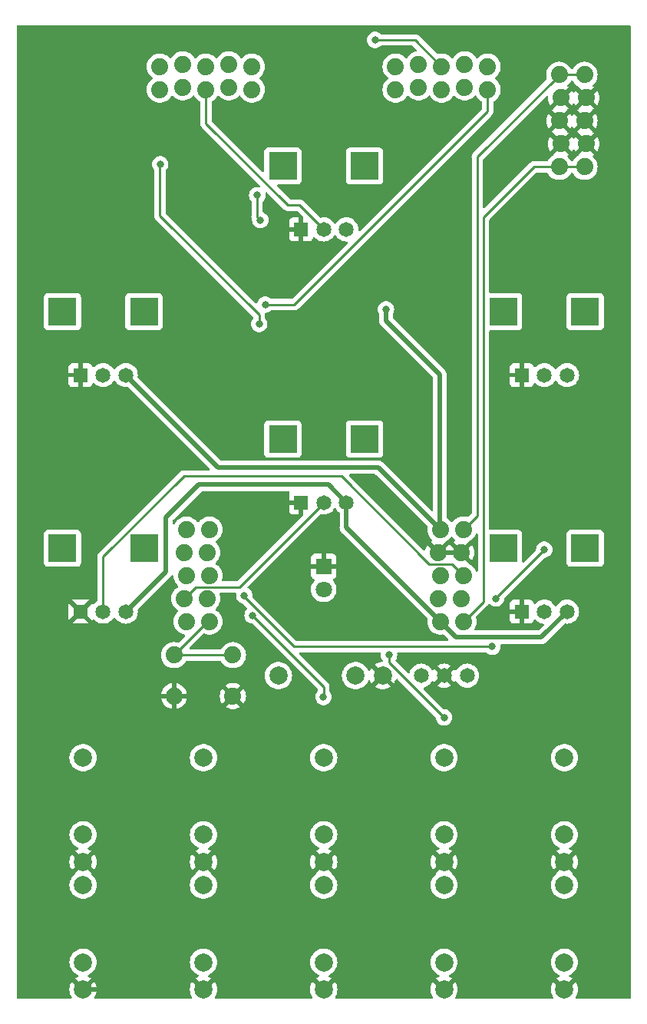
<source format=gbl>
G04 #@! TF.GenerationSoftware,KiCad,Pcbnew,7.0.8*
G04 #@! TF.CreationDate,2024-09-22T22:14:17-04:00*
G04 #@! TF.ProjectId,lichen-dev-module,6c696368-656e-42d6-9465-762d6d6f6475,1.0*
G04 #@! TF.SameCoordinates,Original*
G04 #@! TF.FileFunction,Copper,L2,Bot*
G04 #@! TF.FilePolarity,Positive*
%FSLAX46Y46*%
G04 Gerber Fmt 4.6, Leading zero omitted, Abs format (unit mm)*
G04 Created by KiCad (PCBNEW 7.0.8) date 2024-09-22 22:14:17*
%MOMM*%
%LPD*%
G01*
G04 APERTURE LIST*
G04 #@! TA.AperFunction,ComponentPad*
%ADD10C,2.000000*%
G04 #@! TD*
G04 #@! TA.AperFunction,ComponentPad*
%ADD11R,1.650000X1.650000*%
G04 #@! TD*
G04 #@! TA.AperFunction,ComponentPad*
%ADD12C,1.650000*%
G04 #@! TD*
G04 #@! TA.AperFunction,ComponentPad*
%ADD13R,3.116000X3.116000*%
G04 #@! TD*
G04 #@! TA.AperFunction,ComponentPad*
%ADD14C,1.879600*%
G04 #@! TD*
G04 #@! TA.AperFunction,ComponentPad*
%ADD15R,1.800000X1.800000*%
G04 #@! TD*
G04 #@! TA.AperFunction,ComponentPad*
%ADD16C,1.800000*%
G04 #@! TD*
G04 #@! TA.AperFunction,ComponentPad*
%ADD17C,1.651000*%
G04 #@! TD*
G04 #@! TA.AperFunction,ViaPad*
%ADD18C,0.800000*%
G04 #@! TD*
G04 #@! TA.AperFunction,Conductor*
%ADD19C,0.250000*%
G04 #@! TD*
G04 #@! TA.AperFunction,Conductor*
%ADD20C,0.500000*%
G04 #@! TD*
G04 APERTURE END LIST*
D10*
X161950000Y-216930000D03*
X161950000Y-205430000D03*
X161950000Y-213930000D03*
X141900000Y-182321000D03*
X130400000Y-182321000D03*
X138900000Y-182321000D03*
D11*
X108563000Y-175265000D03*
D12*
X111063000Y-175265000D03*
X113563000Y-175265000D03*
D13*
X106563000Y-168265000D03*
X115563000Y-168265000D03*
D10*
X122125000Y-216930000D03*
X122125000Y-205430000D03*
X122125000Y-213930000D03*
X108850000Y-216930000D03*
X108850000Y-205430000D03*
X108850000Y-213930000D03*
D11*
X108563000Y-149163000D03*
D12*
X111063000Y-149163000D03*
X113563000Y-149163000D03*
D13*
X106563000Y-142163000D03*
X115563000Y-142163000D03*
D11*
X157237000Y-175265000D03*
D12*
X159737000Y-175265000D03*
X162237000Y-175265000D03*
D13*
X155237000Y-168265000D03*
X164237000Y-168265000D03*
D10*
X135400000Y-216930000D03*
X135400000Y-205430000D03*
X135400000Y-213930000D03*
X148675000Y-216930000D03*
X148675000Y-205430000D03*
X148675000Y-213930000D03*
X161950000Y-202875000D03*
X161950000Y-191375000D03*
X161950000Y-199875000D03*
X135400000Y-202875000D03*
X135400000Y-191375000D03*
X135400000Y-199875000D03*
D14*
X118873800Y-180060400D03*
X125376200Y-180060400D03*
X118873800Y-184581600D03*
X125376200Y-184581600D03*
D15*
X135400000Y-170274000D03*
D16*
X135400000Y-172814000D03*
D11*
X132900000Y-163219000D03*
D12*
X135400000Y-163219000D03*
X137900000Y-163219000D03*
D13*
X130900000Y-156219000D03*
X139900000Y-156219000D03*
D10*
X148675000Y-202875000D03*
X148675000Y-191375000D03*
X148675000Y-199875000D03*
X122125000Y-202875000D03*
X122125000Y-191375000D03*
X122125000Y-199875000D03*
D11*
X132900000Y-133102000D03*
D12*
X135400000Y-133102000D03*
X137900000Y-133102000D03*
D13*
X130900000Y-126102000D03*
X139900000Y-126102000D03*
D10*
X108850000Y-202875000D03*
X108850000Y-191375000D03*
X108850000Y-199875000D03*
D17*
X146135000Y-182321000D03*
X148675000Y-182321000D03*
X151215000Y-182321000D03*
D11*
X157237000Y-149163000D03*
D12*
X159737000Y-149163000D03*
X162237000Y-149163000D03*
D13*
X155237000Y-142163000D03*
X164237000Y-142163000D03*
D14*
X150797000Y-176363000D03*
X150543000Y-173823000D03*
X150797000Y-171283000D03*
X150543000Y-168743000D03*
X150797000Y-166203000D03*
X148257000Y-166203000D03*
X148003000Y-168743000D03*
X148257000Y-171283000D03*
X148003000Y-173823000D03*
X148257000Y-176363000D03*
X153480000Y-115140000D03*
X150940000Y-114886000D03*
X148400000Y-115140000D03*
X145860000Y-114886000D03*
X143320000Y-115140000D03*
X143320000Y-117680000D03*
X145860000Y-117426000D03*
X148400000Y-117680000D03*
X150940000Y-117426000D03*
X153480000Y-117680000D03*
X127480000Y-115140000D03*
X124940000Y-114886000D03*
X122400000Y-115140000D03*
X119860000Y-114886000D03*
X117320000Y-115140000D03*
X117320000Y-117680000D03*
X119860000Y-117426000D03*
X122400000Y-117680000D03*
X124940000Y-117426000D03*
X127480000Y-117680000D03*
X122797000Y-176363000D03*
X122543000Y-173823000D03*
X122797000Y-171283000D03*
X122543000Y-168743000D03*
X122797000Y-166203000D03*
X120257000Y-166203000D03*
X120003000Y-168743000D03*
X120257000Y-171283000D03*
X120003000Y-173823000D03*
X120257000Y-176363000D03*
X161376000Y-126210000D03*
X164170000Y-126210000D03*
X161579200Y-123670000D03*
X164373200Y-123670000D03*
X161376000Y-121130000D03*
X164170000Y-121130000D03*
X161579200Y-118590000D03*
X164373200Y-118590000D03*
X161376000Y-116050000D03*
X164170000Y-116050000D03*
D18*
X140990000Y-161730000D03*
X115240000Y-216190000D03*
X135360000Y-184680000D03*
X127550000Y-175680000D03*
X148670000Y-186930000D03*
X142600000Y-180050000D03*
X128280000Y-143530000D03*
X117360000Y-125920000D03*
X141060000Y-112200000D03*
X153990000Y-179120000D03*
X126630000Y-173480000D03*
X128060000Y-129340000D03*
X128390000Y-132070000D03*
X154400000Y-173800000D03*
X159720000Y-168420000D03*
X142260000Y-141910000D03*
X128940000Y-141400000D03*
D19*
X118873800Y-180060400D02*
X125376200Y-180060400D01*
X122571200Y-176363000D02*
X122797000Y-176363000D01*
X118873800Y-180060400D02*
X122571200Y-176363000D01*
D20*
X140990000Y-161730000D02*
X148003000Y-168743000D01*
X148003000Y-168743000D02*
X150543000Y-168743000D01*
X114500000Y-216930000D02*
X115240000Y-216190000D01*
X108850000Y-216930000D02*
X114500000Y-216930000D01*
D19*
X135400000Y-183540000D02*
X127660000Y-175800000D01*
X135400000Y-184610000D02*
X135400000Y-183540000D01*
X142640000Y-180900000D02*
X142640000Y-180190000D01*
X148670000Y-186930000D02*
X142640000Y-180900000D01*
X117360000Y-125920000D02*
X117320000Y-125880000D01*
X128280000Y-143530000D02*
X128280000Y-142540000D01*
X117320000Y-129550000D02*
X117320000Y-125960000D01*
X117320000Y-125960000D02*
X117360000Y-125920000D01*
X117320000Y-131580000D02*
X117320000Y-129420000D01*
X128280000Y-142540000D02*
X117320000Y-131580000D01*
X128280000Y-143380000D02*
X128280000Y-143530000D01*
X141060000Y-112200000D02*
X145460000Y-112200000D01*
X145460000Y-112200000D02*
X148400000Y-115140000D01*
X126630000Y-173480000D02*
X126490000Y-173480000D01*
X132130000Y-179120000D02*
X126630000Y-173620000D01*
X153990000Y-179120000D02*
X132130000Y-179120000D01*
X126630000Y-173620000D02*
X126630000Y-173480000D01*
X126490000Y-173480000D02*
X126540000Y-173530000D01*
X121276000Y-172550000D02*
X120003000Y-173823000D01*
X126069000Y-172550000D02*
X121276000Y-172550000D01*
X135400000Y-163219000D02*
X126069000Y-172550000D01*
X135354000Y-133054000D02*
X132730000Y-130430000D01*
X132730000Y-130430000D02*
X131440000Y-130430000D01*
X131440000Y-130430000D02*
X122400000Y-121390000D01*
X135354000Y-133102000D02*
X135354000Y-133054000D01*
X122400000Y-121390000D02*
X122400000Y-117680000D01*
X128040000Y-118240000D02*
X127480000Y-117680000D01*
X128060000Y-129340000D02*
X128040000Y-129320000D01*
X128040000Y-129360000D02*
X128060000Y-129340000D01*
X128040000Y-131720000D02*
X128040000Y-129360000D01*
X128390000Y-132070000D02*
X128040000Y-131720000D01*
X153020000Y-131770000D02*
X153020000Y-174140000D01*
X153020000Y-174140000D02*
X150797000Y-176363000D01*
X161376000Y-126210000D02*
X164170000Y-126210000D01*
X161376000Y-126210000D02*
X158580000Y-126210000D01*
X158580000Y-126210000D02*
X153020000Y-131770000D01*
D20*
X149994000Y-178100000D02*
X148257000Y-176363000D01*
X162237000Y-175265000D02*
X159402000Y-178100000D01*
X117990000Y-164850000D02*
X121590000Y-161250000D01*
X137900000Y-163219000D02*
X137900000Y-166006000D01*
X137900000Y-166006000D02*
X148257000Y-176363000D01*
X113563000Y-175265000D02*
X117990000Y-170838000D01*
X159402000Y-178100000D02*
X149994000Y-178100000D01*
X117990000Y-170838000D02*
X117990000Y-164850000D01*
X121590000Y-161250000D02*
X135931000Y-161250000D01*
X135931000Y-161250000D02*
X137900000Y-163219000D01*
D19*
X159737000Y-168453000D02*
X154400000Y-173790000D01*
X149524000Y-170010000D02*
X150797000Y-171283000D01*
X111063000Y-169189380D02*
X119962380Y-160290000D01*
X137320000Y-160290000D02*
X147040000Y-170010000D01*
X111063000Y-175265000D02*
X111063000Y-169189380D01*
X119962380Y-160290000D02*
X137320000Y-160290000D01*
X147040000Y-170010000D02*
X149524000Y-170010000D01*
X152340000Y-164660000D02*
X150797000Y-166203000D01*
X161376000Y-116050000D02*
X164170000Y-116050000D01*
X161376000Y-116050000D02*
X161376000Y-116064000D01*
X152340000Y-125100000D02*
X152340000Y-164660000D01*
X161376000Y-116064000D02*
X152340000Y-125100000D01*
D20*
X141384000Y-159330000D02*
X148257000Y-166203000D01*
X113563000Y-149163000D02*
X123730000Y-159330000D01*
X142260000Y-143150000D02*
X148200000Y-149090000D01*
X142260000Y-141910000D02*
X142260000Y-143150000D01*
X148200000Y-166146000D02*
X148257000Y-166203000D01*
X148200000Y-149090000D02*
X148200000Y-166146000D01*
X123730000Y-159330000D02*
X141384000Y-159330000D01*
D19*
X128940000Y-141400000D02*
X132150000Y-141400000D01*
X153480000Y-120070000D02*
X153480000Y-117680000D01*
X132150000Y-141400000D02*
X153480000Y-120070000D01*
G04 #@! TA.AperFunction,Conductor*
G36*
X136734855Y-163870521D02*
G01*
X136751569Y-163889809D01*
X136880730Y-164074269D01*
X137044729Y-164238268D01*
X137044735Y-164238273D01*
X137096623Y-164274605D01*
X137140248Y-164329181D01*
X137149500Y-164376180D01*
X137149500Y-165942294D01*
X137148191Y-165960263D01*
X137144710Y-165984025D01*
X137149264Y-166036064D01*
X137149500Y-166041470D01*
X137149500Y-166049709D01*
X137153306Y-166082274D01*
X137160000Y-166158791D01*
X137161461Y-166165867D01*
X137161403Y-166165878D01*
X137163034Y-166173237D01*
X137163092Y-166173224D01*
X137164757Y-166180250D01*
X137191025Y-166252424D01*
X137215185Y-166325331D01*
X137218236Y-166331874D01*
X137218182Y-166331898D01*
X137221470Y-166338688D01*
X137221521Y-166338663D01*
X137224761Y-166345113D01*
X137224762Y-166345114D01*
X137224763Y-166345117D01*
X137266965Y-166409283D01*
X137307287Y-166474655D01*
X137311766Y-166480319D01*
X137311719Y-166480356D01*
X137316482Y-166486202D01*
X137316528Y-166486164D01*
X137321173Y-166491700D01*
X137377017Y-166544385D01*
X146807170Y-175974538D01*
X146840655Y-176035861D01*
X146839695Y-176092657D01*
X146831474Y-176125120D01*
X146831474Y-176125123D01*
X146811764Y-176362994D01*
X146811764Y-176363005D01*
X146831473Y-176600869D01*
X146831475Y-176600881D01*
X146890070Y-176832267D01*
X146985951Y-177050852D01*
X146985953Y-177050856D01*
X147116506Y-177250682D01*
X147278168Y-177426295D01*
X147466531Y-177572903D01*
X147676455Y-177686509D01*
X147902216Y-177764012D01*
X148137653Y-177803300D01*
X148137654Y-177803300D01*
X148376345Y-177803300D01*
X148376347Y-177803300D01*
X148535854Y-177776682D01*
X148605216Y-177785064D01*
X148643942Y-177811310D01*
X149115451Y-178282819D01*
X149148936Y-178344142D01*
X149143952Y-178413834D01*
X149102080Y-178469767D01*
X149036616Y-178494184D01*
X149027770Y-178494500D01*
X132440452Y-178494500D01*
X132373413Y-178474815D01*
X132352771Y-178458181D01*
X127561982Y-173667391D01*
X127528497Y-173606068D01*
X127526342Y-173566748D01*
X127535460Y-173480000D01*
X127515674Y-173291744D01*
X127457179Y-173111716D01*
X127362533Y-172947784D01*
X127242078Y-172814006D01*
X133994700Y-172814006D01*
X134013864Y-173045297D01*
X134013866Y-173045308D01*
X134070842Y-173270300D01*
X134164075Y-173482848D01*
X134291016Y-173677147D01*
X134291019Y-173677151D01*
X134291021Y-173677153D01*
X134448216Y-173847913D01*
X134448219Y-173847915D01*
X134448222Y-173847918D01*
X134631365Y-173990464D01*
X134631371Y-173990468D01*
X134631374Y-173990470D01*
X134761482Y-174060881D01*
X134815137Y-174089918D01*
X134835497Y-174100936D01*
X134949487Y-174140068D01*
X135055015Y-174176297D01*
X135055017Y-174176297D01*
X135055019Y-174176298D01*
X135283951Y-174214500D01*
X135283952Y-174214500D01*
X135516048Y-174214500D01*
X135516049Y-174214500D01*
X135744981Y-174176298D01*
X135964503Y-174100936D01*
X136168626Y-173990470D01*
X136213844Y-173955276D01*
X136265324Y-173915207D01*
X136351784Y-173847913D01*
X136508979Y-173677153D01*
X136635924Y-173482849D01*
X136729157Y-173270300D01*
X136786134Y-173045305D01*
X136786135Y-173045297D01*
X136805300Y-172814006D01*
X136805300Y-172813993D01*
X136786135Y-172582702D01*
X136786133Y-172582691D01*
X136729157Y-172357699D01*
X136635924Y-172145151D01*
X136508981Y-171950849D01*
X136413832Y-171847489D01*
X136382910Y-171784835D01*
X136390770Y-171715409D01*
X136434918Y-171661253D01*
X136461730Y-171647325D01*
X136542084Y-171617355D01*
X136542093Y-171617350D01*
X136657187Y-171531190D01*
X136657190Y-171531187D01*
X136743350Y-171416093D01*
X136743354Y-171416086D01*
X136793596Y-171281379D01*
X136793598Y-171281372D01*
X136799999Y-171221844D01*
X136800000Y-171221827D01*
X136800000Y-170524000D01*
X135775278Y-170524000D01*
X135823625Y-170440260D01*
X135853810Y-170308008D01*
X135843673Y-170172735D01*
X135794113Y-170046459D01*
X135776203Y-170024000D01*
X136800000Y-170024000D01*
X136800000Y-169326172D01*
X136799999Y-169326155D01*
X136793598Y-169266627D01*
X136793596Y-169266620D01*
X136743354Y-169131913D01*
X136743350Y-169131906D01*
X136657190Y-169016812D01*
X136657187Y-169016809D01*
X136542093Y-168930649D01*
X136542086Y-168930645D01*
X136407379Y-168880403D01*
X136407372Y-168880401D01*
X136347844Y-168874000D01*
X135650000Y-168874000D01*
X135650000Y-169899810D01*
X135597453Y-169863984D01*
X135467827Y-169824000D01*
X135366276Y-169824000D01*
X135265862Y-169839135D01*
X135150000Y-169894931D01*
X135150000Y-168874000D01*
X134452155Y-168874000D01*
X134392627Y-168880401D01*
X134392620Y-168880403D01*
X134257913Y-168930645D01*
X134257906Y-168930649D01*
X134142812Y-169016809D01*
X134142809Y-169016812D01*
X134056649Y-169131906D01*
X134056645Y-169131913D01*
X134006403Y-169266620D01*
X134006401Y-169266627D01*
X134000000Y-169326155D01*
X134000000Y-170024000D01*
X135024722Y-170024000D01*
X134976375Y-170107740D01*
X134946190Y-170239992D01*
X134956327Y-170375265D01*
X135005887Y-170501541D01*
X135023797Y-170524000D01*
X134000000Y-170524000D01*
X134000000Y-171221844D01*
X134006401Y-171281372D01*
X134006403Y-171281379D01*
X134056645Y-171416086D01*
X134056649Y-171416093D01*
X134142809Y-171531187D01*
X134142812Y-171531190D01*
X134257906Y-171617350D01*
X134257913Y-171617354D01*
X134338270Y-171647325D01*
X134394204Y-171689196D01*
X134418621Y-171754660D01*
X134403770Y-171822933D01*
X134386168Y-171847489D01*
X134348709Y-171888181D01*
X134291021Y-171950847D01*
X134291019Y-171950848D01*
X134291016Y-171950853D01*
X134164075Y-172145151D01*
X134070842Y-172357699D01*
X134013866Y-172582691D01*
X134013864Y-172582702D01*
X133994700Y-172813993D01*
X133994700Y-172814006D01*
X127242078Y-172814006D01*
X127235871Y-172807112D01*
X127170621Y-172759705D01*
X127082735Y-172695852D01*
X127082732Y-172695850D01*
X127082730Y-172695849D01*
X127057273Y-172684515D01*
X127004039Y-172639265D01*
X126983719Y-172572415D01*
X127002765Y-172505192D01*
X127020028Y-172483560D01*
X134964766Y-164538822D01*
X135026087Y-164505339D01*
X135084540Y-164506731D01*
X135168942Y-164529347D01*
X135168943Y-164529347D01*
X135168950Y-164529349D01*
X135365590Y-164546552D01*
X135399998Y-164549563D01*
X135400000Y-164549563D01*
X135400002Y-164549563D01*
X135463586Y-164544000D01*
X135631050Y-164529349D01*
X135855079Y-164469320D01*
X136065282Y-164371301D01*
X136255269Y-164238270D01*
X136419270Y-164074269D01*
X136548427Y-163889814D01*
X136603002Y-163846192D01*
X136672501Y-163838999D01*
X136734855Y-163870521D01*
G37*
G04 #@! TD.AperFunction*
G04 #@! TA.AperFunction,Conductor*
G36*
X131576565Y-162020185D02*
G01*
X131622320Y-162072989D01*
X131632264Y-162142147D01*
X131625708Y-162167833D01*
X131581403Y-162286620D01*
X131581401Y-162286627D01*
X131575000Y-162346155D01*
X131575000Y-162969000D01*
X132405148Y-162969000D01*
X132356441Y-163106047D01*
X132346123Y-163256886D01*
X132376884Y-163404915D01*
X132410090Y-163469000D01*
X131575000Y-163469000D01*
X131575000Y-164091844D01*
X131581401Y-164151372D01*
X131581403Y-164151379D01*
X131631645Y-164286086D01*
X131631649Y-164286093D01*
X131717809Y-164401187D01*
X131717812Y-164401190D01*
X131832906Y-164487350D01*
X131832913Y-164487354D01*
X131967620Y-164537596D01*
X131967627Y-164537598D01*
X132027155Y-164543999D01*
X132027172Y-164544000D01*
X132650000Y-164544000D01*
X132650000Y-163710683D01*
X132678819Y-163728209D01*
X132824404Y-163769000D01*
X132937622Y-163769000D01*
X133049783Y-163753584D01*
X133150000Y-163710053D01*
X133150000Y-164533047D01*
X133130315Y-164600086D01*
X133113681Y-164620728D01*
X125846228Y-171888181D01*
X125784905Y-171921666D01*
X125758547Y-171924500D01*
X124278176Y-171924500D01*
X124211137Y-171904815D01*
X124165382Y-171852011D01*
X124155438Y-171782853D01*
X124162742Y-171757273D01*
X124162266Y-171757110D01*
X124163925Y-171752274D01*
X124163929Y-171752267D01*
X124222525Y-171520878D01*
X124231208Y-171416093D01*
X124242236Y-171283005D01*
X124242236Y-171282994D01*
X124222526Y-171045130D01*
X124222524Y-171045118D01*
X124163929Y-170813732D01*
X124071758Y-170603604D01*
X124068047Y-170595144D01*
X123937494Y-170395318D01*
X123775832Y-170219705D01*
X123587469Y-170073097D01*
X123587462Y-170073092D01*
X123513473Y-170033051D01*
X123463882Y-169983832D01*
X123448775Y-169915615D01*
X123472946Y-169850059D01*
X123496327Y-169826145D01*
X123521832Y-169806295D01*
X123683494Y-169630682D01*
X123814047Y-169430856D01*
X123909929Y-169212267D01*
X123968525Y-168980878D01*
X123968532Y-168980796D01*
X123988236Y-168743005D01*
X123988236Y-168742994D01*
X123968526Y-168505130D01*
X123968524Y-168505118D01*
X123909929Y-168273732D01*
X123814151Y-168055382D01*
X123814047Y-168055144D01*
X123683494Y-167855318D01*
X123521832Y-167679705D01*
X123496327Y-167659854D01*
X123455515Y-167603144D01*
X123451842Y-167533371D01*
X123486473Y-167472688D01*
X123513472Y-167452948D01*
X123587469Y-167412903D01*
X123775832Y-167266295D01*
X123937494Y-167090682D01*
X124068047Y-166890856D01*
X124163929Y-166672267D01*
X124222525Y-166440878D01*
X124225143Y-166409283D01*
X124242236Y-166203005D01*
X124242236Y-166202994D01*
X124222526Y-165965130D01*
X124222524Y-165965118D01*
X124163929Y-165733732D01*
X124075944Y-165533147D01*
X124068047Y-165515144D01*
X123937494Y-165315318D01*
X123775832Y-165139705D01*
X123587469Y-164993097D01*
X123464528Y-164926564D01*
X123377546Y-164879491D01*
X123377541Y-164879489D01*
X123151786Y-164801988D01*
X122980012Y-164773324D01*
X122916347Y-164762700D01*
X122677653Y-164762700D01*
X122637221Y-164769447D01*
X122442213Y-164801988D01*
X122216458Y-164879489D01*
X122216453Y-164879491D01*
X122006529Y-164993098D01*
X121818169Y-165139704D01*
X121656508Y-165315315D01*
X121630808Y-165354652D01*
X121577661Y-165400008D01*
X121508430Y-165409431D01*
X121445094Y-165379928D01*
X121423192Y-165354652D01*
X121397494Y-165315318D01*
X121235832Y-165139705D01*
X121047469Y-164993097D01*
X120924528Y-164926564D01*
X120837546Y-164879491D01*
X120837541Y-164879489D01*
X120611786Y-164801988D01*
X120440012Y-164773324D01*
X120376347Y-164762700D01*
X120137653Y-164762700D01*
X120097221Y-164769447D01*
X119902213Y-164801988D01*
X119676458Y-164879489D01*
X119676453Y-164879491D01*
X119466529Y-164993098D01*
X119278169Y-165139704D01*
X119116506Y-165315317D01*
X118985949Y-165515150D01*
X118978055Y-165533147D01*
X118933099Y-165586633D01*
X118866362Y-165607322D01*
X118799035Y-165588647D01*
X118752492Y-165536536D01*
X118740500Y-165483336D01*
X118740500Y-165212230D01*
X118760185Y-165145191D01*
X118776819Y-165124549D01*
X121864549Y-162036819D01*
X121925872Y-162003334D01*
X121952230Y-162000500D01*
X131509526Y-162000500D01*
X131576565Y-162020185D01*
G37*
G04 #@! TD.AperFunction*
G04 #@! TA.AperFunction,Conductor*
G36*
X152335964Y-166632690D02*
G01*
X152382507Y-166684800D01*
X152394500Y-166738001D01*
X152394500Y-170747998D01*
X152374815Y-170815037D01*
X152322011Y-170860792D01*
X152252853Y-170870736D01*
X152189297Y-170841711D01*
X152156944Y-170797808D01*
X152071758Y-170603604D01*
X152068047Y-170595144D01*
X151937494Y-170395318D01*
X151775832Y-170219705D01*
X151587469Y-170073097D01*
X151437899Y-169992153D01*
X151388310Y-169942934D01*
X151388000Y-169941553D01*
X150682599Y-169236152D01*
X150687592Y-169235435D01*
X150820470Y-169174752D01*
X150930869Y-169079090D01*
X151009845Y-168956201D01*
X151032521Y-168878969D01*
X151722941Y-169569389D01*
X151813604Y-169430621D01*
X151813609Y-169430613D01*
X151909454Y-169212104D01*
X151968030Y-168980796D01*
X151968032Y-168980788D01*
X151987735Y-168743006D01*
X151987735Y-168742993D01*
X151968032Y-168505211D01*
X151968030Y-168505203D01*
X151909454Y-168273895D01*
X151813606Y-168055380D01*
X151722941Y-167916609D01*
X151032521Y-168607029D01*
X151009845Y-168529799D01*
X150930869Y-168406910D01*
X150820470Y-168311248D01*
X150687592Y-168250565D01*
X150682600Y-168249847D01*
X151388253Y-167544192D01*
X151388649Y-167542452D01*
X151437899Y-167493846D01*
X151587469Y-167412903D01*
X151775832Y-167266295D01*
X151937494Y-167090682D01*
X152068047Y-166890856D01*
X152156944Y-166688190D01*
X152201900Y-166634705D01*
X152268636Y-166614015D01*
X152335964Y-166632690D01*
G37*
G04 #@! TD.AperFunction*
G04 #@! TA.AperFunction,Conductor*
G36*
X141088809Y-160100185D02*
G01*
X141109451Y-160116819D01*
X146807170Y-165814538D01*
X146840655Y-165875861D01*
X146839695Y-165932657D01*
X146831474Y-165965120D01*
X146831474Y-165965123D01*
X146811764Y-166202994D01*
X146811764Y-166203005D01*
X146831473Y-166440869D01*
X146831475Y-166440881D01*
X146890070Y-166672267D01*
X146978056Y-166872853D01*
X146985953Y-166890856D01*
X147116506Y-167090682D01*
X147278168Y-167266295D01*
X147304100Y-167286479D01*
X147344913Y-167343188D01*
X147348588Y-167412961D01*
X147313957Y-167473644D01*
X147286956Y-167493386D01*
X147212811Y-167533511D01*
X147212802Y-167533517D01*
X147175840Y-167562286D01*
X147175840Y-167562287D01*
X147863400Y-168249847D01*
X147858408Y-168250565D01*
X147725530Y-168311248D01*
X147615131Y-168406910D01*
X147536155Y-168529799D01*
X147513477Y-168607030D01*
X146823057Y-167916609D01*
X146732392Y-168055382D01*
X146636544Y-168273897D01*
X146636541Y-168273905D01*
X146599579Y-168419863D01*
X146564040Y-168480019D01*
X146501619Y-168511410D01*
X146432136Y-168504072D01*
X146391693Y-168477103D01*
X142602155Y-164687565D01*
X138206772Y-160292181D01*
X138173287Y-160230858D01*
X138178271Y-160161166D01*
X138220143Y-160105233D01*
X138285607Y-160080816D01*
X138294453Y-160080500D01*
X141021770Y-160080500D01*
X141088809Y-160100185D01*
G37*
G04 #@! TD.AperFunction*
G04 #@! TA.AperFunction,Conductor*
G36*
X149608904Y-167026071D02*
G01*
X149630809Y-167051350D01*
X149656506Y-167090682D01*
X149818168Y-167266295D01*
X149844100Y-167286479D01*
X149884913Y-167343188D01*
X149888588Y-167412961D01*
X149853957Y-167473644D01*
X149826956Y-167493386D01*
X149752811Y-167533511D01*
X149752802Y-167533517D01*
X149715840Y-167562286D01*
X149715840Y-167562287D01*
X150403400Y-168249847D01*
X150398408Y-168250565D01*
X150265530Y-168311248D01*
X150155131Y-168406910D01*
X150076155Y-168529799D01*
X150053477Y-168607030D01*
X149363057Y-167916609D01*
X149350634Y-167917897D01*
X149323659Y-167940919D01*
X149254428Y-167950341D01*
X149191093Y-167920839D01*
X149187871Y-167917120D01*
X149182941Y-167916609D01*
X148492521Y-168607029D01*
X148469845Y-168529799D01*
X148390869Y-168406910D01*
X148280470Y-168311248D01*
X148147592Y-168250565D01*
X148142600Y-168249847D01*
X148848253Y-167544192D01*
X148848649Y-167542452D01*
X148897899Y-167493846D01*
X149047469Y-167412903D01*
X149235832Y-167266295D01*
X149397494Y-167090682D01*
X149423191Y-167051350D01*
X149476337Y-167005993D01*
X149545568Y-166996569D01*
X149608904Y-167026071D01*
G37*
G04 #@! TD.AperFunction*
G04 #@! TA.AperFunction,Conductor*
G36*
X160062416Y-118364685D02*
G01*
X160118349Y-118406557D01*
X160142766Y-118472021D01*
X160142659Y-118491106D01*
X160134465Y-118590004D01*
X160134465Y-118590006D01*
X160154167Y-118827788D01*
X160154169Y-118827796D01*
X160212745Y-119059104D01*
X160308591Y-119277614D01*
X160399257Y-119416389D01*
X161089677Y-118725968D01*
X161112355Y-118803201D01*
X161191331Y-118926090D01*
X161301730Y-119021752D01*
X161434608Y-119082435D01*
X161439599Y-119083152D01*
X160744116Y-119778634D01*
X160735233Y-119817697D01*
X160685982Y-119866303D01*
X160585807Y-119920514D01*
X160585802Y-119920517D01*
X160548840Y-119949286D01*
X160548840Y-119949287D01*
X161236400Y-120636847D01*
X161231408Y-120637565D01*
X161098530Y-120698248D01*
X160988131Y-120793910D01*
X160909155Y-120916799D01*
X160886478Y-120994030D01*
X160196057Y-120303609D01*
X160105392Y-120442382D01*
X160009545Y-120660895D01*
X159950969Y-120892203D01*
X159950967Y-120892211D01*
X159931265Y-121129993D01*
X159931265Y-121130006D01*
X159950967Y-121367788D01*
X159950969Y-121367796D01*
X160009545Y-121599104D01*
X160105391Y-121817614D01*
X160196057Y-121956389D01*
X160886477Y-121265969D01*
X160909155Y-121343201D01*
X160988131Y-121466090D01*
X161098530Y-121561752D01*
X161231408Y-121622435D01*
X161236399Y-121623152D01*
X160548839Y-122310711D01*
X160548840Y-122310712D01*
X160585802Y-122339481D01*
X160585808Y-122339486D01*
X160685982Y-122393697D01*
X160735573Y-122442916D01*
X160744227Y-122481474D01*
X161439600Y-123176847D01*
X161434608Y-123177565D01*
X161301730Y-123238248D01*
X161191331Y-123333910D01*
X161112355Y-123456799D01*
X161089678Y-123534030D01*
X160399257Y-122843609D01*
X160308592Y-122982382D01*
X160212745Y-123200895D01*
X160154169Y-123432203D01*
X160154167Y-123432211D01*
X160134465Y-123669993D01*
X160134465Y-123670006D01*
X160154167Y-123907788D01*
X160154169Y-123907796D01*
X160212745Y-124139104D01*
X160308591Y-124357614D01*
X160399257Y-124496389D01*
X161089677Y-123805969D01*
X161112355Y-123883201D01*
X161191331Y-124006090D01*
X161301730Y-124101752D01*
X161434608Y-124162435D01*
X161439599Y-124163152D01*
X160743910Y-124858840D01*
X160735199Y-124897146D01*
X160685949Y-124945752D01*
X160585537Y-125000092D01*
X160585530Y-125000097D01*
X160397169Y-125146704D01*
X160235506Y-125322317D01*
X160102148Y-125526438D01*
X160100548Y-125525393D01*
X160057135Y-125569119D01*
X159997319Y-125584500D01*
X158662737Y-125584500D01*
X158647120Y-125582776D01*
X158647093Y-125583062D01*
X158639331Y-125582327D01*
X158570203Y-125584500D01*
X158540650Y-125584500D01*
X158539929Y-125584590D01*
X158533757Y-125585369D01*
X158527945Y-125585826D01*
X158481372Y-125587290D01*
X158481369Y-125587291D01*
X158462126Y-125592881D01*
X158443083Y-125596825D01*
X158423204Y-125599336D01*
X158423203Y-125599337D01*
X158379878Y-125616490D01*
X158374352Y-125618382D01*
X158329608Y-125631383D01*
X158329604Y-125631385D01*
X158312365Y-125641580D01*
X158294898Y-125650137D01*
X158276269Y-125657512D01*
X158276267Y-125657513D01*
X158238564Y-125684906D01*
X158233682Y-125688112D01*
X158193580Y-125711828D01*
X158179408Y-125726000D01*
X158164623Y-125738628D01*
X158148412Y-125750407D01*
X158118709Y-125786310D01*
X158114777Y-125790631D01*
X153177181Y-130728227D01*
X153115858Y-130761712D01*
X153046166Y-130756728D01*
X152990233Y-130714856D01*
X152965816Y-130649392D01*
X152965500Y-130640546D01*
X152965500Y-125410451D01*
X152985185Y-125343412D01*
X153001814Y-125322775D01*
X159931405Y-118393183D01*
X159992724Y-118359701D01*
X160062416Y-118364685D01*
G37*
G04 #@! TD.AperFunction*
G04 #@! TA.AperFunction,Conductor*
G36*
X163906355Y-123883201D02*
G01*
X163985331Y-124006090D01*
X164095730Y-124101752D01*
X164228608Y-124162435D01*
X164233599Y-124163152D01*
X163537910Y-124858840D01*
X163529199Y-124897146D01*
X163479949Y-124945752D01*
X163379537Y-125000092D01*
X163379530Y-125000097D01*
X163191169Y-125146704D01*
X163029506Y-125322317D01*
X162896148Y-125526438D01*
X162894548Y-125525393D01*
X162851135Y-125569119D01*
X162791319Y-125584500D01*
X162754681Y-125584500D01*
X162687642Y-125564815D01*
X162651213Y-125525548D01*
X162649852Y-125526438D01*
X162559265Y-125387785D01*
X162516494Y-125322318D01*
X162354832Y-125146705D01*
X162328979Y-125126583D01*
X162308063Y-125110303D01*
X162267250Y-125053593D01*
X162263577Y-124983820D01*
X162298208Y-124923137D01*
X162325210Y-124903394D01*
X162369397Y-124879481D01*
X162369400Y-124879480D01*
X162406358Y-124850712D01*
X162406358Y-124850711D01*
X161718799Y-124163152D01*
X161723792Y-124162435D01*
X161856670Y-124101752D01*
X161967069Y-124006090D01*
X162046045Y-123883201D01*
X162068721Y-123805969D01*
X162759141Y-124496389D01*
X162849804Y-124357621D01*
X162849806Y-124357619D01*
X162862643Y-124328353D01*
X162907599Y-124274867D01*
X162974334Y-124254176D01*
X163041662Y-124272850D01*
X163088207Y-124324959D01*
X163089757Y-124328353D01*
X163102593Y-124357617D01*
X163193257Y-124496389D01*
X163883677Y-123805969D01*
X163906355Y-123883201D01*
G37*
G04 #@! TD.AperFunction*
G04 #@! TA.AperFunction,Conductor*
G36*
X163703155Y-121343201D02*
G01*
X163782131Y-121466090D01*
X163892530Y-121561752D01*
X164025408Y-121622435D01*
X164030399Y-121623152D01*
X163342839Y-122310711D01*
X163342840Y-122310712D01*
X163379802Y-122339481D01*
X163379808Y-122339486D01*
X163479982Y-122393697D01*
X163529573Y-122442916D01*
X163538227Y-122481474D01*
X164233600Y-123176847D01*
X164228608Y-123177565D01*
X164095730Y-123238248D01*
X163985331Y-123333910D01*
X163906355Y-123456799D01*
X163883678Y-123534030D01*
X163193257Y-122843609D01*
X163102592Y-122982382D01*
X163089756Y-123011647D01*
X163044800Y-123065133D01*
X162978064Y-123085823D01*
X162910736Y-123067149D01*
X162864193Y-123015038D01*
X162862644Y-123011647D01*
X162849806Y-122982380D01*
X162759141Y-122843609D01*
X162068721Y-123534029D01*
X162046045Y-123456799D01*
X161967069Y-123333910D01*
X161856670Y-123238248D01*
X161723792Y-123177565D01*
X161718800Y-123176847D01*
X162406359Y-122489288D01*
X162406358Y-122489286D01*
X162369397Y-122460518D01*
X162369391Y-122460514D01*
X162269216Y-122406302D01*
X162219625Y-122357083D01*
X162210970Y-122318523D01*
X161515599Y-121623152D01*
X161520592Y-121622435D01*
X161653470Y-121561752D01*
X161763869Y-121466090D01*
X161842845Y-121343201D01*
X161865522Y-121265969D01*
X162555941Y-121956389D01*
X162646604Y-121817621D01*
X162646606Y-121817619D01*
X162659443Y-121788353D01*
X162704399Y-121734867D01*
X162771134Y-121714176D01*
X162838462Y-121732850D01*
X162885007Y-121784959D01*
X162886557Y-121788353D01*
X162899393Y-121817617D01*
X162990057Y-121956389D01*
X163680477Y-121265969D01*
X163703155Y-121343201D01*
G37*
G04 #@! TD.AperFunction*
G04 #@! TA.AperFunction,Conductor*
G36*
X163906355Y-118803201D02*
G01*
X163985331Y-118926090D01*
X164095730Y-119021752D01*
X164228608Y-119082435D01*
X164233599Y-119083152D01*
X163538116Y-119778634D01*
X163529233Y-119817697D01*
X163479982Y-119866303D01*
X163379807Y-119920514D01*
X163379802Y-119920517D01*
X163342840Y-119949286D01*
X163342840Y-119949287D01*
X164030400Y-120636847D01*
X164025408Y-120637565D01*
X163892530Y-120698248D01*
X163782131Y-120793910D01*
X163703155Y-120916799D01*
X163680478Y-120994030D01*
X162990057Y-120303609D01*
X162899392Y-120442382D01*
X162886556Y-120471647D01*
X162841600Y-120525133D01*
X162774864Y-120545823D01*
X162707536Y-120527149D01*
X162660993Y-120475038D01*
X162659444Y-120471647D01*
X162646606Y-120442380D01*
X162555941Y-120303609D01*
X161865521Y-120994029D01*
X161842845Y-120916799D01*
X161763869Y-120793910D01*
X161653470Y-120698248D01*
X161520592Y-120637565D01*
X161515600Y-120636847D01*
X162211081Y-119941365D01*
X162219963Y-119902307D01*
X162269216Y-119853697D01*
X162369392Y-119799484D01*
X162369400Y-119799480D01*
X162406358Y-119770712D01*
X162406358Y-119770711D01*
X161718799Y-119083152D01*
X161723792Y-119082435D01*
X161856670Y-119021752D01*
X161967069Y-118926090D01*
X162046045Y-118803201D01*
X162068721Y-118725969D01*
X162759141Y-119416389D01*
X162849804Y-119277621D01*
X162849806Y-119277619D01*
X162862643Y-119248353D01*
X162907599Y-119194867D01*
X162974334Y-119174176D01*
X163041662Y-119192850D01*
X163088207Y-119244959D01*
X163089757Y-119248353D01*
X163102593Y-119277617D01*
X163193257Y-119416389D01*
X163883677Y-118725969D01*
X163906355Y-118803201D01*
G37*
G04 #@! TD.AperFunction*
G04 #@! TA.AperFunction,Conductor*
G36*
X162858358Y-116695185D02*
G01*
X162894786Y-116734451D01*
X162896148Y-116733562D01*
X162898951Y-116737852D01*
X162898953Y-116737856D01*
X163029506Y-116937682D01*
X163191168Y-117113295D01*
X163379531Y-117259903D01*
X163479948Y-117314246D01*
X163529539Y-117363465D01*
X163538024Y-117401271D01*
X164233600Y-118096847D01*
X164228608Y-118097565D01*
X164095730Y-118158248D01*
X163985331Y-118253910D01*
X163906355Y-118376799D01*
X163883678Y-118454030D01*
X163193257Y-117763609D01*
X163102592Y-117902382D01*
X163089756Y-117931647D01*
X163044800Y-117985133D01*
X162978064Y-118005823D01*
X162910736Y-117987149D01*
X162864193Y-117935038D01*
X162862644Y-117931647D01*
X162849806Y-117902380D01*
X162759141Y-117763609D01*
X162068721Y-118454029D01*
X162046045Y-118376799D01*
X161967069Y-118253910D01*
X161856670Y-118158248D01*
X161723792Y-118097565D01*
X161718798Y-118096847D01*
X162406359Y-117409287D01*
X162406358Y-117409286D01*
X162369397Y-117380518D01*
X162369391Y-117380514D01*
X162325209Y-117356604D01*
X162275618Y-117307385D01*
X162260510Y-117239169D01*
X162284680Y-117173613D01*
X162308060Y-117149698D01*
X162354832Y-117113295D01*
X162516494Y-116937682D01*
X162647047Y-116737856D01*
X162647049Y-116737852D01*
X162649852Y-116733562D01*
X162651451Y-116734606D01*
X162694865Y-116690881D01*
X162754681Y-116675500D01*
X162791319Y-116675500D01*
X162858358Y-116695185D01*
G37*
G04 #@! TD.AperFunction*
G04 #@! TA.AperFunction,Conductor*
G36*
X169232539Y-110590185D02*
G01*
X169278294Y-110642989D01*
X169289500Y-110694500D01*
X169289500Y-217805500D01*
X169269815Y-217872539D01*
X169217011Y-217918294D01*
X169165500Y-217929500D01*
X163317885Y-217929500D01*
X163250846Y-217909815D01*
X163205091Y-217857011D01*
X163195147Y-217787853D01*
X163214076Y-217737679D01*
X163273732Y-217646367D01*
X163373587Y-217418717D01*
X163434612Y-217177738D01*
X163434614Y-217177729D01*
X163455141Y-216930005D01*
X163455141Y-216929994D01*
X163434614Y-216682270D01*
X163434612Y-216682261D01*
X163373587Y-216441282D01*
X163273731Y-216213630D01*
X163173434Y-216060116D01*
X162475928Y-216757621D01*
X162473116Y-216744085D01*
X162403558Y-216609844D01*
X162300362Y-216499348D01*
X162171181Y-216420791D01*
X162119997Y-216406450D01*
X162820057Y-215706390D01*
X162820056Y-215706389D01*
X162773229Y-215669943D01*
X162554614Y-215551635D01*
X162554605Y-215551631D01*
X162542701Y-215547544D01*
X162485687Y-215507156D01*
X162459559Y-215442356D01*
X162472612Y-215373716D01*
X162520703Y-215323030D01*
X162542705Y-215312983D01*
X162554810Y-215308828D01*
X162773509Y-215190474D01*
X162969744Y-215037738D01*
X163138164Y-214854785D01*
X163274173Y-214646607D01*
X163374063Y-214418881D01*
X163435108Y-214177821D01*
X163455643Y-213930000D01*
X163435108Y-213682179D01*
X163374063Y-213441119D01*
X163274173Y-213213393D01*
X163138166Y-213005217D01*
X163116557Y-212981744D01*
X162969744Y-212822262D01*
X162773509Y-212669526D01*
X162773507Y-212669525D01*
X162773506Y-212669524D01*
X162554811Y-212551172D01*
X162554802Y-212551169D01*
X162319616Y-212470429D01*
X162074335Y-212429500D01*
X161825665Y-212429500D01*
X161580383Y-212470429D01*
X161345197Y-212551169D01*
X161345188Y-212551172D01*
X161126493Y-212669524D01*
X160930257Y-212822261D01*
X160761833Y-213005217D01*
X160625826Y-213213393D01*
X160525936Y-213441118D01*
X160464892Y-213682175D01*
X160464890Y-213682187D01*
X160444357Y-213929994D01*
X160444357Y-213930005D01*
X160464890Y-214177812D01*
X160464892Y-214177824D01*
X160525936Y-214418881D01*
X160625826Y-214646606D01*
X160761833Y-214854782D01*
X160761836Y-214854785D01*
X160930256Y-215037738D01*
X161126491Y-215190474D01*
X161345190Y-215308828D01*
X161357292Y-215312982D01*
X161414307Y-215353365D01*
X161440439Y-215418164D01*
X161427391Y-215486804D01*
X161379304Y-215537493D01*
X161357300Y-215547543D01*
X161345398Y-215551629D01*
X161345390Y-215551632D01*
X161126761Y-215669949D01*
X161079942Y-215706388D01*
X161079942Y-215706390D01*
X161778431Y-216404878D01*
X161661542Y-216455651D01*
X161544261Y-216551066D01*
X161457072Y-216674585D01*
X161426645Y-216760197D01*
X160726564Y-216060116D01*
X160626267Y-216213632D01*
X160526412Y-216441282D01*
X160465387Y-216682261D01*
X160465385Y-216682270D01*
X160444859Y-216929994D01*
X160444859Y-216930005D01*
X160465385Y-217177729D01*
X160465387Y-217177738D01*
X160526412Y-217418717D01*
X160626267Y-217646367D01*
X160685924Y-217737679D01*
X160706111Y-217804568D01*
X160686931Y-217871754D01*
X160634473Y-217917904D01*
X160582115Y-217929500D01*
X150042885Y-217929500D01*
X149975846Y-217909815D01*
X149930091Y-217857011D01*
X149920147Y-217787853D01*
X149939076Y-217737679D01*
X149998732Y-217646367D01*
X150098587Y-217418717D01*
X150159612Y-217177738D01*
X150159614Y-217177729D01*
X150180141Y-216930005D01*
X150180141Y-216929994D01*
X150159614Y-216682270D01*
X150159612Y-216682261D01*
X150098587Y-216441282D01*
X149998731Y-216213630D01*
X149898434Y-216060116D01*
X149200928Y-216757621D01*
X149198116Y-216744085D01*
X149128558Y-216609844D01*
X149025362Y-216499348D01*
X148896181Y-216420791D01*
X148844997Y-216406450D01*
X149545057Y-215706390D01*
X149545056Y-215706389D01*
X149498229Y-215669943D01*
X149279614Y-215551635D01*
X149279605Y-215551631D01*
X149267701Y-215547544D01*
X149210687Y-215507156D01*
X149184559Y-215442356D01*
X149197612Y-215373716D01*
X149245703Y-215323030D01*
X149267705Y-215312983D01*
X149279810Y-215308828D01*
X149498509Y-215190474D01*
X149694744Y-215037738D01*
X149863164Y-214854785D01*
X149999173Y-214646607D01*
X150099063Y-214418881D01*
X150160108Y-214177821D01*
X150180643Y-213930000D01*
X150160108Y-213682179D01*
X150099063Y-213441119D01*
X149999173Y-213213393D01*
X149863166Y-213005217D01*
X149841557Y-212981744D01*
X149694744Y-212822262D01*
X149498509Y-212669526D01*
X149498507Y-212669525D01*
X149498506Y-212669524D01*
X149279811Y-212551172D01*
X149279802Y-212551169D01*
X149044616Y-212470429D01*
X148799335Y-212429500D01*
X148550665Y-212429500D01*
X148305383Y-212470429D01*
X148070197Y-212551169D01*
X148070188Y-212551172D01*
X147851493Y-212669524D01*
X147655257Y-212822261D01*
X147486833Y-213005217D01*
X147350826Y-213213393D01*
X147250936Y-213441118D01*
X147189892Y-213682175D01*
X147189890Y-213682187D01*
X147169357Y-213929994D01*
X147169357Y-213930005D01*
X147189890Y-214177812D01*
X147189892Y-214177824D01*
X147250936Y-214418881D01*
X147350826Y-214646606D01*
X147486833Y-214854782D01*
X147486836Y-214854785D01*
X147655256Y-215037738D01*
X147851491Y-215190474D01*
X148070190Y-215308828D01*
X148082292Y-215312982D01*
X148139307Y-215353365D01*
X148165439Y-215418164D01*
X148152391Y-215486804D01*
X148104304Y-215537493D01*
X148082300Y-215547543D01*
X148070398Y-215551629D01*
X148070390Y-215551632D01*
X147851761Y-215669949D01*
X147804942Y-215706388D01*
X147804942Y-215706390D01*
X148503431Y-216404878D01*
X148386542Y-216455651D01*
X148269261Y-216551066D01*
X148182072Y-216674585D01*
X148151645Y-216760197D01*
X147451564Y-216060116D01*
X147351267Y-216213632D01*
X147251412Y-216441282D01*
X147190387Y-216682261D01*
X147190385Y-216682270D01*
X147169859Y-216929994D01*
X147169859Y-216930005D01*
X147190385Y-217177729D01*
X147190387Y-217177738D01*
X147251412Y-217418717D01*
X147351267Y-217646367D01*
X147410924Y-217737679D01*
X147431111Y-217804568D01*
X147411931Y-217871754D01*
X147359473Y-217917904D01*
X147307115Y-217929500D01*
X136767885Y-217929500D01*
X136700846Y-217909815D01*
X136655091Y-217857011D01*
X136645147Y-217787853D01*
X136664076Y-217737679D01*
X136723732Y-217646367D01*
X136823587Y-217418717D01*
X136884612Y-217177738D01*
X136884614Y-217177729D01*
X136905141Y-216930005D01*
X136905141Y-216929994D01*
X136884614Y-216682270D01*
X136884612Y-216682261D01*
X136823587Y-216441282D01*
X136723731Y-216213630D01*
X136623434Y-216060116D01*
X135925928Y-216757621D01*
X135923116Y-216744085D01*
X135853558Y-216609844D01*
X135750362Y-216499348D01*
X135621181Y-216420791D01*
X135569997Y-216406450D01*
X136270057Y-215706390D01*
X136270056Y-215706389D01*
X136223229Y-215669943D01*
X136004614Y-215551635D01*
X136004605Y-215551631D01*
X135992701Y-215547544D01*
X135935687Y-215507156D01*
X135909559Y-215442356D01*
X135922612Y-215373716D01*
X135970703Y-215323030D01*
X135992705Y-215312983D01*
X136004810Y-215308828D01*
X136223509Y-215190474D01*
X136419744Y-215037738D01*
X136588164Y-214854785D01*
X136724173Y-214646607D01*
X136824063Y-214418881D01*
X136885108Y-214177821D01*
X136905643Y-213930000D01*
X136885108Y-213682179D01*
X136824063Y-213441119D01*
X136724173Y-213213393D01*
X136588166Y-213005217D01*
X136566557Y-212981744D01*
X136419744Y-212822262D01*
X136223509Y-212669526D01*
X136223507Y-212669525D01*
X136223506Y-212669524D01*
X136004811Y-212551172D01*
X136004802Y-212551169D01*
X135769616Y-212470429D01*
X135524335Y-212429500D01*
X135275665Y-212429500D01*
X135030383Y-212470429D01*
X134795197Y-212551169D01*
X134795188Y-212551172D01*
X134576493Y-212669524D01*
X134380257Y-212822261D01*
X134211833Y-213005217D01*
X134075826Y-213213393D01*
X133975936Y-213441118D01*
X133914892Y-213682175D01*
X133914890Y-213682187D01*
X133894357Y-213929994D01*
X133894357Y-213930005D01*
X133914890Y-214177812D01*
X133914892Y-214177824D01*
X133975936Y-214418881D01*
X134075826Y-214646606D01*
X134211833Y-214854782D01*
X134211836Y-214854785D01*
X134380256Y-215037738D01*
X134576491Y-215190474D01*
X134795190Y-215308828D01*
X134807292Y-215312982D01*
X134864307Y-215353365D01*
X134890439Y-215418164D01*
X134877391Y-215486804D01*
X134829304Y-215537493D01*
X134807300Y-215547543D01*
X134795398Y-215551629D01*
X134795390Y-215551632D01*
X134576761Y-215669949D01*
X134529942Y-215706388D01*
X134529942Y-215706390D01*
X135228431Y-216404878D01*
X135111542Y-216455651D01*
X134994261Y-216551066D01*
X134907072Y-216674585D01*
X134876645Y-216760197D01*
X134176564Y-216060116D01*
X134076267Y-216213632D01*
X133976412Y-216441282D01*
X133915387Y-216682261D01*
X133915385Y-216682270D01*
X133894859Y-216929994D01*
X133894859Y-216930005D01*
X133915385Y-217177729D01*
X133915387Y-217177738D01*
X133976412Y-217418717D01*
X134076267Y-217646367D01*
X134135924Y-217737679D01*
X134156111Y-217804568D01*
X134136931Y-217871754D01*
X134084473Y-217917904D01*
X134032115Y-217929500D01*
X123492885Y-217929500D01*
X123425846Y-217909815D01*
X123380091Y-217857011D01*
X123370147Y-217787853D01*
X123389076Y-217737679D01*
X123448732Y-217646367D01*
X123548587Y-217418717D01*
X123609612Y-217177738D01*
X123609614Y-217177729D01*
X123630141Y-216930005D01*
X123630141Y-216929994D01*
X123609614Y-216682270D01*
X123609612Y-216682261D01*
X123548587Y-216441282D01*
X123448731Y-216213630D01*
X123348434Y-216060116D01*
X122650928Y-216757621D01*
X122648116Y-216744085D01*
X122578558Y-216609844D01*
X122475362Y-216499348D01*
X122346181Y-216420791D01*
X122294997Y-216406450D01*
X122995057Y-215706390D01*
X122995056Y-215706389D01*
X122948229Y-215669943D01*
X122729614Y-215551635D01*
X122729605Y-215551631D01*
X122717701Y-215547544D01*
X122660687Y-215507156D01*
X122634559Y-215442356D01*
X122647612Y-215373716D01*
X122695703Y-215323030D01*
X122717705Y-215312983D01*
X122729810Y-215308828D01*
X122948509Y-215190474D01*
X123144744Y-215037738D01*
X123313164Y-214854785D01*
X123449173Y-214646607D01*
X123549063Y-214418881D01*
X123610108Y-214177821D01*
X123630643Y-213930000D01*
X123610108Y-213682179D01*
X123549063Y-213441119D01*
X123449173Y-213213393D01*
X123313166Y-213005217D01*
X123291557Y-212981744D01*
X123144744Y-212822262D01*
X122948509Y-212669526D01*
X122948507Y-212669525D01*
X122948506Y-212669524D01*
X122729811Y-212551172D01*
X122729802Y-212551169D01*
X122494616Y-212470429D01*
X122249335Y-212429500D01*
X122000665Y-212429500D01*
X121755383Y-212470429D01*
X121520197Y-212551169D01*
X121520188Y-212551172D01*
X121301493Y-212669524D01*
X121105257Y-212822261D01*
X120936833Y-213005217D01*
X120800826Y-213213393D01*
X120700936Y-213441118D01*
X120639892Y-213682175D01*
X120639890Y-213682187D01*
X120619357Y-213929994D01*
X120619357Y-213930005D01*
X120639890Y-214177812D01*
X120639892Y-214177824D01*
X120700936Y-214418881D01*
X120800826Y-214646606D01*
X120936833Y-214854782D01*
X120936836Y-214854785D01*
X121105256Y-215037738D01*
X121301491Y-215190474D01*
X121520190Y-215308828D01*
X121532292Y-215312982D01*
X121589307Y-215353365D01*
X121615439Y-215418164D01*
X121602391Y-215486804D01*
X121554304Y-215537493D01*
X121532300Y-215547543D01*
X121520398Y-215551629D01*
X121520390Y-215551632D01*
X121301761Y-215669949D01*
X121254942Y-215706388D01*
X121254942Y-215706390D01*
X121953431Y-216404878D01*
X121836542Y-216455651D01*
X121719261Y-216551066D01*
X121632072Y-216674585D01*
X121601645Y-216760197D01*
X120901564Y-216060116D01*
X120801267Y-216213632D01*
X120701412Y-216441282D01*
X120640387Y-216682261D01*
X120640385Y-216682270D01*
X120619859Y-216929994D01*
X120619859Y-216930005D01*
X120640385Y-217177729D01*
X120640387Y-217177738D01*
X120701412Y-217418717D01*
X120801267Y-217646367D01*
X120860924Y-217737679D01*
X120881111Y-217804568D01*
X120861931Y-217871754D01*
X120809473Y-217917904D01*
X120757115Y-217929500D01*
X110217885Y-217929500D01*
X110150846Y-217909815D01*
X110105091Y-217857011D01*
X110095147Y-217787853D01*
X110114076Y-217737679D01*
X110173732Y-217646367D01*
X110273587Y-217418717D01*
X110334612Y-217177738D01*
X110334614Y-217177729D01*
X110355141Y-216930005D01*
X110355141Y-216929994D01*
X110334614Y-216682270D01*
X110334612Y-216682261D01*
X110273587Y-216441282D01*
X110173731Y-216213630D01*
X110073434Y-216060116D01*
X109375928Y-216757621D01*
X109373116Y-216744085D01*
X109303558Y-216609844D01*
X109200362Y-216499348D01*
X109071181Y-216420791D01*
X109019997Y-216406450D01*
X109720057Y-215706390D01*
X109720056Y-215706389D01*
X109673229Y-215669943D01*
X109454614Y-215551635D01*
X109454605Y-215551631D01*
X109442701Y-215547544D01*
X109385687Y-215507156D01*
X109359559Y-215442356D01*
X109372612Y-215373716D01*
X109420703Y-215323030D01*
X109442705Y-215312983D01*
X109454810Y-215308828D01*
X109673509Y-215190474D01*
X109869744Y-215037738D01*
X110038164Y-214854785D01*
X110174173Y-214646607D01*
X110274063Y-214418881D01*
X110335108Y-214177821D01*
X110355643Y-213930000D01*
X110335108Y-213682179D01*
X110274063Y-213441119D01*
X110174173Y-213213393D01*
X110038166Y-213005217D01*
X110016557Y-212981744D01*
X109869744Y-212822262D01*
X109673509Y-212669526D01*
X109673507Y-212669525D01*
X109673506Y-212669524D01*
X109454811Y-212551172D01*
X109454802Y-212551169D01*
X109219616Y-212470429D01*
X108974335Y-212429500D01*
X108725665Y-212429500D01*
X108480383Y-212470429D01*
X108245197Y-212551169D01*
X108245188Y-212551172D01*
X108026493Y-212669524D01*
X107830257Y-212822261D01*
X107661833Y-213005217D01*
X107525826Y-213213393D01*
X107425936Y-213441118D01*
X107364892Y-213682175D01*
X107364890Y-213682187D01*
X107344357Y-213929994D01*
X107344357Y-213930005D01*
X107364890Y-214177812D01*
X107364892Y-214177824D01*
X107425936Y-214418881D01*
X107525826Y-214646606D01*
X107661833Y-214854782D01*
X107661836Y-214854785D01*
X107830256Y-215037738D01*
X108026491Y-215190474D01*
X108245190Y-215308828D01*
X108257292Y-215312982D01*
X108314307Y-215353365D01*
X108340439Y-215418164D01*
X108327391Y-215486804D01*
X108279304Y-215537493D01*
X108257300Y-215547543D01*
X108245398Y-215551629D01*
X108245390Y-215551632D01*
X108026761Y-215669949D01*
X107979942Y-215706388D01*
X107979942Y-215706390D01*
X108678431Y-216404878D01*
X108561542Y-216455651D01*
X108444261Y-216551066D01*
X108357072Y-216674585D01*
X108326645Y-216760197D01*
X107626564Y-216060116D01*
X107526267Y-216213632D01*
X107426412Y-216441282D01*
X107365387Y-216682261D01*
X107365385Y-216682270D01*
X107344859Y-216929994D01*
X107344859Y-216930005D01*
X107365385Y-217177729D01*
X107365387Y-217177738D01*
X107426412Y-217418717D01*
X107526267Y-217646367D01*
X107585924Y-217737679D01*
X107606111Y-217804568D01*
X107586931Y-217871754D01*
X107534473Y-217917904D01*
X107482115Y-217929500D01*
X101634500Y-217929500D01*
X101567461Y-217909815D01*
X101521706Y-217857011D01*
X101510500Y-217805500D01*
X101510500Y-205430005D01*
X107344357Y-205430005D01*
X107364890Y-205677812D01*
X107364892Y-205677824D01*
X107425936Y-205918881D01*
X107525826Y-206146606D01*
X107661833Y-206354782D01*
X107661836Y-206354785D01*
X107830256Y-206537738D01*
X108026491Y-206690474D01*
X108245190Y-206808828D01*
X108480386Y-206889571D01*
X108725665Y-206930500D01*
X108974335Y-206930500D01*
X109219614Y-206889571D01*
X109454810Y-206808828D01*
X109673509Y-206690474D01*
X109869744Y-206537738D01*
X110038164Y-206354785D01*
X110174173Y-206146607D01*
X110274063Y-205918881D01*
X110335108Y-205677821D01*
X110355643Y-205430005D01*
X120619357Y-205430005D01*
X120639890Y-205677812D01*
X120639892Y-205677824D01*
X120700936Y-205918881D01*
X120800826Y-206146606D01*
X120936833Y-206354782D01*
X120936836Y-206354785D01*
X121105256Y-206537738D01*
X121301491Y-206690474D01*
X121520190Y-206808828D01*
X121755386Y-206889571D01*
X122000665Y-206930500D01*
X122249335Y-206930500D01*
X122494614Y-206889571D01*
X122729810Y-206808828D01*
X122948509Y-206690474D01*
X123144744Y-206537738D01*
X123313164Y-206354785D01*
X123449173Y-206146607D01*
X123549063Y-205918881D01*
X123610108Y-205677821D01*
X123630643Y-205430005D01*
X133894357Y-205430005D01*
X133914890Y-205677812D01*
X133914892Y-205677824D01*
X133975936Y-205918881D01*
X134075826Y-206146606D01*
X134211833Y-206354782D01*
X134211836Y-206354785D01*
X134380256Y-206537738D01*
X134576491Y-206690474D01*
X134795190Y-206808828D01*
X135030386Y-206889571D01*
X135275665Y-206930500D01*
X135524335Y-206930500D01*
X135769614Y-206889571D01*
X136004810Y-206808828D01*
X136223509Y-206690474D01*
X136419744Y-206537738D01*
X136588164Y-206354785D01*
X136724173Y-206146607D01*
X136824063Y-205918881D01*
X136885108Y-205677821D01*
X136905643Y-205430005D01*
X147169357Y-205430005D01*
X147189890Y-205677812D01*
X147189892Y-205677824D01*
X147250936Y-205918881D01*
X147350826Y-206146606D01*
X147486833Y-206354782D01*
X147486836Y-206354785D01*
X147655256Y-206537738D01*
X147851491Y-206690474D01*
X148070190Y-206808828D01*
X148305386Y-206889571D01*
X148550665Y-206930500D01*
X148799335Y-206930500D01*
X149044614Y-206889571D01*
X149279810Y-206808828D01*
X149498509Y-206690474D01*
X149694744Y-206537738D01*
X149863164Y-206354785D01*
X149999173Y-206146607D01*
X150099063Y-205918881D01*
X150160108Y-205677821D01*
X150180643Y-205430005D01*
X160444357Y-205430005D01*
X160464890Y-205677812D01*
X160464892Y-205677824D01*
X160525936Y-205918881D01*
X160625826Y-206146606D01*
X160761833Y-206354782D01*
X160761836Y-206354785D01*
X160930256Y-206537738D01*
X161126491Y-206690474D01*
X161345190Y-206808828D01*
X161580386Y-206889571D01*
X161825665Y-206930500D01*
X162074335Y-206930500D01*
X162319614Y-206889571D01*
X162554810Y-206808828D01*
X162773509Y-206690474D01*
X162969744Y-206537738D01*
X163138164Y-206354785D01*
X163274173Y-206146607D01*
X163374063Y-205918881D01*
X163435108Y-205677821D01*
X163455643Y-205430000D01*
X163435108Y-205182179D01*
X163374063Y-204941119D01*
X163274173Y-204713393D01*
X163138166Y-204505217D01*
X163117860Y-204483159D01*
X162969744Y-204322262D01*
X162865366Y-204241021D01*
X162824553Y-204184311D01*
X162817767Y-204135484D01*
X162820056Y-204098609D01*
X162121568Y-203400121D01*
X162238458Y-203349349D01*
X162355739Y-203253934D01*
X162442928Y-203130415D01*
X162473354Y-203044802D01*
X163173434Y-203744882D01*
X163273731Y-203591369D01*
X163373587Y-203363717D01*
X163434612Y-203122738D01*
X163434614Y-203122729D01*
X163455141Y-202875005D01*
X163455141Y-202874994D01*
X163434614Y-202627270D01*
X163434612Y-202627261D01*
X163373587Y-202386282D01*
X163273731Y-202158630D01*
X163173434Y-202005116D01*
X162475929Y-202702622D01*
X162473116Y-202689085D01*
X162403558Y-202554844D01*
X162300362Y-202444348D01*
X162171181Y-202365791D01*
X162119997Y-202351450D01*
X162820057Y-201651390D01*
X162820056Y-201651389D01*
X162773229Y-201614943D01*
X162554614Y-201496635D01*
X162554605Y-201496631D01*
X162542701Y-201492544D01*
X162485687Y-201452156D01*
X162459559Y-201387356D01*
X162472612Y-201318716D01*
X162520703Y-201268030D01*
X162542705Y-201257983D01*
X162554810Y-201253828D01*
X162773509Y-201135474D01*
X162969744Y-200982738D01*
X163138164Y-200799785D01*
X163274173Y-200591607D01*
X163374063Y-200363881D01*
X163435108Y-200122821D01*
X163455643Y-199875000D01*
X163435108Y-199627179D01*
X163374063Y-199386119D01*
X163274173Y-199158393D01*
X163138166Y-198950217D01*
X163116557Y-198926744D01*
X162969744Y-198767262D01*
X162773509Y-198614526D01*
X162773507Y-198614525D01*
X162773506Y-198614524D01*
X162554811Y-198496172D01*
X162554802Y-198496169D01*
X162319616Y-198415429D01*
X162074335Y-198374500D01*
X161825665Y-198374500D01*
X161580383Y-198415429D01*
X161345197Y-198496169D01*
X161345188Y-198496172D01*
X161126493Y-198614524D01*
X160930257Y-198767261D01*
X160761833Y-198950217D01*
X160625826Y-199158393D01*
X160525936Y-199386118D01*
X160464892Y-199627175D01*
X160464890Y-199627187D01*
X160444357Y-199874994D01*
X160444357Y-199875005D01*
X160464890Y-200122812D01*
X160464892Y-200122824D01*
X160525936Y-200363881D01*
X160625826Y-200591606D01*
X160761833Y-200799782D01*
X160761836Y-200799785D01*
X160930256Y-200982738D01*
X161126491Y-201135474D01*
X161345190Y-201253828D01*
X161357292Y-201257982D01*
X161414307Y-201298365D01*
X161440439Y-201363164D01*
X161427391Y-201431804D01*
X161379304Y-201482493D01*
X161357300Y-201492543D01*
X161345398Y-201496629D01*
X161345390Y-201496632D01*
X161126761Y-201614949D01*
X161079942Y-201651388D01*
X161079942Y-201651390D01*
X161778431Y-202349878D01*
X161661542Y-202400651D01*
X161544261Y-202496066D01*
X161457072Y-202619585D01*
X161426645Y-202705197D01*
X160726564Y-202005116D01*
X160626267Y-202158632D01*
X160526412Y-202386282D01*
X160465387Y-202627261D01*
X160465385Y-202627270D01*
X160444859Y-202874994D01*
X160444859Y-202875005D01*
X160465385Y-203122729D01*
X160465387Y-203122738D01*
X160526412Y-203363717D01*
X160626266Y-203591364D01*
X160726564Y-203744882D01*
X161424070Y-203047376D01*
X161426884Y-203060915D01*
X161496442Y-203195156D01*
X161599638Y-203305652D01*
X161728819Y-203384209D01*
X161780002Y-203398549D01*
X161079941Y-204098610D01*
X161082231Y-204135486D01*
X161066738Y-204203617D01*
X161034632Y-204241022D01*
X160930258Y-204322260D01*
X160761833Y-204505217D01*
X160625826Y-204713393D01*
X160525936Y-204941118D01*
X160464892Y-205182175D01*
X160464890Y-205182187D01*
X160444357Y-205429994D01*
X160444357Y-205430005D01*
X150180643Y-205430005D01*
X150180643Y-205430000D01*
X150160108Y-205182179D01*
X150099063Y-204941119D01*
X149999173Y-204713393D01*
X149863166Y-204505217D01*
X149842860Y-204483159D01*
X149694744Y-204322262D01*
X149590366Y-204241021D01*
X149549553Y-204184311D01*
X149542767Y-204135484D01*
X149545056Y-204098609D01*
X148846568Y-203400121D01*
X148963458Y-203349349D01*
X149080739Y-203253934D01*
X149167928Y-203130415D01*
X149198354Y-203044802D01*
X149898434Y-203744882D01*
X149998731Y-203591369D01*
X150098587Y-203363717D01*
X150159612Y-203122738D01*
X150159614Y-203122729D01*
X150180141Y-202875005D01*
X150180141Y-202874994D01*
X150159614Y-202627270D01*
X150159612Y-202627261D01*
X150098587Y-202386282D01*
X149998731Y-202158630D01*
X149898434Y-202005116D01*
X149200929Y-202702622D01*
X149198116Y-202689085D01*
X149128558Y-202554844D01*
X149025362Y-202444348D01*
X148896181Y-202365791D01*
X148844997Y-202351450D01*
X149545057Y-201651390D01*
X149545056Y-201651389D01*
X149498229Y-201614943D01*
X149279614Y-201496635D01*
X149279605Y-201496631D01*
X149267701Y-201492544D01*
X149210687Y-201452156D01*
X149184559Y-201387356D01*
X149197612Y-201318716D01*
X149245703Y-201268030D01*
X149267705Y-201257983D01*
X149279810Y-201253828D01*
X149498509Y-201135474D01*
X149694744Y-200982738D01*
X149863164Y-200799785D01*
X149999173Y-200591607D01*
X150099063Y-200363881D01*
X150160108Y-200122821D01*
X150180643Y-199875000D01*
X150160108Y-199627179D01*
X150099063Y-199386119D01*
X149999173Y-199158393D01*
X149863166Y-198950217D01*
X149841557Y-198926744D01*
X149694744Y-198767262D01*
X149498509Y-198614526D01*
X149498507Y-198614525D01*
X149498506Y-198614524D01*
X149279811Y-198496172D01*
X149279802Y-198496169D01*
X149044616Y-198415429D01*
X148799335Y-198374500D01*
X148550665Y-198374500D01*
X148305383Y-198415429D01*
X148070197Y-198496169D01*
X148070188Y-198496172D01*
X147851493Y-198614524D01*
X147655257Y-198767261D01*
X147486833Y-198950217D01*
X147350826Y-199158393D01*
X147250936Y-199386118D01*
X147189892Y-199627175D01*
X147189890Y-199627187D01*
X147169357Y-199874994D01*
X147169357Y-199875005D01*
X147189890Y-200122812D01*
X147189892Y-200122824D01*
X147250936Y-200363881D01*
X147350826Y-200591606D01*
X147486833Y-200799782D01*
X147486836Y-200799785D01*
X147655256Y-200982738D01*
X147851491Y-201135474D01*
X148070190Y-201253828D01*
X148082292Y-201257982D01*
X148139307Y-201298365D01*
X148165439Y-201363164D01*
X148152391Y-201431804D01*
X148104304Y-201482493D01*
X148082300Y-201492543D01*
X148070398Y-201496629D01*
X148070390Y-201496632D01*
X147851761Y-201614949D01*
X147804942Y-201651388D01*
X147804942Y-201651390D01*
X148503431Y-202349878D01*
X148386542Y-202400651D01*
X148269261Y-202496066D01*
X148182072Y-202619585D01*
X148151645Y-202705197D01*
X147451564Y-202005116D01*
X147351267Y-202158632D01*
X147251412Y-202386282D01*
X147190387Y-202627261D01*
X147190385Y-202627270D01*
X147169859Y-202874994D01*
X147169859Y-202875005D01*
X147190385Y-203122729D01*
X147190387Y-203122738D01*
X147251412Y-203363717D01*
X147351266Y-203591364D01*
X147451564Y-203744882D01*
X148149070Y-203047376D01*
X148151884Y-203060915D01*
X148221442Y-203195156D01*
X148324638Y-203305652D01*
X148453819Y-203384209D01*
X148505002Y-203398549D01*
X147804941Y-204098610D01*
X147807231Y-204135486D01*
X147791738Y-204203617D01*
X147759632Y-204241022D01*
X147655258Y-204322260D01*
X147486833Y-204505217D01*
X147350826Y-204713393D01*
X147250936Y-204941118D01*
X147189892Y-205182175D01*
X147189890Y-205182187D01*
X147169357Y-205429994D01*
X147169357Y-205430005D01*
X136905643Y-205430005D01*
X136905643Y-205430000D01*
X136885108Y-205182179D01*
X136824063Y-204941119D01*
X136724173Y-204713393D01*
X136588166Y-204505217D01*
X136567860Y-204483159D01*
X136419744Y-204322262D01*
X136315366Y-204241021D01*
X136274553Y-204184311D01*
X136267767Y-204135484D01*
X136270056Y-204098609D01*
X135571568Y-203400121D01*
X135688458Y-203349349D01*
X135805739Y-203253934D01*
X135892928Y-203130415D01*
X135923354Y-203044802D01*
X136623434Y-203744882D01*
X136723731Y-203591369D01*
X136823587Y-203363717D01*
X136884612Y-203122738D01*
X136884614Y-203122729D01*
X136905141Y-202875005D01*
X136905141Y-202874994D01*
X136884614Y-202627270D01*
X136884612Y-202627261D01*
X136823587Y-202386282D01*
X136723731Y-202158630D01*
X136623434Y-202005116D01*
X135925929Y-202702622D01*
X135923116Y-202689085D01*
X135853558Y-202554844D01*
X135750362Y-202444348D01*
X135621181Y-202365791D01*
X135569997Y-202351450D01*
X136270057Y-201651390D01*
X136270056Y-201651389D01*
X136223229Y-201614943D01*
X136004614Y-201496635D01*
X136004605Y-201496631D01*
X135992701Y-201492544D01*
X135935687Y-201452156D01*
X135909559Y-201387356D01*
X135922612Y-201318716D01*
X135970703Y-201268030D01*
X135992705Y-201257983D01*
X136004810Y-201253828D01*
X136223509Y-201135474D01*
X136419744Y-200982738D01*
X136588164Y-200799785D01*
X136724173Y-200591607D01*
X136824063Y-200363881D01*
X136885108Y-200122821D01*
X136905643Y-199875000D01*
X136885108Y-199627179D01*
X136824063Y-199386119D01*
X136724173Y-199158393D01*
X136588166Y-198950217D01*
X136566557Y-198926744D01*
X136419744Y-198767262D01*
X136223509Y-198614526D01*
X136223507Y-198614525D01*
X136223506Y-198614524D01*
X136004811Y-198496172D01*
X136004802Y-198496169D01*
X135769616Y-198415429D01*
X135524335Y-198374500D01*
X135275665Y-198374500D01*
X135030383Y-198415429D01*
X134795197Y-198496169D01*
X134795188Y-198496172D01*
X134576493Y-198614524D01*
X134380257Y-198767261D01*
X134211833Y-198950217D01*
X134075826Y-199158393D01*
X133975936Y-199386118D01*
X133914892Y-199627175D01*
X133914890Y-199627187D01*
X133894357Y-199874994D01*
X133894357Y-199875005D01*
X133914890Y-200122812D01*
X133914892Y-200122824D01*
X133975936Y-200363881D01*
X134075826Y-200591606D01*
X134211833Y-200799782D01*
X134211836Y-200799785D01*
X134380256Y-200982738D01*
X134576491Y-201135474D01*
X134795190Y-201253828D01*
X134807292Y-201257982D01*
X134864307Y-201298365D01*
X134890439Y-201363164D01*
X134877391Y-201431804D01*
X134829304Y-201482493D01*
X134807300Y-201492543D01*
X134795398Y-201496629D01*
X134795390Y-201496632D01*
X134576761Y-201614949D01*
X134529942Y-201651388D01*
X134529942Y-201651390D01*
X135228431Y-202349878D01*
X135111542Y-202400651D01*
X134994261Y-202496066D01*
X134907072Y-202619585D01*
X134876645Y-202705197D01*
X134176564Y-202005116D01*
X134076267Y-202158632D01*
X133976412Y-202386282D01*
X133915387Y-202627261D01*
X133915385Y-202627270D01*
X133894859Y-202874994D01*
X133894859Y-202875005D01*
X133915385Y-203122729D01*
X133915387Y-203122738D01*
X133976412Y-203363717D01*
X134076266Y-203591364D01*
X134176564Y-203744882D01*
X134874070Y-203047376D01*
X134876884Y-203060915D01*
X134946442Y-203195156D01*
X135049638Y-203305652D01*
X135178819Y-203384209D01*
X135230002Y-203398549D01*
X134529941Y-204098610D01*
X134532231Y-204135486D01*
X134516738Y-204203617D01*
X134484632Y-204241022D01*
X134380258Y-204322260D01*
X134211833Y-204505217D01*
X134075826Y-204713393D01*
X133975936Y-204941118D01*
X133914892Y-205182175D01*
X133914890Y-205182187D01*
X133894357Y-205429994D01*
X133894357Y-205430005D01*
X123630643Y-205430005D01*
X123630643Y-205430000D01*
X123610108Y-205182179D01*
X123549063Y-204941119D01*
X123449173Y-204713393D01*
X123313166Y-204505217D01*
X123292860Y-204483159D01*
X123144744Y-204322262D01*
X123040366Y-204241021D01*
X122999553Y-204184311D01*
X122992767Y-204135484D01*
X122995056Y-204098609D01*
X122296568Y-203400121D01*
X122413458Y-203349349D01*
X122530739Y-203253934D01*
X122617928Y-203130415D01*
X122648354Y-203044802D01*
X123348434Y-203744882D01*
X123448731Y-203591369D01*
X123548587Y-203363717D01*
X123609612Y-203122738D01*
X123609614Y-203122729D01*
X123630141Y-202875005D01*
X123630141Y-202874994D01*
X123609614Y-202627270D01*
X123609612Y-202627261D01*
X123548587Y-202386282D01*
X123448731Y-202158630D01*
X123348434Y-202005116D01*
X122650929Y-202702622D01*
X122648116Y-202689085D01*
X122578558Y-202554844D01*
X122475362Y-202444348D01*
X122346181Y-202365791D01*
X122294997Y-202351450D01*
X122995057Y-201651390D01*
X122995056Y-201651389D01*
X122948229Y-201614943D01*
X122729614Y-201496635D01*
X122729605Y-201496631D01*
X122717701Y-201492544D01*
X122660687Y-201452156D01*
X122634559Y-201387356D01*
X122647612Y-201318716D01*
X122695703Y-201268030D01*
X122717705Y-201257983D01*
X122729810Y-201253828D01*
X122948509Y-201135474D01*
X123144744Y-200982738D01*
X123313164Y-200799785D01*
X123449173Y-200591607D01*
X123549063Y-200363881D01*
X123610108Y-200122821D01*
X123630643Y-199875000D01*
X123610108Y-199627179D01*
X123549063Y-199386119D01*
X123449173Y-199158393D01*
X123313166Y-198950217D01*
X123291557Y-198926744D01*
X123144744Y-198767262D01*
X122948509Y-198614526D01*
X122948507Y-198614525D01*
X122948506Y-198614524D01*
X122729811Y-198496172D01*
X122729802Y-198496169D01*
X122494616Y-198415429D01*
X122249335Y-198374500D01*
X122000665Y-198374500D01*
X121755383Y-198415429D01*
X121520197Y-198496169D01*
X121520188Y-198496172D01*
X121301493Y-198614524D01*
X121105257Y-198767261D01*
X120936833Y-198950217D01*
X120800826Y-199158393D01*
X120700936Y-199386118D01*
X120639892Y-199627175D01*
X120639890Y-199627187D01*
X120619357Y-199874994D01*
X120619357Y-199875005D01*
X120639890Y-200122812D01*
X120639892Y-200122824D01*
X120700936Y-200363881D01*
X120800826Y-200591606D01*
X120936833Y-200799782D01*
X120936836Y-200799785D01*
X121105256Y-200982738D01*
X121301491Y-201135474D01*
X121520190Y-201253828D01*
X121532292Y-201257982D01*
X121589307Y-201298365D01*
X121615439Y-201363164D01*
X121602391Y-201431804D01*
X121554304Y-201482493D01*
X121532300Y-201492543D01*
X121520398Y-201496629D01*
X121520390Y-201496632D01*
X121301761Y-201614949D01*
X121254942Y-201651388D01*
X121254942Y-201651390D01*
X121953431Y-202349878D01*
X121836542Y-202400651D01*
X121719261Y-202496066D01*
X121632072Y-202619585D01*
X121601645Y-202705197D01*
X120901564Y-202005116D01*
X120801267Y-202158632D01*
X120701412Y-202386282D01*
X120640387Y-202627261D01*
X120640385Y-202627270D01*
X120619859Y-202874994D01*
X120619859Y-202875005D01*
X120640385Y-203122729D01*
X120640387Y-203122738D01*
X120701412Y-203363717D01*
X120801266Y-203591364D01*
X120901564Y-203744882D01*
X121599070Y-203047376D01*
X121601884Y-203060915D01*
X121671442Y-203195156D01*
X121774638Y-203305652D01*
X121903819Y-203384209D01*
X121955002Y-203398549D01*
X121254941Y-204098610D01*
X121257231Y-204135486D01*
X121241738Y-204203617D01*
X121209632Y-204241022D01*
X121105258Y-204322260D01*
X120936833Y-204505217D01*
X120800826Y-204713393D01*
X120700936Y-204941118D01*
X120639892Y-205182175D01*
X120639890Y-205182187D01*
X120619357Y-205429994D01*
X120619357Y-205430005D01*
X110355643Y-205430005D01*
X110355643Y-205430000D01*
X110335108Y-205182179D01*
X110274063Y-204941119D01*
X110174173Y-204713393D01*
X110038166Y-204505217D01*
X110017860Y-204483159D01*
X109869744Y-204322262D01*
X109765366Y-204241021D01*
X109724553Y-204184311D01*
X109717767Y-204135484D01*
X109720056Y-204098609D01*
X109021568Y-203400121D01*
X109138458Y-203349349D01*
X109255739Y-203253934D01*
X109342928Y-203130415D01*
X109373354Y-203044802D01*
X110073434Y-203744882D01*
X110173731Y-203591369D01*
X110273587Y-203363717D01*
X110334612Y-203122738D01*
X110334614Y-203122729D01*
X110355141Y-202875005D01*
X110355141Y-202874994D01*
X110334614Y-202627270D01*
X110334612Y-202627261D01*
X110273587Y-202386282D01*
X110173731Y-202158630D01*
X110073434Y-202005116D01*
X109375929Y-202702622D01*
X109373116Y-202689085D01*
X109303558Y-202554844D01*
X109200362Y-202444348D01*
X109071181Y-202365791D01*
X109019997Y-202351450D01*
X109720057Y-201651390D01*
X109720056Y-201651389D01*
X109673229Y-201614943D01*
X109454614Y-201496635D01*
X109454605Y-201496631D01*
X109442701Y-201492544D01*
X109385687Y-201452156D01*
X109359559Y-201387356D01*
X109372612Y-201318716D01*
X109420703Y-201268030D01*
X109442705Y-201257983D01*
X109454810Y-201253828D01*
X109673509Y-201135474D01*
X109869744Y-200982738D01*
X110038164Y-200799785D01*
X110174173Y-200591607D01*
X110274063Y-200363881D01*
X110335108Y-200122821D01*
X110355643Y-199875000D01*
X110335108Y-199627179D01*
X110274063Y-199386119D01*
X110174173Y-199158393D01*
X110038166Y-198950217D01*
X110016557Y-198926744D01*
X109869744Y-198767262D01*
X109673509Y-198614526D01*
X109673507Y-198614525D01*
X109673506Y-198614524D01*
X109454811Y-198496172D01*
X109454802Y-198496169D01*
X109219616Y-198415429D01*
X108974335Y-198374500D01*
X108725665Y-198374500D01*
X108480383Y-198415429D01*
X108245197Y-198496169D01*
X108245188Y-198496172D01*
X108026493Y-198614524D01*
X107830257Y-198767261D01*
X107661833Y-198950217D01*
X107525826Y-199158393D01*
X107425936Y-199386118D01*
X107364892Y-199627175D01*
X107364890Y-199627187D01*
X107344357Y-199874994D01*
X107344357Y-199875005D01*
X107364890Y-200122812D01*
X107364892Y-200122824D01*
X107425936Y-200363881D01*
X107525826Y-200591606D01*
X107661833Y-200799782D01*
X107661836Y-200799785D01*
X107830256Y-200982738D01*
X108026491Y-201135474D01*
X108245190Y-201253828D01*
X108257292Y-201257982D01*
X108314307Y-201298365D01*
X108340439Y-201363164D01*
X108327391Y-201431804D01*
X108279304Y-201482493D01*
X108257300Y-201492543D01*
X108245398Y-201496629D01*
X108245390Y-201496632D01*
X108026761Y-201614949D01*
X107979942Y-201651388D01*
X107979942Y-201651390D01*
X108678431Y-202349878D01*
X108561542Y-202400651D01*
X108444261Y-202496066D01*
X108357072Y-202619585D01*
X108326645Y-202705197D01*
X107626564Y-202005116D01*
X107526267Y-202158632D01*
X107426412Y-202386282D01*
X107365387Y-202627261D01*
X107365385Y-202627270D01*
X107344859Y-202874994D01*
X107344859Y-202875005D01*
X107365385Y-203122729D01*
X107365387Y-203122738D01*
X107426412Y-203363717D01*
X107526266Y-203591364D01*
X107626564Y-203744882D01*
X108324070Y-203047376D01*
X108326884Y-203060915D01*
X108396442Y-203195156D01*
X108499638Y-203305652D01*
X108628819Y-203384209D01*
X108680002Y-203398549D01*
X107979941Y-204098610D01*
X107982231Y-204135486D01*
X107966738Y-204203617D01*
X107934632Y-204241022D01*
X107830258Y-204322260D01*
X107661833Y-204505217D01*
X107525826Y-204713393D01*
X107425936Y-204941118D01*
X107364892Y-205182175D01*
X107364890Y-205182187D01*
X107344357Y-205429994D01*
X107344357Y-205430005D01*
X101510500Y-205430005D01*
X101510500Y-191375005D01*
X107344357Y-191375005D01*
X107364890Y-191622812D01*
X107364892Y-191622824D01*
X107425936Y-191863881D01*
X107525826Y-192091606D01*
X107661833Y-192299782D01*
X107661836Y-192299785D01*
X107830256Y-192482738D01*
X108026491Y-192635474D01*
X108245190Y-192753828D01*
X108480386Y-192834571D01*
X108725665Y-192875500D01*
X108974335Y-192875500D01*
X109219614Y-192834571D01*
X109454810Y-192753828D01*
X109673509Y-192635474D01*
X109869744Y-192482738D01*
X110038164Y-192299785D01*
X110174173Y-192091607D01*
X110274063Y-191863881D01*
X110335108Y-191622821D01*
X110355643Y-191375005D01*
X120619357Y-191375005D01*
X120639890Y-191622812D01*
X120639892Y-191622824D01*
X120700936Y-191863881D01*
X120800826Y-192091606D01*
X120936833Y-192299782D01*
X120936836Y-192299785D01*
X121105256Y-192482738D01*
X121301491Y-192635474D01*
X121520190Y-192753828D01*
X121755386Y-192834571D01*
X122000665Y-192875500D01*
X122249335Y-192875500D01*
X122494614Y-192834571D01*
X122729810Y-192753828D01*
X122948509Y-192635474D01*
X123144744Y-192482738D01*
X123313164Y-192299785D01*
X123449173Y-192091607D01*
X123549063Y-191863881D01*
X123610108Y-191622821D01*
X123630643Y-191375005D01*
X133894357Y-191375005D01*
X133914890Y-191622812D01*
X133914892Y-191622824D01*
X133975936Y-191863881D01*
X134075826Y-192091606D01*
X134211833Y-192299782D01*
X134211836Y-192299785D01*
X134380256Y-192482738D01*
X134576491Y-192635474D01*
X134795190Y-192753828D01*
X135030386Y-192834571D01*
X135275665Y-192875500D01*
X135524335Y-192875500D01*
X135769614Y-192834571D01*
X136004810Y-192753828D01*
X136223509Y-192635474D01*
X136419744Y-192482738D01*
X136588164Y-192299785D01*
X136724173Y-192091607D01*
X136824063Y-191863881D01*
X136885108Y-191622821D01*
X136905643Y-191375005D01*
X147169357Y-191375005D01*
X147189890Y-191622812D01*
X147189892Y-191622824D01*
X147250936Y-191863881D01*
X147350826Y-192091606D01*
X147486833Y-192299782D01*
X147486836Y-192299785D01*
X147655256Y-192482738D01*
X147851491Y-192635474D01*
X148070190Y-192753828D01*
X148305386Y-192834571D01*
X148550665Y-192875500D01*
X148799335Y-192875500D01*
X149044614Y-192834571D01*
X149279810Y-192753828D01*
X149498509Y-192635474D01*
X149694744Y-192482738D01*
X149863164Y-192299785D01*
X149999173Y-192091607D01*
X150099063Y-191863881D01*
X150160108Y-191622821D01*
X150180643Y-191375005D01*
X160444357Y-191375005D01*
X160464890Y-191622812D01*
X160464892Y-191622824D01*
X160525936Y-191863881D01*
X160625826Y-192091606D01*
X160761833Y-192299782D01*
X160761836Y-192299785D01*
X160930256Y-192482738D01*
X161126491Y-192635474D01*
X161345190Y-192753828D01*
X161580386Y-192834571D01*
X161825665Y-192875500D01*
X162074335Y-192875500D01*
X162319614Y-192834571D01*
X162554810Y-192753828D01*
X162773509Y-192635474D01*
X162969744Y-192482738D01*
X163138164Y-192299785D01*
X163274173Y-192091607D01*
X163374063Y-191863881D01*
X163435108Y-191622821D01*
X163455643Y-191375000D01*
X163435108Y-191127179D01*
X163374063Y-190886119D01*
X163274173Y-190658393D01*
X163138166Y-190450217D01*
X163116557Y-190426744D01*
X162969744Y-190267262D01*
X162773509Y-190114526D01*
X162773507Y-190114525D01*
X162773506Y-190114524D01*
X162554811Y-189996172D01*
X162554802Y-189996169D01*
X162319616Y-189915429D01*
X162074335Y-189874500D01*
X161825665Y-189874500D01*
X161580383Y-189915429D01*
X161345197Y-189996169D01*
X161345188Y-189996172D01*
X161126493Y-190114524D01*
X160930257Y-190267261D01*
X160761833Y-190450217D01*
X160625826Y-190658393D01*
X160525936Y-190886118D01*
X160464892Y-191127175D01*
X160464890Y-191127187D01*
X160444357Y-191374994D01*
X160444357Y-191375005D01*
X150180643Y-191375005D01*
X150180643Y-191375000D01*
X150160108Y-191127179D01*
X150099063Y-190886119D01*
X149999173Y-190658393D01*
X149863166Y-190450217D01*
X149841557Y-190426744D01*
X149694744Y-190267262D01*
X149498509Y-190114526D01*
X149498507Y-190114525D01*
X149498506Y-190114524D01*
X149279811Y-189996172D01*
X149279802Y-189996169D01*
X149044616Y-189915429D01*
X148799335Y-189874500D01*
X148550665Y-189874500D01*
X148305383Y-189915429D01*
X148070197Y-189996169D01*
X148070188Y-189996172D01*
X147851493Y-190114524D01*
X147655257Y-190267261D01*
X147486833Y-190450217D01*
X147350826Y-190658393D01*
X147250936Y-190886118D01*
X147189892Y-191127175D01*
X147189890Y-191127187D01*
X147169357Y-191374994D01*
X147169357Y-191375005D01*
X136905643Y-191375005D01*
X136905643Y-191375000D01*
X136885108Y-191127179D01*
X136824063Y-190886119D01*
X136724173Y-190658393D01*
X136588166Y-190450217D01*
X136566557Y-190426744D01*
X136419744Y-190267262D01*
X136223509Y-190114526D01*
X136223507Y-190114525D01*
X136223506Y-190114524D01*
X136004811Y-189996172D01*
X136004802Y-189996169D01*
X135769616Y-189915429D01*
X135524335Y-189874500D01*
X135275665Y-189874500D01*
X135030383Y-189915429D01*
X134795197Y-189996169D01*
X134795188Y-189996172D01*
X134576493Y-190114524D01*
X134380257Y-190267261D01*
X134211833Y-190450217D01*
X134075826Y-190658393D01*
X133975936Y-190886118D01*
X133914892Y-191127175D01*
X133914890Y-191127187D01*
X133894357Y-191374994D01*
X133894357Y-191375005D01*
X123630643Y-191375005D01*
X123630643Y-191375000D01*
X123610108Y-191127179D01*
X123549063Y-190886119D01*
X123449173Y-190658393D01*
X123313166Y-190450217D01*
X123291557Y-190426744D01*
X123144744Y-190267262D01*
X122948509Y-190114526D01*
X122948507Y-190114525D01*
X122948506Y-190114524D01*
X122729811Y-189996172D01*
X122729802Y-189996169D01*
X122494616Y-189915429D01*
X122249335Y-189874500D01*
X122000665Y-189874500D01*
X121755383Y-189915429D01*
X121520197Y-189996169D01*
X121520188Y-189996172D01*
X121301493Y-190114524D01*
X121105257Y-190267261D01*
X120936833Y-190450217D01*
X120800826Y-190658393D01*
X120700936Y-190886118D01*
X120639892Y-191127175D01*
X120639890Y-191127187D01*
X120619357Y-191374994D01*
X120619357Y-191375005D01*
X110355643Y-191375005D01*
X110355643Y-191375000D01*
X110335108Y-191127179D01*
X110274063Y-190886119D01*
X110174173Y-190658393D01*
X110038166Y-190450217D01*
X110016557Y-190426744D01*
X109869744Y-190267262D01*
X109673509Y-190114526D01*
X109673507Y-190114525D01*
X109673506Y-190114524D01*
X109454811Y-189996172D01*
X109454802Y-189996169D01*
X109219616Y-189915429D01*
X108974335Y-189874500D01*
X108725665Y-189874500D01*
X108480383Y-189915429D01*
X108245197Y-189996169D01*
X108245188Y-189996172D01*
X108026493Y-190114524D01*
X107830257Y-190267261D01*
X107661833Y-190450217D01*
X107525826Y-190658393D01*
X107425936Y-190886118D01*
X107364892Y-191127175D01*
X107364890Y-191127187D01*
X107344357Y-191374994D01*
X107344357Y-191375005D01*
X101510500Y-191375005D01*
X101510500Y-184831600D01*
X117451860Y-184831600D01*
X117507344Y-185050703D01*
X117603193Y-185269219D01*
X117733699Y-185468972D01*
X117733707Y-185468983D01*
X117895304Y-185644522D01*
X117895314Y-185644531D01*
X118083601Y-185791081D01*
X118083610Y-185791087D01*
X118293450Y-185904646D01*
X118293460Y-185904651D01*
X118519138Y-185982126D01*
X118623800Y-185999590D01*
X118623800Y-185025897D01*
X118729208Y-185074035D01*
X118837466Y-185089600D01*
X118910134Y-185089600D01*
X119018392Y-185074035D01*
X119123800Y-185025897D01*
X119123800Y-185999589D01*
X119228461Y-185982126D01*
X119454139Y-185904651D01*
X119454149Y-185904646D01*
X119663989Y-185791087D01*
X119663998Y-185791081D01*
X119852285Y-185644531D01*
X119852295Y-185644522D01*
X120013892Y-185468983D01*
X120013900Y-185468972D01*
X120144406Y-185269219D01*
X120240255Y-185050703D01*
X120295740Y-184831600D01*
X119316996Y-184831600D01*
X119340645Y-184794801D01*
X119381800Y-184654639D01*
X119381800Y-184581606D01*
X123931465Y-184581606D01*
X123951167Y-184819388D01*
X123951169Y-184819396D01*
X124009745Y-185050704D01*
X124105591Y-185269214D01*
X124196257Y-185407989D01*
X124886677Y-184717569D01*
X124909355Y-184794801D01*
X124988331Y-184917690D01*
X125098730Y-185013352D01*
X125231608Y-185074035D01*
X125236599Y-185074752D01*
X124549039Y-185762311D01*
X124549040Y-185762312D01*
X124586002Y-185791081D01*
X124586008Y-185791086D01*
X124795850Y-185904646D01*
X124795860Y-185904651D01*
X125021535Y-185982125D01*
X125256896Y-186021400D01*
X125495504Y-186021400D01*
X125730864Y-185982125D01*
X125956539Y-185904651D01*
X125956544Y-185904649D01*
X126166397Y-185791081D01*
X126166400Y-185791080D01*
X126203358Y-185762312D01*
X126203358Y-185762311D01*
X125515799Y-185074752D01*
X125520792Y-185074035D01*
X125653670Y-185013352D01*
X125764069Y-184917690D01*
X125843045Y-184794801D01*
X125865721Y-184717569D01*
X126556141Y-185407989D01*
X126646804Y-185269221D01*
X126646809Y-185269213D01*
X126742654Y-185050704D01*
X126801230Y-184819396D01*
X126801232Y-184819388D01*
X126820935Y-184581606D01*
X126820935Y-184581593D01*
X126801232Y-184343811D01*
X126801230Y-184343803D01*
X126742654Y-184112495D01*
X126646806Y-183893980D01*
X126556141Y-183755209D01*
X125865721Y-184445629D01*
X125843045Y-184368399D01*
X125764069Y-184245510D01*
X125653670Y-184149848D01*
X125520792Y-184089165D01*
X125515800Y-184088447D01*
X126203359Y-183400888D01*
X126203358Y-183400886D01*
X126166397Y-183372118D01*
X126166391Y-183372113D01*
X125956549Y-183258553D01*
X125956539Y-183258548D01*
X125730864Y-183181074D01*
X125495504Y-183141800D01*
X125256896Y-183141800D01*
X125021535Y-183181074D01*
X124795860Y-183258548D01*
X124795850Y-183258553D01*
X124586007Y-183372114D01*
X124586002Y-183372117D01*
X124549040Y-183400886D01*
X124549040Y-183400887D01*
X125236600Y-184088447D01*
X125231608Y-184089165D01*
X125098730Y-184149848D01*
X124988331Y-184245510D01*
X124909355Y-184368399D01*
X124886678Y-184445630D01*
X124196257Y-183755209D01*
X124105592Y-183893982D01*
X124009745Y-184112495D01*
X123951169Y-184343803D01*
X123951167Y-184343811D01*
X123931465Y-184581593D01*
X123931465Y-184581606D01*
X119381800Y-184581606D01*
X119381800Y-184508561D01*
X119340645Y-184368399D01*
X119316996Y-184331600D01*
X120295740Y-184331600D01*
X120240255Y-184112496D01*
X120144406Y-183893980D01*
X120013900Y-183694227D01*
X120013892Y-183694216D01*
X119852295Y-183518677D01*
X119852285Y-183518668D01*
X119663998Y-183372118D01*
X119663989Y-183372112D01*
X119454149Y-183258553D01*
X119454139Y-183258548D01*
X119228463Y-183181074D01*
X119123800Y-183163609D01*
X119123800Y-184137302D01*
X119018392Y-184089165D01*
X118910134Y-184073600D01*
X118837466Y-184073600D01*
X118729208Y-184089165D01*
X118623800Y-184137302D01*
X118623800Y-183163609D01*
X118623799Y-183163609D01*
X118519136Y-183181074D01*
X118293460Y-183258548D01*
X118293450Y-183258553D01*
X118083610Y-183372112D01*
X118083601Y-183372118D01*
X117895314Y-183518668D01*
X117895304Y-183518677D01*
X117733707Y-183694216D01*
X117733699Y-183694227D01*
X117603193Y-183893980D01*
X117507344Y-184112496D01*
X117451860Y-184331600D01*
X118430604Y-184331600D01*
X118406955Y-184368399D01*
X118365800Y-184508561D01*
X118365800Y-184654639D01*
X118406955Y-184794801D01*
X118430604Y-184831600D01*
X117451860Y-184831600D01*
X101510500Y-184831600D01*
X101510500Y-182321005D01*
X128894357Y-182321005D01*
X128914890Y-182568812D01*
X128914892Y-182568824D01*
X128975936Y-182809881D01*
X129075826Y-183037606D01*
X129211833Y-183245782D01*
X129211836Y-183245785D01*
X129380256Y-183428738D01*
X129576491Y-183581474D01*
X129576493Y-183581475D01*
X129794332Y-183699364D01*
X129795190Y-183699828D01*
X130014141Y-183774994D01*
X130028964Y-183780083D01*
X130030386Y-183780571D01*
X130275665Y-183821500D01*
X130524335Y-183821500D01*
X130769614Y-183780571D01*
X131004810Y-183699828D01*
X131223509Y-183581474D01*
X131419744Y-183428738D01*
X131588164Y-183245785D01*
X131724173Y-183037607D01*
X131824063Y-182809881D01*
X131885108Y-182568821D01*
X131886490Y-182552142D01*
X131905643Y-182321005D01*
X131905643Y-182320994D01*
X131885109Y-182073187D01*
X131885107Y-182073175D01*
X131824063Y-181832118D01*
X131724173Y-181604393D01*
X131588166Y-181396217D01*
X131557727Y-181363152D01*
X131419744Y-181213262D01*
X131223509Y-181060526D01*
X131223507Y-181060525D01*
X131223506Y-181060524D01*
X131004811Y-180942172D01*
X131004802Y-180942169D01*
X130769616Y-180861429D01*
X130524335Y-180820500D01*
X130275665Y-180820500D01*
X130030383Y-180861429D01*
X129795197Y-180942169D01*
X129795188Y-180942172D01*
X129576493Y-181060524D01*
X129380257Y-181213261D01*
X129211833Y-181396217D01*
X129075826Y-181604393D01*
X128975936Y-181832118D01*
X128914892Y-182073175D01*
X128914890Y-182073187D01*
X128894357Y-182320994D01*
X128894357Y-182321005D01*
X101510500Y-182321005D01*
X101510500Y-176137844D01*
X107238000Y-176137844D01*
X107244401Y-176197373D01*
X107253276Y-176221170D01*
X108037070Y-175437376D01*
X108039884Y-175450915D01*
X108109442Y-175585156D01*
X108212638Y-175695652D01*
X108341819Y-175774209D01*
X108393002Y-175788549D01*
X107606829Y-176574722D01*
X107630623Y-176583597D01*
X107630627Y-176583598D01*
X107690155Y-176589999D01*
X107690172Y-176590000D01*
X109435828Y-176590000D01*
X109435844Y-176589999D01*
X109495375Y-176583598D01*
X109519170Y-176574723D01*
X109519170Y-176574722D01*
X108734568Y-175790121D01*
X108851458Y-175739349D01*
X108968739Y-175643934D01*
X109055928Y-175520415D01*
X109086354Y-175434802D01*
X109872721Y-176221169D01*
X109879160Y-176203909D01*
X109921032Y-176147976D01*
X109986496Y-176123559D01*
X110054769Y-176138411D01*
X110083023Y-176159562D01*
X110207731Y-176284270D01*
X110397718Y-176417301D01*
X110607921Y-176515320D01*
X110831950Y-176575349D01*
X110996985Y-176589787D01*
X111062998Y-176595563D01*
X111063000Y-176595563D01*
X111063002Y-176595563D01*
X111126586Y-176590000D01*
X111294050Y-176575349D01*
X111518079Y-176515320D01*
X111728282Y-176417301D01*
X111918269Y-176284270D01*
X112082270Y-176120269D01*
X112211427Y-175935814D01*
X112266002Y-175892192D01*
X112335501Y-175884999D01*
X112397855Y-175916521D01*
X112414569Y-175935809D01*
X112543730Y-176120269D01*
X112707731Y-176284270D01*
X112897718Y-176417301D01*
X113107921Y-176515320D01*
X113331950Y-176575349D01*
X113496985Y-176589787D01*
X113562998Y-176595563D01*
X113563000Y-176595563D01*
X113563002Y-176595563D01*
X113626586Y-176590000D01*
X113794050Y-176575349D01*
X114018079Y-176515320D01*
X114228282Y-176417301D01*
X114418269Y-176284270D01*
X114582270Y-176120269D01*
X114715301Y-175930282D01*
X114813320Y-175720079D01*
X114873349Y-175496050D01*
X114893563Y-175265000D01*
X114876945Y-175075059D01*
X114890711Y-175006563D01*
X114912789Y-174976577D01*
X118475638Y-171413727D01*
X118489267Y-171401950D01*
X118508530Y-171387610D01*
X118508532Y-171387606D01*
X118508534Y-171387606D01*
X118526663Y-171365999D01*
X118542113Y-171347585D01*
X118545767Y-171343599D01*
X118551589Y-171337778D01*
X118571923Y-171312061D01*
X118582235Y-171299770D01*
X118598717Y-171280128D01*
X118656885Y-171241428D01*
X118726746Y-171240318D01*
X118786116Y-171277154D01*
X118816147Y-171340241D01*
X118817281Y-171349595D01*
X118831473Y-171520869D01*
X118831475Y-171520881D01*
X118890070Y-171752267D01*
X118964376Y-171921666D01*
X118985953Y-171970856D01*
X119116506Y-172170682D01*
X119278168Y-172346295D01*
X119278171Y-172346297D01*
X119278171Y-172346298D01*
X119303668Y-172366142D01*
X119344483Y-172422852D01*
X119348158Y-172492625D01*
X119313528Y-172553308D01*
X119286527Y-172573051D01*
X119212533Y-172613095D01*
X119212530Y-172613097D01*
X119024169Y-172759704D01*
X118862506Y-172935317D01*
X118731951Y-173135147D01*
X118636070Y-173353732D01*
X118577475Y-173585118D01*
X118577473Y-173585130D01*
X118557764Y-173822994D01*
X118557764Y-173823005D01*
X118577473Y-174060869D01*
X118577475Y-174060881D01*
X118636070Y-174292267D01*
X118731951Y-174510852D01*
X118731953Y-174510856D01*
X118862506Y-174710682D01*
X119024168Y-174886295D01*
X119212531Y-175032903D01*
X119286526Y-175072947D01*
X119336116Y-175122167D01*
X119351224Y-175190383D01*
X119327054Y-175255939D01*
X119303671Y-175279855D01*
X119278170Y-175299703D01*
X119116506Y-175475317D01*
X118985951Y-175675147D01*
X118890070Y-175893732D01*
X118831475Y-176125118D01*
X118831473Y-176125130D01*
X118811764Y-176362994D01*
X118811764Y-176363005D01*
X118831473Y-176600869D01*
X118831475Y-176600881D01*
X118890070Y-176832267D01*
X118985951Y-177050852D01*
X118985953Y-177050856D01*
X119116506Y-177250682D01*
X119278168Y-177426295D01*
X119466531Y-177572903D01*
X119676455Y-177686509D01*
X119902216Y-177764012D01*
X119978101Y-177776675D01*
X119993159Y-177779188D01*
X120056044Y-177809639D01*
X120092484Y-177869254D01*
X120090908Y-177939105D01*
X120060430Y-177989178D01*
X119403645Y-178645962D01*
X119342322Y-178679447D01*
X119275703Y-178675563D01*
X119228585Y-178659387D01*
X119022603Y-178625015D01*
X118993147Y-178620100D01*
X118754453Y-178620100D01*
X118695593Y-178629922D01*
X118519013Y-178659388D01*
X118293258Y-178736889D01*
X118293253Y-178736891D01*
X118083329Y-178850498D01*
X117894969Y-178997104D01*
X117733306Y-179172717D01*
X117602751Y-179372547D01*
X117506870Y-179591132D01*
X117448275Y-179822518D01*
X117448273Y-179822530D01*
X117428564Y-180060394D01*
X117428564Y-180060405D01*
X117448273Y-180298269D01*
X117448275Y-180298281D01*
X117506870Y-180529667D01*
X117602751Y-180748252D01*
X117602753Y-180748256D01*
X117733306Y-180948082D01*
X117894968Y-181123695D01*
X118083331Y-181270303D01*
X118293255Y-181383909D01*
X118519016Y-181461412D01*
X118754453Y-181500700D01*
X118754454Y-181500700D01*
X118993146Y-181500700D01*
X118993147Y-181500700D01*
X119228584Y-181461412D01*
X119454345Y-181383909D01*
X119664269Y-181270303D01*
X119852632Y-181123695D01*
X120014294Y-180948082D01*
X120144847Y-180748256D01*
X120144849Y-180748252D01*
X120147652Y-180743962D01*
X120149251Y-180745006D01*
X120192665Y-180701281D01*
X120252481Y-180685900D01*
X123997519Y-180685900D01*
X124064558Y-180705585D01*
X124100986Y-180744851D01*
X124102348Y-180743962D01*
X124105151Y-180748252D01*
X124105153Y-180748256D01*
X124235706Y-180948082D01*
X124397368Y-181123695D01*
X124585731Y-181270303D01*
X124795655Y-181383909D01*
X125021416Y-181461412D01*
X125256853Y-181500700D01*
X125256854Y-181500700D01*
X125495546Y-181500700D01*
X125495547Y-181500700D01*
X125730984Y-181461412D01*
X125956745Y-181383909D01*
X126166669Y-181270303D01*
X126355032Y-181123695D01*
X126516694Y-180948082D01*
X126647247Y-180748256D01*
X126743129Y-180529667D01*
X126801725Y-180298278D01*
X126801726Y-180298269D01*
X126821436Y-180060405D01*
X126821436Y-180060394D01*
X126801726Y-179822530D01*
X126801724Y-179822518D01*
X126743129Y-179591132D01*
X126665964Y-179415215D01*
X126647247Y-179372544D01*
X126516694Y-179172718D01*
X126355032Y-178997105D01*
X126166669Y-178850497D01*
X126070352Y-178798372D01*
X125956746Y-178736891D01*
X125956741Y-178736889D01*
X125730986Y-178659388D01*
X125574026Y-178633196D01*
X125495547Y-178620100D01*
X125256853Y-178620100D01*
X125197993Y-178629922D01*
X125021413Y-178659388D01*
X124795658Y-178736889D01*
X124795653Y-178736891D01*
X124585729Y-178850498D01*
X124397369Y-178997104D01*
X124235706Y-179172717D01*
X124156956Y-179293253D01*
X124111774Y-179362411D01*
X124102348Y-179376838D01*
X124100748Y-179375793D01*
X124057335Y-179419519D01*
X123997519Y-179434900D01*
X120683252Y-179434900D01*
X120616213Y-179415215D01*
X120570458Y-179362411D01*
X120560514Y-179293253D01*
X120589539Y-179229697D01*
X120595571Y-179223219D01*
X120968293Y-178850497D01*
X122099060Y-177719728D01*
X122160381Y-177686245D01*
X122227002Y-177690130D01*
X122442213Y-177764011D01*
X122442216Y-177764012D01*
X122677653Y-177803300D01*
X122677654Y-177803300D01*
X122916346Y-177803300D01*
X122916347Y-177803300D01*
X123151784Y-177764012D01*
X123377545Y-177686509D01*
X123587469Y-177572903D01*
X123775832Y-177426295D01*
X123937494Y-177250682D01*
X124068047Y-177050856D01*
X124163929Y-176832267D01*
X124222525Y-176600878D01*
X124222526Y-176600869D01*
X124242236Y-176363005D01*
X124242236Y-176362994D01*
X124222526Y-176125130D01*
X124222524Y-176125121D01*
X124163929Y-175893733D01*
X124158686Y-175881781D01*
X124087755Y-175720074D01*
X124068047Y-175675144D01*
X123937494Y-175475318D01*
X123775832Y-175299705D01*
X123587469Y-175153097D01*
X123587462Y-175153092D01*
X123513473Y-175113051D01*
X123463882Y-175063832D01*
X123448775Y-174995615D01*
X123472946Y-174930059D01*
X123496327Y-174906145D01*
X123521832Y-174886295D01*
X123683494Y-174710682D01*
X123814047Y-174510856D01*
X123909929Y-174292267D01*
X123968525Y-174060878D01*
X123972353Y-174014680D01*
X123988236Y-173823005D01*
X123988236Y-173822994D01*
X123968526Y-173585130D01*
X123968524Y-173585118D01*
X123963872Y-173566748D01*
X123909929Y-173353733D01*
X123907986Y-173349305D01*
X123899087Y-173280006D01*
X123929066Y-173216894D01*
X123988407Y-173180010D01*
X124021545Y-173175500D01*
X125618828Y-173175500D01*
X125685867Y-173195185D01*
X125731622Y-173247989D01*
X125742148Y-173312459D01*
X125724540Y-173480000D01*
X125744326Y-173668256D01*
X125744327Y-173668259D01*
X125802818Y-173848277D01*
X125802821Y-173848284D01*
X125897467Y-174012216D01*
X125997581Y-174123403D01*
X126024129Y-174152888D01*
X126177265Y-174264148D01*
X126177270Y-174264151D01*
X126350191Y-174341142D01*
X126350194Y-174341142D01*
X126350197Y-174341144D01*
X126462033Y-174364915D01*
X126523515Y-174398107D01*
X126523934Y-174398524D01*
X126950865Y-174825455D01*
X126984350Y-174886778D01*
X126979366Y-174956470D01*
X126948306Y-175002129D01*
X126948477Y-175002283D01*
X126947351Y-175003533D01*
X126946163Y-175005280D01*
X126944130Y-175007110D01*
X126817466Y-175147785D01*
X126722821Y-175311715D01*
X126722818Y-175311722D01*
X126677592Y-175450915D01*
X126664326Y-175491744D01*
X126644540Y-175680000D01*
X126664326Y-175868256D01*
X126664327Y-175868259D01*
X126722818Y-176048277D01*
X126722821Y-176048284D01*
X126817467Y-176212216D01*
X126882344Y-176284269D01*
X126944129Y-176352888D01*
X127097265Y-176464148D01*
X127097270Y-176464151D01*
X127270192Y-176541142D01*
X127270197Y-176541144D01*
X127455354Y-176580500D01*
X127504548Y-176580500D01*
X127571587Y-176600185D01*
X127592229Y-176616819D01*
X134738181Y-183762771D01*
X134771666Y-183824094D01*
X134774500Y-183850452D01*
X134774500Y-183936888D01*
X134754815Y-184003927D01*
X134742650Y-184019860D01*
X134627466Y-184147785D01*
X134532821Y-184311715D01*
X134532818Y-184311722D01*
X134514403Y-184368399D01*
X134474326Y-184491744D01*
X134454540Y-184680000D01*
X134474326Y-184868256D01*
X134474327Y-184868259D01*
X134532818Y-185048277D01*
X134532821Y-185048284D01*
X134627467Y-185212216D01*
X134678793Y-185269219D01*
X134754129Y-185352888D01*
X134907265Y-185464148D01*
X134907270Y-185464151D01*
X135080192Y-185541142D01*
X135080197Y-185541144D01*
X135265354Y-185580500D01*
X135265355Y-185580500D01*
X135454644Y-185580500D01*
X135454646Y-185580500D01*
X135639803Y-185541144D01*
X135812730Y-185464151D01*
X135965871Y-185352888D01*
X136092533Y-185212216D01*
X136187179Y-185048284D01*
X136245674Y-184868256D01*
X136265460Y-184680000D01*
X136245674Y-184491744D01*
X136187179Y-184311716D01*
X136092533Y-184147784D01*
X136057350Y-184108709D01*
X136027120Y-184045717D01*
X136025500Y-184025737D01*
X136025500Y-183622742D01*
X136027224Y-183607122D01*
X136026939Y-183607096D01*
X136027671Y-183599340D01*
X136027673Y-183599333D01*
X136025500Y-183530185D01*
X136025500Y-183500650D01*
X136024631Y-183493772D01*
X136024172Y-183487943D01*
X136022709Y-183441372D01*
X136017122Y-183422144D01*
X136013174Y-183403084D01*
X136012897Y-183400887D01*
X136010664Y-183383208D01*
X136010663Y-183383206D01*
X136010663Y-183383204D01*
X135993512Y-183339887D01*
X135991619Y-183334358D01*
X135978618Y-183289609D01*
X135978616Y-183289606D01*
X135968423Y-183272371D01*
X135959861Y-183254894D01*
X135952487Y-183236270D01*
X135952486Y-183236268D01*
X135925079Y-183198545D01*
X135921888Y-183193686D01*
X135911781Y-183176596D01*
X135898170Y-183153580D01*
X135898168Y-183153578D01*
X135898165Y-183153574D01*
X135884006Y-183139415D01*
X135871368Y-183124619D01*
X135859594Y-183108413D01*
X135823688Y-183078709D01*
X135819376Y-183074786D01*
X132701771Y-179957181D01*
X132668286Y-179895858D01*
X132673270Y-179826166D01*
X132715142Y-179770233D01*
X132780606Y-179745816D01*
X132789452Y-179745500D01*
X141588828Y-179745500D01*
X141655867Y-179765185D01*
X141701622Y-179817989D01*
X141712148Y-179882459D01*
X141694540Y-180050000D01*
X141714326Y-180238256D01*
X141714327Y-180238259D01*
X141772818Y-180418277D01*
X141772821Y-180418284D01*
X141867464Y-180582212D01*
X141867465Y-180582214D01*
X141867467Y-180582216D01*
X141896112Y-180614029D01*
X141926341Y-180677019D01*
X141917716Y-180746354D01*
X141872975Y-180800020D01*
X141806322Y-180820978D01*
X141803961Y-180821000D01*
X141775707Y-180821000D01*
X141530506Y-180861916D01*
X141295396Y-180942630D01*
X141295390Y-180942632D01*
X141076761Y-181060949D01*
X141029942Y-181097388D01*
X141029942Y-181097390D01*
X141728431Y-181795878D01*
X141611542Y-181846651D01*
X141494261Y-181942066D01*
X141407072Y-182065585D01*
X141376645Y-182151197D01*
X140676564Y-181451116D01*
X140576267Y-181604632D01*
X140513829Y-181746978D01*
X140468873Y-181800464D01*
X140402137Y-181821154D01*
X140334809Y-181802479D01*
X140288266Y-181750369D01*
X140286717Y-181746978D01*
X140224173Y-181604393D01*
X140088166Y-181396217D01*
X140057727Y-181363152D01*
X139919744Y-181213262D01*
X139723509Y-181060526D01*
X139723507Y-181060525D01*
X139723506Y-181060524D01*
X139504811Y-180942172D01*
X139504802Y-180942169D01*
X139269616Y-180861429D01*
X139024335Y-180820500D01*
X138775665Y-180820500D01*
X138530383Y-180861429D01*
X138295197Y-180942169D01*
X138295188Y-180942172D01*
X138076493Y-181060524D01*
X137880257Y-181213261D01*
X137711833Y-181396217D01*
X137575826Y-181604393D01*
X137475936Y-181832118D01*
X137414892Y-182073175D01*
X137414890Y-182073187D01*
X137394357Y-182320994D01*
X137394357Y-182321005D01*
X137414890Y-182568812D01*
X137414892Y-182568824D01*
X137475936Y-182809881D01*
X137575826Y-183037606D01*
X137711833Y-183245782D01*
X137711836Y-183245785D01*
X137880256Y-183428738D01*
X138076491Y-183581474D01*
X138076493Y-183581475D01*
X138294332Y-183699364D01*
X138295190Y-183699828D01*
X138514141Y-183774994D01*
X138528964Y-183780083D01*
X138530386Y-183780571D01*
X138775665Y-183821500D01*
X139024335Y-183821500D01*
X139269614Y-183780571D01*
X139504810Y-183699828D01*
X139723509Y-183581474D01*
X139919744Y-183428738D01*
X140088164Y-183245785D01*
X140224173Y-183037607D01*
X140286717Y-182895020D01*
X140331673Y-182841535D01*
X140398409Y-182820845D01*
X140465737Y-182839520D01*
X140512280Y-182891630D01*
X140513829Y-182895021D01*
X140576266Y-183037364D01*
X140676564Y-183190882D01*
X141374070Y-182493376D01*
X141376884Y-182506915D01*
X141446442Y-182641156D01*
X141549638Y-182751652D01*
X141678819Y-182830209D01*
X141730002Y-182844549D01*
X141029942Y-183544609D01*
X141076768Y-183581055D01*
X141076770Y-183581056D01*
X141295385Y-183699364D01*
X141295396Y-183699369D01*
X141530506Y-183780083D01*
X141775707Y-183821000D01*
X142024293Y-183821000D01*
X142269493Y-183780083D01*
X142504603Y-183699369D01*
X142504614Y-183699364D01*
X142723228Y-183581057D01*
X142723231Y-183581055D01*
X142770056Y-183544609D01*
X142071568Y-182846121D01*
X142188458Y-182795349D01*
X142305739Y-182699934D01*
X142392928Y-182576415D01*
X142423354Y-182490802D01*
X143123434Y-183190882D01*
X143223731Y-183037369D01*
X143323588Y-182809716D01*
X143339028Y-182748746D01*
X143374567Y-182688590D01*
X143436988Y-182657198D01*
X143506471Y-182664536D01*
X143546915Y-182691505D01*
X147731038Y-186875628D01*
X147764523Y-186936951D01*
X147766678Y-186950347D01*
X147774139Y-187021338D01*
X147784326Y-187118256D01*
X147784327Y-187118259D01*
X147842818Y-187298277D01*
X147842821Y-187298284D01*
X147937467Y-187462216D01*
X148064129Y-187602888D01*
X148217265Y-187714148D01*
X148217270Y-187714151D01*
X148390192Y-187791142D01*
X148390197Y-187791144D01*
X148575354Y-187830500D01*
X148575355Y-187830500D01*
X148764644Y-187830500D01*
X148764646Y-187830500D01*
X148949803Y-187791144D01*
X149122730Y-187714151D01*
X149275871Y-187602888D01*
X149402533Y-187462216D01*
X149497179Y-187298284D01*
X149555674Y-187118256D01*
X149575460Y-186930000D01*
X149555674Y-186741744D01*
X149497179Y-186561716D01*
X149402533Y-186397784D01*
X149275871Y-186257112D01*
X149275870Y-186257111D01*
X149122734Y-186145851D01*
X149122729Y-186145848D01*
X148949807Y-186068857D01*
X148949802Y-186068855D01*
X148804001Y-186037865D01*
X148764646Y-186029500D01*
X148764645Y-186029500D01*
X148705452Y-186029500D01*
X148638413Y-186009815D01*
X148617771Y-185993181D01*
X146431485Y-183806894D01*
X146398000Y-183745571D01*
X146402984Y-183675879D01*
X146444856Y-183619946D01*
X146487071Y-183599438D01*
X146590251Y-183571792D01*
X146800533Y-183473736D01*
X146990592Y-183340655D01*
X147154655Y-183176592D01*
X147287736Y-182986533D01*
X147292893Y-182975472D01*
X147339064Y-182923033D01*
X147406257Y-182903879D01*
X147473138Y-182924093D01*
X147517659Y-182975473D01*
X147522698Y-182986279D01*
X147522698Y-182986280D01*
X147577665Y-183064781D01*
X148235680Y-182406766D01*
X148236749Y-182421028D01*
X148285703Y-182545760D01*
X148369248Y-182650522D01*
X148479960Y-182726004D01*
X148589698Y-182759854D01*
X147931218Y-183418333D01*
X148009718Y-183473301D01*
X148219919Y-183571318D01*
X148219925Y-183571321D01*
X148443948Y-183631348D01*
X148443955Y-183631349D01*
X148674998Y-183651563D01*
X148675002Y-183651563D01*
X148906044Y-183631349D01*
X148906051Y-183631348D01*
X149130074Y-183571321D01*
X149130085Y-183571317D01*
X149340279Y-183473302D01*
X149340283Y-183473300D01*
X149418780Y-183418333D01*
X148758397Y-182757950D01*
X148807499Y-182750550D01*
X148928224Y-182692412D01*
X149026450Y-182601272D01*
X149093447Y-182485228D01*
X149111906Y-182404353D01*
X149772333Y-183064780D01*
X149827300Y-182986283D01*
X149827301Y-182986280D01*
X149832341Y-182975474D01*
X149878512Y-182923033D01*
X149945705Y-182903880D01*
X150012587Y-182924094D01*
X150057106Y-182975471D01*
X150062263Y-182986532D01*
X150062264Y-182986533D01*
X150195345Y-183176592D01*
X150359408Y-183340655D01*
X150549467Y-183473736D01*
X150759749Y-183571792D01*
X150759755Y-183571793D01*
X150759756Y-183571794D01*
X150813696Y-183586247D01*
X150983863Y-183631843D01*
X151168772Y-183648020D01*
X151214999Y-183652065D01*
X151215000Y-183652065D01*
X151215001Y-183652065D01*
X151253522Y-183648694D01*
X151446137Y-183631843D01*
X151670251Y-183571792D01*
X151880533Y-183473736D01*
X152070592Y-183340655D01*
X152234655Y-183176592D01*
X152367736Y-182986533D01*
X152465792Y-182776251D01*
X152525843Y-182552137D01*
X152546065Y-182321000D01*
X152546064Y-182320994D01*
X152536183Y-182208047D01*
X152525843Y-182089863D01*
X152465792Y-181865749D01*
X152367736Y-181655468D01*
X152367734Y-181655465D01*
X152367733Y-181655463D01*
X152234654Y-181465406D01*
X152070596Y-181301349D01*
X152070592Y-181301345D01*
X151891627Y-181176032D01*
X151880532Y-181168263D01*
X151728543Y-181097390D01*
X151670251Y-181070208D01*
X151670247Y-181070207D01*
X151670243Y-181070205D01*
X151446142Y-181010158D01*
X151446132Y-181010156D01*
X151215001Y-180989935D01*
X151214999Y-180989935D01*
X150983867Y-181010156D01*
X150983857Y-181010158D01*
X150759756Y-181070205D01*
X150759747Y-181070209D01*
X150549467Y-181168264D01*
X150549463Y-181168266D01*
X150359406Y-181301345D01*
X150195345Y-181465406D01*
X150062266Y-181655463D01*
X150062260Y-181655474D01*
X150057101Y-181666537D01*
X150010925Y-181718973D01*
X149943730Y-181738120D01*
X149876850Y-181717899D01*
X149832339Y-181666526D01*
X149827298Y-181655716D01*
X149772333Y-181577217D01*
X149114319Y-182235232D01*
X149113251Y-182220972D01*
X149064297Y-182096240D01*
X148980752Y-181991478D01*
X148870040Y-181915996D01*
X148760301Y-181882146D01*
X149418781Y-181223665D01*
X149340281Y-181168699D01*
X149130080Y-181070681D01*
X149130074Y-181070678D01*
X148906051Y-181010651D01*
X148906044Y-181010650D01*
X148675002Y-180990437D01*
X148674998Y-180990437D01*
X148443955Y-181010650D01*
X148443948Y-181010651D01*
X148219917Y-181070681D01*
X148009715Y-181168701D01*
X147931218Y-181223664D01*
X147931217Y-181223665D01*
X148591602Y-181884049D01*
X148542501Y-181891450D01*
X148421776Y-181949588D01*
X148323550Y-182040728D01*
X148256553Y-182156772D01*
X148238093Y-182237645D01*
X147577665Y-181577217D01*
X147577664Y-181577218D01*
X147522701Y-181655714D01*
X147517657Y-181666532D01*
X147471483Y-181718970D01*
X147404289Y-181738120D01*
X147337408Y-181717903D01*
X147292895Y-181666531D01*
X147291243Y-181662990D01*
X147287736Y-181655468D01*
X147287734Y-181655465D01*
X147287733Y-181655463D01*
X147154654Y-181465406D01*
X146990596Y-181301349D01*
X146990592Y-181301345D01*
X146811627Y-181176032D01*
X146800532Y-181168263D01*
X146648543Y-181097390D01*
X146590251Y-181070208D01*
X146590247Y-181070207D01*
X146590243Y-181070205D01*
X146366142Y-181010158D01*
X146366132Y-181010156D01*
X146135001Y-180989935D01*
X146134999Y-180989935D01*
X145903867Y-181010156D01*
X145903857Y-181010158D01*
X145679756Y-181070205D01*
X145679747Y-181070209D01*
X145469467Y-181168264D01*
X145469463Y-181168266D01*
X145279406Y-181301345D01*
X145115345Y-181465406D01*
X144982266Y-181655463D01*
X144982264Y-181655467D01*
X144884209Y-181865747D01*
X144884206Y-181865754D01*
X144856561Y-181968927D01*
X144820196Y-182028587D01*
X144757348Y-182059116D01*
X144687973Y-182050821D01*
X144649105Y-182024514D01*
X143353794Y-180729203D01*
X143320309Y-180667880D01*
X143325293Y-180598188D01*
X143334088Y-180579522D01*
X143362872Y-180529667D01*
X143427179Y-180418284D01*
X143485674Y-180238256D01*
X143505460Y-180050000D01*
X143487851Y-179882459D01*
X143500421Y-179813732D01*
X143548153Y-179762708D01*
X143611172Y-179745500D01*
X153286252Y-179745500D01*
X153353291Y-179765185D01*
X153378400Y-179786526D01*
X153384126Y-179792885D01*
X153384130Y-179792889D01*
X153537265Y-179904148D01*
X153537270Y-179904151D01*
X153710192Y-179981142D01*
X153710197Y-179981144D01*
X153895354Y-180020500D01*
X153895355Y-180020500D01*
X154084644Y-180020500D01*
X154084646Y-180020500D01*
X154269803Y-179981144D01*
X154442730Y-179904151D01*
X154595871Y-179792888D01*
X154722533Y-179652216D01*
X154817179Y-179488284D01*
X154875674Y-179308256D01*
X154895460Y-179120000D01*
X154881529Y-178987458D01*
X154894098Y-178918732D01*
X154941830Y-178867708D01*
X155004850Y-178850500D01*
X159338295Y-178850500D01*
X159356265Y-178851809D01*
X159380023Y-178855289D01*
X159432068Y-178850735D01*
X159437470Y-178850500D01*
X159445704Y-178850500D01*
X159445709Y-178850500D01*
X159457327Y-178849141D01*
X159478276Y-178846693D01*
X159491028Y-178845577D01*
X159554797Y-178839999D01*
X159554805Y-178839996D01*
X159561866Y-178838539D01*
X159561878Y-178838598D01*
X159569243Y-178836965D01*
X159569229Y-178836906D01*
X159576246Y-178835241D01*
X159576255Y-178835241D01*
X159648423Y-178808974D01*
X159721334Y-178784814D01*
X159721343Y-178784807D01*
X159727882Y-178781760D01*
X159727908Y-178781816D01*
X159734690Y-178778532D01*
X159734663Y-178778478D01*
X159741106Y-178775240D01*
X159741117Y-178775237D01*
X159805283Y-178733034D01*
X159870656Y-178692712D01*
X159870662Y-178692705D01*
X159876325Y-178688229D01*
X159876362Y-178688277D01*
X159882204Y-178683518D01*
X159882164Y-178683471D01*
X159887686Y-178678836D01*
X159887696Y-178678830D01*
X159918705Y-178645962D01*
X159940386Y-178622982D01*
X161512514Y-177050852D01*
X161948575Y-176614790D01*
X162009896Y-176581307D01*
X162047056Y-176578945D01*
X162218028Y-176593903D01*
X162236999Y-176595563D01*
X162237000Y-176595563D01*
X162237002Y-176595563D01*
X162300586Y-176590000D01*
X162468050Y-176575349D01*
X162692079Y-176515320D01*
X162902282Y-176417301D01*
X163092269Y-176284270D01*
X163256270Y-176120269D01*
X163389301Y-175930282D01*
X163487320Y-175720079D01*
X163547349Y-175496050D01*
X163567563Y-175265000D01*
X163564248Y-175227114D01*
X163561035Y-175190383D01*
X163547349Y-175033950D01*
X163487320Y-174809921D01*
X163389301Y-174599719D01*
X163389299Y-174599716D01*
X163389298Y-174599714D01*
X163256273Y-174409735D01*
X163256268Y-174409729D01*
X163092269Y-174245730D01*
X163047668Y-174214500D01*
X162902282Y-174112699D01*
X162692079Y-174014680D01*
X162692076Y-174014679D01*
X162692074Y-174014678D01*
X162468051Y-173954651D01*
X162468044Y-173954650D01*
X162237002Y-173934437D01*
X162236998Y-173934437D01*
X162005955Y-173954650D01*
X162005948Y-173954651D01*
X161781917Y-174014681D01*
X161571718Y-174112699D01*
X161571714Y-174112701D01*
X161381735Y-174245726D01*
X161381729Y-174245731D01*
X161217731Y-174409729D01*
X161217726Y-174409735D01*
X161088575Y-174594183D01*
X161033998Y-174637808D01*
X160964500Y-174645002D01*
X160902145Y-174613479D01*
X160885425Y-174594183D01*
X160756273Y-174409735D01*
X160756268Y-174409729D01*
X160592269Y-174245730D01*
X160547668Y-174214500D01*
X160402282Y-174112699D01*
X160192079Y-174014680D01*
X160192076Y-174014679D01*
X160192074Y-174014678D01*
X159968051Y-173954651D01*
X159968044Y-173954650D01*
X159737002Y-173934437D01*
X159736998Y-173934437D01*
X159505955Y-173954650D01*
X159505948Y-173954651D01*
X159281917Y-174014681D01*
X159071718Y-174112699D01*
X159071714Y-174112701D01*
X158881735Y-174245726D01*
X158757023Y-174370438D01*
X158695700Y-174403922D01*
X158626008Y-174398938D01*
X158570075Y-174357066D01*
X158553160Y-174326089D01*
X158505354Y-174197913D01*
X158505350Y-174197906D01*
X158419190Y-174082812D01*
X158419187Y-174082809D01*
X158304093Y-173996649D01*
X158304086Y-173996645D01*
X158169379Y-173946403D01*
X158169372Y-173946401D01*
X158109844Y-173940000D01*
X157487000Y-173940000D01*
X157487000Y-174773316D01*
X157458181Y-174755791D01*
X157312596Y-174715000D01*
X157199378Y-174715000D01*
X157087217Y-174730416D01*
X156987000Y-174773946D01*
X156987000Y-173940000D01*
X156364155Y-173940000D01*
X156304627Y-173946401D01*
X156304620Y-173946403D01*
X156169913Y-173996645D01*
X156169906Y-173996649D01*
X156054812Y-174082809D01*
X156054809Y-174082812D01*
X155968649Y-174197906D01*
X155968645Y-174197913D01*
X155918403Y-174332620D01*
X155918401Y-174332627D01*
X155912000Y-174392155D01*
X155912000Y-175015000D01*
X156742148Y-175015000D01*
X156693441Y-175152047D01*
X156683123Y-175302886D01*
X156713884Y-175450915D01*
X156747090Y-175515000D01*
X155912000Y-175515000D01*
X155912000Y-176137844D01*
X155918401Y-176197372D01*
X155918403Y-176197379D01*
X155968645Y-176332086D01*
X155968649Y-176332093D01*
X156054809Y-176447187D01*
X156054812Y-176447190D01*
X156169906Y-176533350D01*
X156169913Y-176533354D01*
X156304620Y-176583596D01*
X156304627Y-176583598D01*
X156364155Y-176589999D01*
X156364172Y-176590000D01*
X156987000Y-176590000D01*
X156987000Y-175756683D01*
X157015819Y-175774209D01*
X157161404Y-175815000D01*
X157274622Y-175815000D01*
X157386783Y-175799584D01*
X157487000Y-175756053D01*
X157487000Y-176590000D01*
X158109828Y-176590000D01*
X158109844Y-176589999D01*
X158169372Y-176583598D01*
X158169379Y-176583596D01*
X158304086Y-176533354D01*
X158304093Y-176533350D01*
X158419187Y-176447190D01*
X158419190Y-176447187D01*
X158505350Y-176332093D01*
X158505355Y-176332084D01*
X158553160Y-176203911D01*
X158595030Y-176147977D01*
X158660495Y-176123559D01*
X158728768Y-176138410D01*
X158757023Y-176159562D01*
X158881731Y-176284270D01*
X159071718Y-176417301D01*
X159281921Y-176515320D01*
X159505950Y-176575349D01*
X159571468Y-176581081D01*
X159636535Y-176606531D01*
X159677514Y-176663122D01*
X159681393Y-176732884D01*
X159648341Y-176792289D01*
X159127451Y-177313181D01*
X159066128Y-177346666D01*
X159039770Y-177349500D01*
X152102065Y-177349500D01*
X152035026Y-177329815D01*
X151989271Y-177277011D01*
X151979327Y-177207853D01*
X151998255Y-177157680D01*
X152068047Y-177050856D01*
X152163929Y-176832267D01*
X152222525Y-176600878D01*
X152222526Y-176600869D01*
X152242236Y-176363005D01*
X152242236Y-176362994D01*
X152222526Y-176125130D01*
X152222525Y-176125127D01*
X152222525Y-176125122D01*
X152178583Y-175951600D01*
X152181208Y-175881781D01*
X152211106Y-175833482D01*
X153403786Y-174640802D01*
X153416048Y-174630980D01*
X153415865Y-174630759D01*
X153421867Y-174625792D01*
X153421877Y-174625786D01*
X153469241Y-174575348D01*
X153490120Y-174554470D01*
X153494373Y-174548986D01*
X153498150Y-174544563D01*
X153530062Y-174510582D01*
X153539714Y-174493023D01*
X153550389Y-174476772D01*
X153562674Y-174460936D01*
X153562681Y-174460919D01*
X153564228Y-174458305D01*
X153565992Y-174456657D01*
X153567458Y-174454768D01*
X153567762Y-174455004D01*
X153615293Y-174410617D01*
X153684034Y-174398108D01*
X153748626Y-174424748D01*
X153763115Y-174438444D01*
X153794128Y-174472887D01*
X153794129Y-174472888D01*
X153947265Y-174584148D01*
X153947270Y-174584151D01*
X154120192Y-174661142D01*
X154120197Y-174661144D01*
X154305354Y-174700500D01*
X154305355Y-174700500D01*
X154494644Y-174700500D01*
X154494646Y-174700500D01*
X154679803Y-174661144D01*
X154852730Y-174584151D01*
X155005871Y-174472888D01*
X155132533Y-174332216D01*
X155227179Y-174168284D01*
X155285674Y-173988256D01*
X155304496Y-173809170D01*
X155331079Y-173744558D01*
X155340126Y-173734462D01*
X159203720Y-169870870D01*
X162178500Y-169870870D01*
X162178501Y-169870876D01*
X162184908Y-169930483D01*
X162235202Y-170065328D01*
X162235206Y-170065335D01*
X162321452Y-170180544D01*
X162321455Y-170180547D01*
X162436664Y-170266793D01*
X162436671Y-170266797D01*
X162571517Y-170317091D01*
X162571516Y-170317091D01*
X162578444Y-170317835D01*
X162631127Y-170323500D01*
X165842872Y-170323499D01*
X165902483Y-170317091D01*
X166037331Y-170266796D01*
X166152546Y-170180546D01*
X166238796Y-170065331D01*
X166289091Y-169930483D01*
X166295500Y-169870873D01*
X166295499Y-166659128D01*
X166289091Y-166599517D01*
X166248876Y-166491696D01*
X166238797Y-166464671D01*
X166238793Y-166464664D01*
X166152547Y-166349455D01*
X166152544Y-166349452D01*
X166037335Y-166263206D01*
X166037328Y-166263202D01*
X165902482Y-166212908D01*
X165902483Y-166212908D01*
X165842883Y-166206501D01*
X165842881Y-166206500D01*
X165842873Y-166206500D01*
X165842864Y-166206500D01*
X162631129Y-166206500D01*
X162631123Y-166206501D01*
X162571516Y-166212908D01*
X162436671Y-166263202D01*
X162436664Y-166263206D01*
X162321455Y-166349452D01*
X162321452Y-166349455D01*
X162235206Y-166464664D01*
X162235202Y-166464671D01*
X162184908Y-166599517D01*
X162178501Y-166659116D01*
X162178501Y-166659123D01*
X162178500Y-166659135D01*
X162178500Y-169870870D01*
X159203720Y-169870870D01*
X159717771Y-169356819D01*
X159779094Y-169323334D01*
X159805452Y-169320500D01*
X159814644Y-169320500D01*
X159814646Y-169320500D01*
X159999803Y-169281144D01*
X160172730Y-169204151D01*
X160325871Y-169092888D01*
X160452533Y-168952216D01*
X160547179Y-168788284D01*
X160605674Y-168608256D01*
X160625460Y-168420000D01*
X160605674Y-168231744D01*
X160547179Y-168051716D01*
X160452533Y-167887784D01*
X160325871Y-167747112D01*
X160325870Y-167747111D01*
X160172734Y-167635851D01*
X160172729Y-167635848D01*
X159999807Y-167558857D01*
X159999802Y-167558855D01*
X159847621Y-167526509D01*
X159814646Y-167519500D01*
X159625354Y-167519500D01*
X159592897Y-167526398D01*
X159440197Y-167558855D01*
X159440192Y-167558857D01*
X159267270Y-167635848D01*
X159267265Y-167635851D01*
X159114129Y-167747111D01*
X158987466Y-167887785D01*
X158892821Y-168051715D01*
X158892818Y-168051722D01*
X158834327Y-168231740D01*
X158834326Y-168231744D01*
X158833984Y-168235000D01*
X158814540Y-168420000D01*
X158815098Y-168425309D01*
X158802528Y-168494039D01*
X158779458Y-168525950D01*
X157507180Y-169798227D01*
X157445857Y-169831712D01*
X157376165Y-169826728D01*
X157320232Y-169784856D01*
X157295815Y-169719392D01*
X157295499Y-169710572D01*
X157295499Y-166659128D01*
X157289091Y-166599517D01*
X157248876Y-166491696D01*
X157238797Y-166464671D01*
X157238793Y-166464664D01*
X157152547Y-166349455D01*
X157152544Y-166349452D01*
X157037335Y-166263206D01*
X157037328Y-166263202D01*
X156902482Y-166212908D01*
X156902483Y-166212908D01*
X156842883Y-166206501D01*
X156842881Y-166206500D01*
X156842873Y-166206500D01*
X156842865Y-166206500D01*
X153769500Y-166206500D01*
X153702461Y-166186815D01*
X153656706Y-166134011D01*
X153645500Y-166082500D01*
X153645500Y-150035844D01*
X155912000Y-150035844D01*
X155918401Y-150095372D01*
X155918403Y-150095379D01*
X155968645Y-150230086D01*
X155968649Y-150230093D01*
X156054809Y-150345187D01*
X156054812Y-150345190D01*
X156169906Y-150431350D01*
X156169913Y-150431354D01*
X156304620Y-150481596D01*
X156304627Y-150481598D01*
X156364155Y-150487999D01*
X156364172Y-150488000D01*
X156987000Y-150488000D01*
X156987000Y-149654683D01*
X157015819Y-149672209D01*
X157161404Y-149713000D01*
X157274622Y-149713000D01*
X157386783Y-149697584D01*
X157487000Y-149654053D01*
X157487000Y-150488000D01*
X158109828Y-150488000D01*
X158109844Y-150487999D01*
X158169372Y-150481598D01*
X158169379Y-150481596D01*
X158304086Y-150431354D01*
X158304093Y-150431350D01*
X158419187Y-150345190D01*
X158419190Y-150345187D01*
X158505350Y-150230093D01*
X158505355Y-150230084D01*
X158553160Y-150101911D01*
X158595030Y-150045977D01*
X158660495Y-150021559D01*
X158728768Y-150036410D01*
X158757023Y-150057562D01*
X158881731Y-150182270D01*
X159071718Y-150315301D01*
X159281921Y-150413320D01*
X159505950Y-150473349D01*
X159670985Y-150487787D01*
X159736998Y-150493563D01*
X159737000Y-150493563D01*
X159737002Y-150493563D01*
X159800586Y-150488000D01*
X159968050Y-150473349D01*
X160192079Y-150413320D01*
X160402282Y-150315301D01*
X160592269Y-150182270D01*
X160756270Y-150018269D01*
X160885427Y-149833814D01*
X160940002Y-149790192D01*
X161009501Y-149782999D01*
X161071855Y-149814521D01*
X161088569Y-149833809D01*
X161217730Y-150018269D01*
X161381731Y-150182270D01*
X161571718Y-150315301D01*
X161781921Y-150413320D01*
X162005950Y-150473349D01*
X162170985Y-150487787D01*
X162236998Y-150493563D01*
X162237000Y-150493563D01*
X162237002Y-150493563D01*
X162300586Y-150488000D01*
X162468050Y-150473349D01*
X162692079Y-150413320D01*
X162902282Y-150315301D01*
X163092269Y-150182270D01*
X163256270Y-150018269D01*
X163389301Y-149828282D01*
X163487320Y-149618079D01*
X163547349Y-149394050D01*
X163567563Y-149163000D01*
X163565959Y-149144671D01*
X163554503Y-149013724D01*
X163547349Y-148931950D01*
X163487320Y-148707921D01*
X163389301Y-148497719D01*
X163389299Y-148497716D01*
X163389298Y-148497714D01*
X163256273Y-148307735D01*
X163256268Y-148307729D01*
X163092269Y-148143730D01*
X163092263Y-148143726D01*
X162902282Y-148010699D01*
X162692079Y-147912680D01*
X162692076Y-147912679D01*
X162692074Y-147912678D01*
X162468051Y-147852651D01*
X162468044Y-147852650D01*
X162237002Y-147832437D01*
X162236998Y-147832437D01*
X162005955Y-147852650D01*
X162005948Y-147852651D01*
X161781917Y-147912681D01*
X161571718Y-148010699D01*
X161571714Y-148010701D01*
X161381735Y-148143726D01*
X161381729Y-148143731D01*
X161217731Y-148307729D01*
X161217726Y-148307735D01*
X161088575Y-148492183D01*
X161033998Y-148535808D01*
X160964500Y-148543002D01*
X160902145Y-148511479D01*
X160885425Y-148492183D01*
X160756273Y-148307735D01*
X160756268Y-148307729D01*
X160592269Y-148143730D01*
X160592263Y-148143726D01*
X160402282Y-148010699D01*
X160192079Y-147912680D01*
X160192076Y-147912679D01*
X160192074Y-147912678D01*
X159968051Y-147852651D01*
X159968044Y-147852650D01*
X159737002Y-147832437D01*
X159736998Y-147832437D01*
X159505955Y-147852650D01*
X159505948Y-147852651D01*
X159281917Y-147912681D01*
X159071718Y-148010699D01*
X159071714Y-148010701D01*
X158881735Y-148143726D01*
X158757023Y-148268438D01*
X158695700Y-148301922D01*
X158626008Y-148296938D01*
X158570075Y-148255066D01*
X158553160Y-148224089D01*
X158505354Y-148095913D01*
X158505350Y-148095906D01*
X158419190Y-147980812D01*
X158419187Y-147980809D01*
X158304093Y-147894649D01*
X158304086Y-147894645D01*
X158169379Y-147844403D01*
X158169372Y-147844401D01*
X158109844Y-147838000D01*
X157487000Y-147838000D01*
X157487000Y-148671316D01*
X157458181Y-148653791D01*
X157312596Y-148613000D01*
X157199378Y-148613000D01*
X157087217Y-148628416D01*
X156987000Y-148671946D01*
X156987000Y-147838000D01*
X156364155Y-147838000D01*
X156304627Y-147844401D01*
X156304620Y-147844403D01*
X156169913Y-147894645D01*
X156169906Y-147894649D01*
X156054812Y-147980809D01*
X156054809Y-147980812D01*
X155968649Y-148095906D01*
X155968645Y-148095913D01*
X155918403Y-148230620D01*
X155918401Y-148230627D01*
X155912000Y-148290155D01*
X155912000Y-148913000D01*
X156742148Y-148913000D01*
X156693441Y-149050047D01*
X156683123Y-149200886D01*
X156713884Y-149348915D01*
X156747090Y-149413000D01*
X155912000Y-149413000D01*
X155912000Y-150035844D01*
X153645500Y-150035844D01*
X153645500Y-144345499D01*
X153665185Y-144278460D01*
X153717989Y-144232705D01*
X153769500Y-144221499D01*
X156842871Y-144221499D01*
X156842872Y-144221499D01*
X156902483Y-144215091D01*
X157037331Y-144164796D01*
X157152546Y-144078546D01*
X157238796Y-143963331D01*
X157289091Y-143828483D01*
X157295500Y-143768873D01*
X157295500Y-143768870D01*
X162178500Y-143768870D01*
X162178501Y-143768876D01*
X162184908Y-143828483D01*
X162235202Y-143963328D01*
X162235206Y-143963335D01*
X162321452Y-144078544D01*
X162321455Y-144078547D01*
X162436664Y-144164793D01*
X162436671Y-144164797D01*
X162571517Y-144215091D01*
X162571516Y-144215091D01*
X162578444Y-144215835D01*
X162631127Y-144221500D01*
X165842872Y-144221499D01*
X165902483Y-144215091D01*
X166037331Y-144164796D01*
X166152546Y-144078546D01*
X166238796Y-143963331D01*
X166289091Y-143828483D01*
X166295500Y-143768873D01*
X166295499Y-140557128D01*
X166289091Y-140497517D01*
X166238796Y-140362669D01*
X166238795Y-140362668D01*
X166238793Y-140362664D01*
X166152547Y-140247455D01*
X166152544Y-140247452D01*
X166037335Y-140161206D01*
X166037328Y-140161202D01*
X165902482Y-140110908D01*
X165902483Y-140110908D01*
X165842883Y-140104501D01*
X165842881Y-140104500D01*
X165842873Y-140104500D01*
X165842864Y-140104500D01*
X162631129Y-140104500D01*
X162631123Y-140104501D01*
X162571516Y-140110908D01*
X162436671Y-140161202D01*
X162436664Y-140161206D01*
X162321455Y-140247452D01*
X162321452Y-140247455D01*
X162235206Y-140362664D01*
X162235202Y-140362671D01*
X162184908Y-140497517D01*
X162180464Y-140538856D01*
X162178501Y-140557123D01*
X162178500Y-140557135D01*
X162178500Y-143768870D01*
X157295500Y-143768870D01*
X157295499Y-140557128D01*
X157289091Y-140497517D01*
X157238796Y-140362669D01*
X157238795Y-140362668D01*
X157238793Y-140362664D01*
X157152547Y-140247455D01*
X157152544Y-140247452D01*
X157037335Y-140161206D01*
X157037328Y-140161202D01*
X156902482Y-140110908D01*
X156902483Y-140110908D01*
X156842883Y-140104501D01*
X156842881Y-140104500D01*
X156842873Y-140104500D01*
X156842865Y-140104500D01*
X153769500Y-140104500D01*
X153702461Y-140084815D01*
X153656706Y-140032011D01*
X153645500Y-139980500D01*
X153645500Y-132080452D01*
X153665185Y-132013413D01*
X153681819Y-131992771D01*
X158802772Y-126871819D01*
X158864095Y-126838334D01*
X158890453Y-126835500D01*
X159997319Y-126835500D01*
X160064358Y-126855185D01*
X160100786Y-126894451D01*
X160102148Y-126893562D01*
X160104951Y-126897852D01*
X160104953Y-126897856D01*
X160235506Y-127097682D01*
X160397168Y-127273295D01*
X160585531Y-127419903D01*
X160795455Y-127533509D01*
X161021216Y-127611012D01*
X161256653Y-127650300D01*
X161256654Y-127650300D01*
X161495346Y-127650300D01*
X161495347Y-127650300D01*
X161730784Y-127611012D01*
X161956545Y-127533509D01*
X162166469Y-127419903D01*
X162354832Y-127273295D01*
X162516494Y-127097682D01*
X162647047Y-126897856D01*
X162647049Y-126897852D01*
X162649852Y-126893562D01*
X162651451Y-126894606D01*
X162694865Y-126850881D01*
X162754681Y-126835500D01*
X162791319Y-126835500D01*
X162858358Y-126855185D01*
X162894786Y-126894451D01*
X162896148Y-126893562D01*
X162898951Y-126897852D01*
X162898953Y-126897856D01*
X163029506Y-127097682D01*
X163191168Y-127273295D01*
X163379531Y-127419903D01*
X163589455Y-127533509D01*
X163815216Y-127611012D01*
X164050653Y-127650300D01*
X164050654Y-127650300D01*
X164289346Y-127650300D01*
X164289347Y-127650300D01*
X164524784Y-127611012D01*
X164750545Y-127533509D01*
X164960469Y-127419903D01*
X165148832Y-127273295D01*
X165310494Y-127097682D01*
X165441047Y-126897856D01*
X165536929Y-126679267D01*
X165595525Y-126447878D01*
X165595526Y-126447869D01*
X165615236Y-126210005D01*
X165615236Y-126209994D01*
X165595526Y-125972130D01*
X165595524Y-125972118D01*
X165536929Y-125740732D01*
X165474907Y-125599337D01*
X165441047Y-125522144D01*
X165310494Y-125322318D01*
X165148832Y-125146705D01*
X165122979Y-125126583D01*
X165102063Y-125110303D01*
X165061250Y-125053593D01*
X165057577Y-124983820D01*
X165092208Y-124923137D01*
X165119210Y-124903394D01*
X165163397Y-124879481D01*
X165163400Y-124879480D01*
X165200358Y-124850712D01*
X165200358Y-124850711D01*
X164512799Y-124163152D01*
X164517792Y-124162435D01*
X164650670Y-124101752D01*
X164761069Y-124006090D01*
X164840045Y-123883201D01*
X164862721Y-123805969D01*
X165553141Y-124496389D01*
X165643804Y-124357621D01*
X165643809Y-124357613D01*
X165739654Y-124139104D01*
X165798230Y-123907796D01*
X165798232Y-123907788D01*
X165817935Y-123670006D01*
X165817935Y-123669993D01*
X165798232Y-123432211D01*
X165798230Y-123432203D01*
X165739654Y-123200895D01*
X165643806Y-122982380D01*
X165553141Y-122843609D01*
X164862721Y-123534029D01*
X164840045Y-123456799D01*
X164761069Y-123333910D01*
X164650670Y-123238248D01*
X164517792Y-123177565D01*
X164512800Y-123176847D01*
X165200359Y-122489288D01*
X165200358Y-122489286D01*
X165163397Y-122460518D01*
X165163391Y-122460514D01*
X165063216Y-122406302D01*
X165013625Y-122357083D01*
X165004970Y-122318523D01*
X164309599Y-121623152D01*
X164314592Y-121622435D01*
X164447470Y-121561752D01*
X164557869Y-121466090D01*
X164636845Y-121343201D01*
X164659522Y-121265969D01*
X165349941Y-121956389D01*
X165440604Y-121817621D01*
X165440609Y-121817613D01*
X165536454Y-121599104D01*
X165595030Y-121367796D01*
X165595032Y-121367788D01*
X165614735Y-121130006D01*
X165614735Y-121129993D01*
X165595032Y-120892211D01*
X165595030Y-120892203D01*
X165536454Y-120660895D01*
X165440606Y-120442380D01*
X165349941Y-120303609D01*
X164659521Y-120994029D01*
X164636845Y-120916799D01*
X164557869Y-120793910D01*
X164447470Y-120698248D01*
X164314592Y-120637565D01*
X164309600Y-120636847D01*
X165005081Y-119941365D01*
X165013963Y-119902307D01*
X165063216Y-119853697D01*
X165163392Y-119799484D01*
X165163400Y-119799480D01*
X165200358Y-119770712D01*
X165200358Y-119770711D01*
X164512799Y-119083152D01*
X164517792Y-119082435D01*
X164650670Y-119021752D01*
X164761069Y-118926090D01*
X164840045Y-118803201D01*
X164862721Y-118725969D01*
X165553141Y-119416389D01*
X165643804Y-119277621D01*
X165643809Y-119277613D01*
X165739654Y-119059104D01*
X165798230Y-118827796D01*
X165798232Y-118827788D01*
X165817935Y-118590006D01*
X165817935Y-118589993D01*
X165798232Y-118352211D01*
X165798230Y-118352203D01*
X165739654Y-118120895D01*
X165643806Y-117902380D01*
X165553141Y-117763609D01*
X164862721Y-118454029D01*
X164840045Y-118376799D01*
X164761069Y-118253910D01*
X164650670Y-118158248D01*
X164517792Y-118097565D01*
X164512800Y-118096847D01*
X165200359Y-117409288D01*
X165200358Y-117409286D01*
X165163397Y-117380518D01*
X165163391Y-117380514D01*
X165119209Y-117356604D01*
X165069618Y-117307385D01*
X165054510Y-117239169D01*
X165078680Y-117173613D01*
X165102060Y-117149698D01*
X165148832Y-117113295D01*
X165310494Y-116937682D01*
X165441047Y-116737856D01*
X165536929Y-116519267D01*
X165595525Y-116287878D01*
X165595526Y-116287869D01*
X165615236Y-116050005D01*
X165615236Y-116049994D01*
X165595526Y-115812130D01*
X165595524Y-115812118D01*
X165536929Y-115580732D01*
X165447950Y-115377881D01*
X165441047Y-115362144D01*
X165310494Y-115162318D01*
X165148832Y-114986705D01*
X164960469Y-114840097D01*
X164864152Y-114787972D01*
X164750546Y-114726491D01*
X164750541Y-114726489D01*
X164524786Y-114648988D01*
X164367826Y-114622796D01*
X164289347Y-114609700D01*
X164050653Y-114609700D01*
X163991793Y-114619522D01*
X163815213Y-114648988D01*
X163589458Y-114726489D01*
X163589453Y-114726491D01*
X163379529Y-114840098D01*
X163191169Y-114986704D01*
X163029506Y-115162317D01*
X162896148Y-115366438D01*
X162894548Y-115365393D01*
X162851135Y-115409119D01*
X162791319Y-115424500D01*
X162754681Y-115424500D01*
X162687642Y-115404815D01*
X162651213Y-115365548D01*
X162649852Y-115366438D01*
X162516493Y-115162317D01*
X162354832Y-114986705D01*
X162166469Y-114840097D01*
X162070152Y-114787972D01*
X161956546Y-114726491D01*
X161956541Y-114726489D01*
X161730786Y-114648988D01*
X161573826Y-114622796D01*
X161495347Y-114609700D01*
X161256653Y-114609700D01*
X161197793Y-114619522D01*
X161021213Y-114648988D01*
X160795458Y-114726489D01*
X160795453Y-114726491D01*
X160585529Y-114840098D01*
X160397169Y-114986704D01*
X160235506Y-115162317D01*
X160104951Y-115362147D01*
X160009070Y-115580732D01*
X159950475Y-115812118D01*
X159950473Y-115812130D01*
X159930764Y-116049994D01*
X159930764Y-116050005D01*
X159950473Y-116287869D01*
X159950475Y-116287878D01*
X159996619Y-116470097D01*
X159997245Y-116472566D01*
X159994620Y-116542387D01*
X159964720Y-116590688D01*
X151956208Y-124599199D01*
X151943951Y-124609020D01*
X151944134Y-124609241D01*
X151938123Y-124614213D01*
X151890772Y-124664636D01*
X151869889Y-124685519D01*
X151869877Y-124685532D01*
X151865621Y-124691017D01*
X151861837Y-124695447D01*
X151829937Y-124729418D01*
X151829936Y-124729420D01*
X151820284Y-124746976D01*
X151809610Y-124763226D01*
X151797329Y-124779061D01*
X151797324Y-124779068D01*
X151778815Y-124821838D01*
X151776245Y-124827084D01*
X151753803Y-124867906D01*
X151748822Y-124887307D01*
X151742521Y-124905710D01*
X151734562Y-124924102D01*
X151734561Y-124924105D01*
X151727271Y-124970127D01*
X151726087Y-124975846D01*
X151714501Y-125020972D01*
X151714500Y-125020982D01*
X151714500Y-125041016D01*
X151712973Y-125060415D01*
X151709840Y-125080194D01*
X151709840Y-125080195D01*
X151714225Y-125126583D01*
X151714500Y-125132421D01*
X151714500Y-164349547D01*
X151694815Y-164416586D01*
X151678181Y-164437228D01*
X151326846Y-164788562D01*
X151265523Y-164822047D01*
X151198905Y-164818163D01*
X151151786Y-164801988D01*
X150980012Y-164773324D01*
X150916347Y-164762700D01*
X150677653Y-164762700D01*
X150637221Y-164769447D01*
X150442213Y-164801988D01*
X150216458Y-164879489D01*
X150216453Y-164879491D01*
X150006529Y-164993098D01*
X149818169Y-165139704D01*
X149656508Y-165315315D01*
X149630808Y-165354652D01*
X149577661Y-165400008D01*
X149508430Y-165409431D01*
X149445094Y-165379928D01*
X149423192Y-165354652D01*
X149397494Y-165315318D01*
X149235832Y-165139705D01*
X149101114Y-165034851D01*
X149047468Y-164993096D01*
X149015480Y-164975784D01*
X148965890Y-164926564D01*
X148950500Y-164866731D01*
X148950500Y-149153705D01*
X148951809Y-149135735D01*
X148952129Y-149133547D01*
X148955289Y-149111977D01*
X148950735Y-149059931D01*
X148950500Y-149054528D01*
X148950500Y-149046297D01*
X148950500Y-149046291D01*
X148946693Y-149013724D01*
X148939999Y-148937203D01*
X148939999Y-148937201D01*
X148938539Y-148930129D01*
X148938597Y-148930116D01*
X148936965Y-148922757D01*
X148936906Y-148922772D01*
X148935242Y-148915753D01*
X148935241Y-148915745D01*
X148908974Y-148843576D01*
X148884814Y-148770666D01*
X148884809Y-148770659D01*
X148881760Y-148764118D01*
X148881815Y-148764091D01*
X148878533Y-148757313D01*
X148878480Y-148757340D01*
X148875235Y-148750880D01*
X148833028Y-148686708D01*
X148792710Y-148621342D01*
X148788234Y-148615682D01*
X148788281Y-148615644D01*
X148783519Y-148609799D01*
X148783474Y-148609838D01*
X148778834Y-148604308D01*
X148722964Y-148551596D01*
X143046819Y-142875451D01*
X143013334Y-142814128D01*
X143010500Y-142787770D01*
X143010500Y-142444321D01*
X143027113Y-142382321D01*
X143031563Y-142374613D01*
X143087179Y-142278284D01*
X143145674Y-142098256D01*
X143165460Y-141910000D01*
X143145674Y-141721744D01*
X143087179Y-141541716D01*
X142992533Y-141377784D01*
X142865871Y-141237112D01*
X142792536Y-141183831D01*
X142712734Y-141125851D01*
X142712729Y-141125848D01*
X142539807Y-141048857D01*
X142539802Y-141048855D01*
X142394001Y-141017865D01*
X142354646Y-141009500D01*
X142165354Y-141009500D01*
X142132897Y-141016398D01*
X141980197Y-141048855D01*
X141980192Y-141048857D01*
X141807270Y-141125848D01*
X141807265Y-141125851D01*
X141654129Y-141237111D01*
X141527466Y-141377785D01*
X141432821Y-141541715D01*
X141432818Y-141541722D01*
X141374327Y-141721740D01*
X141374326Y-141721744D01*
X141354540Y-141910000D01*
X141374326Y-142098256D01*
X141374327Y-142098259D01*
X141432818Y-142278277D01*
X141432821Y-142278284D01*
X141492887Y-142382321D01*
X141509500Y-142444321D01*
X141509500Y-143086294D01*
X141508191Y-143104263D01*
X141504710Y-143128025D01*
X141509264Y-143180064D01*
X141509500Y-143185470D01*
X141509500Y-143193709D01*
X141513306Y-143226274D01*
X141520000Y-143302791D01*
X141521461Y-143309867D01*
X141521403Y-143309878D01*
X141523034Y-143317237D01*
X141523092Y-143317224D01*
X141524757Y-143324250D01*
X141551025Y-143396424D01*
X141575185Y-143469331D01*
X141578236Y-143475874D01*
X141578182Y-143475898D01*
X141581470Y-143482688D01*
X141581521Y-143482663D01*
X141584761Y-143489113D01*
X141584762Y-143489114D01*
X141584763Y-143489117D01*
X141611652Y-143530000D01*
X141626965Y-143553283D01*
X141667287Y-143618655D01*
X141671766Y-143624319D01*
X141671719Y-143624356D01*
X141676482Y-143630202D01*
X141676528Y-143630164D01*
X141681173Y-143635700D01*
X141737018Y-143688386D01*
X147413181Y-149364548D01*
X147446666Y-149425871D01*
X147449500Y-149452229D01*
X147449500Y-164034770D01*
X147429815Y-164101809D01*
X147377011Y-164147564D01*
X147307853Y-164157508D01*
X147244297Y-164128483D01*
X147237819Y-164122451D01*
X141959729Y-158844361D01*
X141947949Y-158830730D01*
X141940482Y-158820701D01*
X141933612Y-158811472D01*
X141933610Y-158811470D01*
X141893587Y-158777886D01*
X141889612Y-158774244D01*
X141886690Y-158771322D01*
X141883780Y-158768411D01*
X141858040Y-158748059D01*
X141799209Y-158698694D01*
X141793180Y-158694729D01*
X141793212Y-158694680D01*
X141786853Y-158690628D01*
X141786822Y-158690679D01*
X141780680Y-158686891D01*
X141780678Y-158686890D01*
X141780677Y-158686889D01*
X141741474Y-158668608D01*
X141711058Y-158654424D01*
X141676894Y-158637267D01*
X141642433Y-158619960D01*
X141642431Y-158619959D01*
X141642430Y-158619959D01*
X141635645Y-158617489D01*
X141635665Y-158617433D01*
X141628549Y-158614959D01*
X141628531Y-158615015D01*
X141621671Y-158612742D01*
X141593841Y-158606996D01*
X141546434Y-158597207D01*
X141497472Y-158585603D01*
X141471719Y-158579499D01*
X141464547Y-158578661D01*
X141464553Y-158578601D01*
X141457055Y-158577835D01*
X141457050Y-158577895D01*
X141449860Y-158577265D01*
X141373083Y-158579500D01*
X124092230Y-158579500D01*
X124025191Y-158559815D01*
X124004549Y-158543181D01*
X123286238Y-157824870D01*
X128841500Y-157824870D01*
X128841501Y-157824876D01*
X128847908Y-157884483D01*
X128898202Y-158019328D01*
X128898206Y-158019335D01*
X128984452Y-158134544D01*
X128984455Y-158134547D01*
X129099664Y-158220793D01*
X129099671Y-158220797D01*
X129234517Y-158271091D01*
X129234516Y-158271091D01*
X129241444Y-158271835D01*
X129294127Y-158277500D01*
X132505872Y-158277499D01*
X132565483Y-158271091D01*
X132700331Y-158220796D01*
X132815546Y-158134546D01*
X132901796Y-158019331D01*
X132952091Y-157884483D01*
X132958500Y-157824873D01*
X132958500Y-157824870D01*
X137841500Y-157824870D01*
X137841501Y-157824876D01*
X137847908Y-157884483D01*
X137898202Y-158019328D01*
X137898206Y-158019335D01*
X137984452Y-158134544D01*
X137984455Y-158134547D01*
X138099664Y-158220793D01*
X138099671Y-158220797D01*
X138234517Y-158271091D01*
X138234516Y-158271091D01*
X138241444Y-158271835D01*
X138294127Y-158277500D01*
X141505872Y-158277499D01*
X141565483Y-158271091D01*
X141700331Y-158220796D01*
X141815546Y-158134546D01*
X141901796Y-158019331D01*
X141952091Y-157884483D01*
X141958500Y-157824873D01*
X141958499Y-154613128D01*
X141952091Y-154553517D01*
X141901796Y-154418669D01*
X141901795Y-154418668D01*
X141901793Y-154418664D01*
X141815547Y-154303455D01*
X141815544Y-154303452D01*
X141700335Y-154217206D01*
X141700328Y-154217202D01*
X141565482Y-154166908D01*
X141565483Y-154166908D01*
X141505883Y-154160501D01*
X141505881Y-154160500D01*
X141505873Y-154160500D01*
X141505864Y-154160500D01*
X138294129Y-154160500D01*
X138294123Y-154160501D01*
X138234516Y-154166908D01*
X138099671Y-154217202D01*
X138099664Y-154217206D01*
X137984455Y-154303452D01*
X137984452Y-154303455D01*
X137898206Y-154418664D01*
X137898202Y-154418671D01*
X137847908Y-154553517D01*
X137841501Y-154613116D01*
X137841501Y-154613123D01*
X137841500Y-154613135D01*
X137841500Y-157824870D01*
X132958500Y-157824870D01*
X132958499Y-154613128D01*
X132952091Y-154553517D01*
X132901796Y-154418669D01*
X132901795Y-154418668D01*
X132901793Y-154418664D01*
X132815547Y-154303455D01*
X132815544Y-154303452D01*
X132700335Y-154217206D01*
X132700328Y-154217202D01*
X132565482Y-154166908D01*
X132565483Y-154166908D01*
X132505883Y-154160501D01*
X132505881Y-154160500D01*
X132505873Y-154160500D01*
X132505864Y-154160500D01*
X129294129Y-154160500D01*
X129294123Y-154160501D01*
X129234516Y-154166908D01*
X129099671Y-154217202D01*
X129099664Y-154217206D01*
X128984455Y-154303452D01*
X128984452Y-154303455D01*
X128898206Y-154418664D01*
X128898202Y-154418671D01*
X128847908Y-154553517D01*
X128841501Y-154613116D01*
X128841501Y-154613123D01*
X128841500Y-154613135D01*
X128841500Y-157824870D01*
X123286238Y-157824870D01*
X114912792Y-149451424D01*
X114879307Y-149390101D01*
X114876945Y-149352941D01*
X114893563Y-149163000D01*
X114891959Y-149144671D01*
X114880503Y-149013724D01*
X114873349Y-148931950D01*
X114813320Y-148707921D01*
X114715301Y-148497719D01*
X114715299Y-148497716D01*
X114715298Y-148497714D01*
X114582273Y-148307735D01*
X114582268Y-148307729D01*
X114418269Y-148143730D01*
X114418263Y-148143726D01*
X114228282Y-148010699D01*
X114018079Y-147912680D01*
X114018076Y-147912679D01*
X114018074Y-147912678D01*
X113794051Y-147852651D01*
X113794044Y-147852650D01*
X113563002Y-147832437D01*
X113562998Y-147832437D01*
X113331955Y-147852650D01*
X113331948Y-147852651D01*
X113107917Y-147912681D01*
X112897718Y-148010699D01*
X112897714Y-148010701D01*
X112707735Y-148143726D01*
X112707729Y-148143731D01*
X112543731Y-148307729D01*
X112543726Y-148307735D01*
X112414575Y-148492183D01*
X112359998Y-148535808D01*
X112290500Y-148543002D01*
X112228145Y-148511479D01*
X112211425Y-148492183D01*
X112082273Y-148307735D01*
X112082268Y-148307729D01*
X111918269Y-148143730D01*
X111918263Y-148143726D01*
X111728282Y-148010699D01*
X111518079Y-147912680D01*
X111518076Y-147912679D01*
X111518074Y-147912678D01*
X111294051Y-147852651D01*
X111294044Y-147852650D01*
X111063002Y-147832437D01*
X111062998Y-147832437D01*
X110831955Y-147852650D01*
X110831948Y-147852651D01*
X110607917Y-147912681D01*
X110397718Y-148010699D01*
X110397714Y-148010701D01*
X110207735Y-148143726D01*
X110083023Y-148268438D01*
X110021700Y-148301922D01*
X109952008Y-148296938D01*
X109896075Y-148255066D01*
X109879160Y-148224089D01*
X109831354Y-148095913D01*
X109831350Y-148095906D01*
X109745190Y-147980812D01*
X109745187Y-147980809D01*
X109630093Y-147894649D01*
X109630086Y-147894645D01*
X109495379Y-147844403D01*
X109495372Y-147844401D01*
X109435844Y-147838000D01*
X108813000Y-147838000D01*
X108813000Y-148671316D01*
X108784181Y-148653791D01*
X108638596Y-148613000D01*
X108525378Y-148613000D01*
X108413217Y-148628416D01*
X108313000Y-148671946D01*
X108313000Y-147838000D01*
X107690155Y-147838000D01*
X107630627Y-147844401D01*
X107630620Y-147844403D01*
X107495913Y-147894645D01*
X107495906Y-147894649D01*
X107380812Y-147980809D01*
X107380809Y-147980812D01*
X107294649Y-148095906D01*
X107294645Y-148095913D01*
X107244403Y-148230620D01*
X107244401Y-148230627D01*
X107238000Y-148290155D01*
X107238000Y-148913000D01*
X108068148Y-148913000D01*
X108019441Y-149050047D01*
X108009123Y-149200886D01*
X108039884Y-149348915D01*
X108073090Y-149413000D01*
X107238000Y-149413000D01*
X107238000Y-150035844D01*
X107244401Y-150095372D01*
X107244403Y-150095379D01*
X107294645Y-150230086D01*
X107294649Y-150230093D01*
X107380809Y-150345187D01*
X107380812Y-150345190D01*
X107495906Y-150431350D01*
X107495913Y-150431354D01*
X107630620Y-150481596D01*
X107630627Y-150481598D01*
X107690155Y-150487999D01*
X107690172Y-150488000D01*
X108313000Y-150488000D01*
X108313000Y-149654683D01*
X108341819Y-149672209D01*
X108487404Y-149713000D01*
X108600622Y-149713000D01*
X108712783Y-149697584D01*
X108813000Y-149654053D01*
X108813000Y-150488000D01*
X109435828Y-150488000D01*
X109435844Y-150487999D01*
X109495372Y-150481598D01*
X109495379Y-150481596D01*
X109630086Y-150431354D01*
X109630093Y-150431350D01*
X109745187Y-150345190D01*
X109745190Y-150345187D01*
X109831350Y-150230093D01*
X109831355Y-150230084D01*
X109879160Y-150101911D01*
X109921030Y-150045977D01*
X109986495Y-150021559D01*
X110054768Y-150036410D01*
X110083023Y-150057562D01*
X110207731Y-150182270D01*
X110397718Y-150315301D01*
X110607921Y-150413320D01*
X110831950Y-150473349D01*
X110996985Y-150487787D01*
X111062998Y-150493563D01*
X111063000Y-150493563D01*
X111063002Y-150493563D01*
X111126586Y-150488000D01*
X111294050Y-150473349D01*
X111518079Y-150413320D01*
X111728282Y-150315301D01*
X111918269Y-150182270D01*
X112082270Y-150018269D01*
X112211427Y-149833814D01*
X112266002Y-149790192D01*
X112335501Y-149782999D01*
X112397855Y-149814521D01*
X112414569Y-149833809D01*
X112543730Y-150018269D01*
X112707731Y-150182270D01*
X112897718Y-150315301D01*
X113107921Y-150413320D01*
X113331950Y-150473349D01*
X113496985Y-150487787D01*
X113562998Y-150493563D01*
X113563000Y-150493563D01*
X113563001Y-150493563D01*
X113577597Y-150492285D01*
X113752938Y-150476945D01*
X113821435Y-150490711D01*
X113851424Y-150512792D01*
X122791452Y-159452819D01*
X122824937Y-159514142D01*
X122819953Y-159583834D01*
X122778081Y-159639767D01*
X122712617Y-159664184D01*
X122703771Y-159664500D01*
X120045123Y-159664500D01*
X120029502Y-159662775D01*
X120029476Y-159663061D01*
X120021714Y-159662327D01*
X120021713Y-159662327D01*
X119952566Y-159664500D01*
X119923029Y-159664500D01*
X119916146Y-159665369D01*
X119910329Y-159665826D01*
X119863753Y-159667290D01*
X119844509Y-159672881D01*
X119825459Y-159676825D01*
X119805591Y-159679334D01*
X119762264Y-159696488D01*
X119756738Y-159698379D01*
X119711994Y-159711379D01*
X119711990Y-159711381D01*
X119694746Y-159721579D01*
X119677285Y-159730133D01*
X119658654Y-159737510D01*
X119658642Y-159737517D01*
X119620950Y-159764902D01*
X119616067Y-159768109D01*
X119575960Y-159791829D01*
X119561794Y-159805995D01*
X119547004Y-159818627D01*
X119530794Y-159830404D01*
X119530791Y-159830407D01*
X119501090Y-159866309D01*
X119497157Y-159870631D01*
X110679208Y-168688579D01*
X110666951Y-168698400D01*
X110667134Y-168698621D01*
X110661123Y-168703593D01*
X110613772Y-168754016D01*
X110592889Y-168774899D01*
X110592877Y-168774912D01*
X110588621Y-168780397D01*
X110584837Y-168784827D01*
X110552937Y-168818798D01*
X110552936Y-168818800D01*
X110543284Y-168836356D01*
X110532610Y-168852606D01*
X110520329Y-168868441D01*
X110520324Y-168868448D01*
X110501815Y-168911218D01*
X110499245Y-168916464D01*
X110476803Y-168957286D01*
X110471822Y-168976687D01*
X110465521Y-168995090D01*
X110457562Y-169013482D01*
X110457561Y-169013485D01*
X110450271Y-169059507D01*
X110449087Y-169065226D01*
X110437501Y-169110352D01*
X110437500Y-169110362D01*
X110437500Y-169130396D01*
X110435973Y-169149795D01*
X110432840Y-169169574D01*
X110432840Y-169169575D01*
X110437225Y-169215963D01*
X110437500Y-169221801D01*
X110437500Y-174020293D01*
X110417815Y-174087332D01*
X110384624Y-174121868D01*
X110207733Y-174245728D01*
X110083023Y-174370438D01*
X110021700Y-174403922D01*
X109952008Y-174398938D01*
X109896075Y-174357066D01*
X109879160Y-174326089D01*
X109872722Y-174308829D01*
X109088929Y-175092622D01*
X109086116Y-175079085D01*
X109016558Y-174944844D01*
X108913362Y-174834348D01*
X108784181Y-174755791D01*
X108732997Y-174741450D01*
X109519170Y-173955276D01*
X109495373Y-173946401D01*
X109435844Y-173940000D01*
X107690157Y-173940000D01*
X107630625Y-173946401D01*
X107630615Y-173946404D01*
X107606829Y-173955274D01*
X107606829Y-173955277D01*
X108391431Y-174739878D01*
X108274542Y-174790651D01*
X108157261Y-174886066D01*
X108070072Y-175009585D01*
X108039645Y-175095197D01*
X107253277Y-174308829D01*
X107253274Y-174308829D01*
X107244404Y-174332615D01*
X107244401Y-174332625D01*
X107238000Y-174392157D01*
X107238000Y-176137844D01*
X101510500Y-176137844D01*
X101510500Y-169870870D01*
X104504500Y-169870870D01*
X104504501Y-169870876D01*
X104510908Y-169930483D01*
X104561202Y-170065328D01*
X104561206Y-170065335D01*
X104647452Y-170180544D01*
X104647455Y-170180547D01*
X104762664Y-170266793D01*
X104762671Y-170266797D01*
X104897517Y-170317091D01*
X104897516Y-170317091D01*
X104904444Y-170317835D01*
X104957127Y-170323500D01*
X108168872Y-170323499D01*
X108228483Y-170317091D01*
X108363331Y-170266796D01*
X108478546Y-170180546D01*
X108564796Y-170065331D01*
X108615091Y-169930483D01*
X108621500Y-169870873D01*
X108621499Y-166659128D01*
X108615091Y-166599517D01*
X108574876Y-166491696D01*
X108564797Y-166464671D01*
X108564793Y-166464664D01*
X108478547Y-166349455D01*
X108478544Y-166349452D01*
X108363335Y-166263206D01*
X108363328Y-166263202D01*
X108228482Y-166212908D01*
X108228483Y-166212908D01*
X108168883Y-166206501D01*
X108168881Y-166206500D01*
X108168873Y-166206500D01*
X108168864Y-166206500D01*
X104957129Y-166206500D01*
X104957123Y-166206501D01*
X104897516Y-166212908D01*
X104762671Y-166263202D01*
X104762664Y-166263206D01*
X104647455Y-166349452D01*
X104647452Y-166349455D01*
X104561206Y-166464664D01*
X104561202Y-166464671D01*
X104510908Y-166599517D01*
X104504501Y-166659116D01*
X104504501Y-166659123D01*
X104504500Y-166659135D01*
X104504500Y-169870870D01*
X101510500Y-169870870D01*
X101510500Y-143768870D01*
X104504500Y-143768870D01*
X104504501Y-143768876D01*
X104510908Y-143828483D01*
X104561202Y-143963328D01*
X104561206Y-143963335D01*
X104647452Y-144078544D01*
X104647455Y-144078547D01*
X104762664Y-144164793D01*
X104762671Y-144164797D01*
X104897517Y-144215091D01*
X104897516Y-144215091D01*
X104904444Y-144215835D01*
X104957127Y-144221500D01*
X108168872Y-144221499D01*
X108228483Y-144215091D01*
X108363331Y-144164796D01*
X108478546Y-144078546D01*
X108564796Y-143963331D01*
X108615091Y-143828483D01*
X108621500Y-143768873D01*
X108621500Y-143768870D01*
X113504500Y-143768870D01*
X113504501Y-143768876D01*
X113510908Y-143828483D01*
X113561202Y-143963328D01*
X113561206Y-143963335D01*
X113647452Y-144078544D01*
X113647455Y-144078547D01*
X113762664Y-144164793D01*
X113762671Y-144164797D01*
X113897517Y-144215091D01*
X113897516Y-144215091D01*
X113904444Y-144215835D01*
X113957127Y-144221500D01*
X117168872Y-144221499D01*
X117228483Y-144215091D01*
X117363331Y-144164796D01*
X117478546Y-144078546D01*
X117564796Y-143963331D01*
X117615091Y-143828483D01*
X117621500Y-143768873D01*
X117621499Y-140557128D01*
X117615091Y-140497517D01*
X117564796Y-140362669D01*
X117564795Y-140362668D01*
X117564793Y-140362664D01*
X117478547Y-140247455D01*
X117478544Y-140247452D01*
X117363335Y-140161206D01*
X117363328Y-140161202D01*
X117228482Y-140110908D01*
X117228483Y-140110908D01*
X117168883Y-140104501D01*
X117168881Y-140104500D01*
X117168873Y-140104500D01*
X117168864Y-140104500D01*
X113957129Y-140104500D01*
X113957123Y-140104501D01*
X113897516Y-140110908D01*
X113762671Y-140161202D01*
X113762664Y-140161206D01*
X113647455Y-140247452D01*
X113647452Y-140247455D01*
X113561206Y-140362664D01*
X113561202Y-140362671D01*
X113510908Y-140497517D01*
X113506464Y-140538856D01*
X113504501Y-140557123D01*
X113504500Y-140557135D01*
X113504500Y-143768870D01*
X108621500Y-143768870D01*
X108621499Y-140557128D01*
X108615091Y-140497517D01*
X108564796Y-140362669D01*
X108564795Y-140362668D01*
X108564793Y-140362664D01*
X108478547Y-140247455D01*
X108478544Y-140247452D01*
X108363335Y-140161206D01*
X108363328Y-140161202D01*
X108228482Y-140110908D01*
X108228483Y-140110908D01*
X108168883Y-140104501D01*
X108168881Y-140104500D01*
X108168873Y-140104500D01*
X108168864Y-140104500D01*
X104957129Y-140104500D01*
X104957123Y-140104501D01*
X104897516Y-140110908D01*
X104762671Y-140161202D01*
X104762664Y-140161206D01*
X104647455Y-140247452D01*
X104647452Y-140247455D01*
X104561206Y-140362664D01*
X104561202Y-140362671D01*
X104510908Y-140497517D01*
X104506464Y-140538856D01*
X104504501Y-140557123D01*
X104504500Y-140557135D01*
X104504500Y-143768870D01*
X101510500Y-143768870D01*
X101510500Y-117680005D01*
X115874764Y-117680005D01*
X115894473Y-117917869D01*
X115894475Y-117917881D01*
X115953070Y-118149267D01*
X116047562Y-118364685D01*
X116048953Y-118367856D01*
X116179506Y-118567682D01*
X116341168Y-118743295D01*
X116529531Y-118889903D01*
X116739455Y-119003509D01*
X116965216Y-119081012D01*
X117200653Y-119120300D01*
X117200654Y-119120300D01*
X117439346Y-119120300D01*
X117439347Y-119120300D01*
X117674784Y-119081012D01*
X117900545Y-119003509D01*
X118110469Y-118889903D01*
X118298832Y-118743295D01*
X118460494Y-118567682D01*
X118577935Y-118387924D01*
X118631081Y-118342568D01*
X118700313Y-118333144D01*
X118763649Y-118362646D01*
X118772972Y-118371762D01*
X118881168Y-118489295D01*
X119069531Y-118635903D01*
X119279455Y-118749509D01*
X119505216Y-118827012D01*
X119740653Y-118866300D01*
X119740654Y-118866300D01*
X119979346Y-118866300D01*
X119979347Y-118866300D01*
X120214784Y-118827012D01*
X120440545Y-118749509D01*
X120650469Y-118635903D01*
X120838832Y-118489295D01*
X120947028Y-118371761D01*
X121006911Y-118335773D01*
X121076749Y-118337872D01*
X121134366Y-118377396D01*
X121142064Y-118387924D01*
X121208293Y-118489295D01*
X121259506Y-118567682D01*
X121421168Y-118743295D01*
X121609531Y-118889903D01*
X121709518Y-118944013D01*
X121759108Y-118993233D01*
X121774500Y-119053068D01*
X121774500Y-121307255D01*
X121772775Y-121322872D01*
X121773061Y-121322899D01*
X121772326Y-121330665D01*
X121774500Y-121399814D01*
X121774500Y-121429343D01*
X121774501Y-121429360D01*
X121775368Y-121436231D01*
X121775826Y-121442050D01*
X121777290Y-121488624D01*
X121777291Y-121488627D01*
X121782880Y-121507867D01*
X121786824Y-121526911D01*
X121789336Y-121546791D01*
X121806490Y-121590119D01*
X121808382Y-121595647D01*
X121821381Y-121640388D01*
X121831580Y-121657634D01*
X121840138Y-121675103D01*
X121847514Y-121693732D01*
X121874898Y-121731423D01*
X121878106Y-121736307D01*
X121901827Y-121776416D01*
X121901833Y-121776424D01*
X121915990Y-121790580D01*
X121928628Y-121805376D01*
X121940405Y-121821586D01*
X121940406Y-121821587D01*
X121976309Y-121851288D01*
X121980620Y-121855210D01*
X125184265Y-125058855D01*
X128379647Y-128254237D01*
X128413132Y-128315560D01*
X128408148Y-128385252D01*
X128366276Y-128441185D01*
X128300812Y-128465602D01*
X128266186Y-128463208D01*
X128154646Y-128439500D01*
X127965354Y-128439500D01*
X127957427Y-128441185D01*
X127780197Y-128478855D01*
X127780192Y-128478857D01*
X127607270Y-128555848D01*
X127607265Y-128555851D01*
X127454129Y-128667111D01*
X127327466Y-128807785D01*
X127232821Y-128971715D01*
X127232818Y-128971722D01*
X127176477Y-129145123D01*
X127174326Y-129151744D01*
X127154540Y-129340000D01*
X127174326Y-129528256D01*
X127174327Y-129528259D01*
X127232818Y-129708277D01*
X127232821Y-129708284D01*
X127311062Y-129843803D01*
X127327467Y-129872216D01*
X127370436Y-129919938D01*
X127382649Y-129933501D01*
X127412880Y-129996493D01*
X127414500Y-130016474D01*
X127414500Y-131637255D01*
X127412775Y-131652872D01*
X127413061Y-131652899D01*
X127412326Y-131660665D01*
X127414500Y-131729814D01*
X127414500Y-131759343D01*
X127414501Y-131759360D01*
X127415368Y-131766231D01*
X127415826Y-131772050D01*
X127417290Y-131818624D01*
X127417291Y-131818627D01*
X127422880Y-131837867D01*
X127426824Y-131856911D01*
X127429336Y-131876791D01*
X127446490Y-131920119D01*
X127448382Y-131925647D01*
X127461381Y-131970388D01*
X127469060Y-131983373D01*
X127486241Y-132051098D01*
X127485648Y-132059449D01*
X127484540Y-132069995D01*
X127484540Y-132069997D01*
X127484540Y-132070000D01*
X127504326Y-132258256D01*
X127504327Y-132258259D01*
X127562818Y-132438277D01*
X127562821Y-132438284D01*
X127657467Y-132602216D01*
X127697720Y-132646921D01*
X127784129Y-132742888D01*
X127937265Y-132854148D01*
X127937270Y-132854151D01*
X128110192Y-132931142D01*
X128110197Y-132931144D01*
X128295354Y-132970500D01*
X128295355Y-132970500D01*
X128484644Y-132970500D01*
X128484646Y-132970500D01*
X128669803Y-132931144D01*
X128842730Y-132854151D01*
X128995871Y-132742888D01*
X129122533Y-132602216D01*
X129217179Y-132438284D01*
X129275674Y-132258256D01*
X129295460Y-132070000D01*
X129275674Y-131881744D01*
X129217179Y-131701716D01*
X129122533Y-131537784D01*
X128995871Y-131397112D01*
X128995870Y-131397111D01*
X128842734Y-131285851D01*
X128842729Y-131285848D01*
X128739064Y-131239693D01*
X128685827Y-131194443D01*
X128665506Y-131127593D01*
X128665500Y-131126414D01*
X128665500Y-130060898D01*
X128685185Y-129993859D01*
X128697345Y-129977931D01*
X128792533Y-129872216D01*
X128887179Y-129708284D01*
X128945674Y-129528256D01*
X128965460Y-129340000D01*
X128945674Y-129151744D01*
X128945671Y-129151737D01*
X128944322Y-129145383D01*
X128945542Y-129145123D01*
X128943742Y-129082097D01*
X128979822Y-129022264D01*
X129042523Y-128991436D01*
X129111937Y-128999400D01*
X129151349Y-129025939D01*
X130939194Y-130813784D01*
X130949019Y-130826048D01*
X130949240Y-130825866D01*
X130954210Y-130831873D01*
X130954213Y-130831876D01*
X130954214Y-130831877D01*
X131004651Y-130879241D01*
X131025530Y-130900120D01*
X131031004Y-130904366D01*
X131035442Y-130908156D01*
X131069418Y-130940062D01*
X131069422Y-130940064D01*
X131086973Y-130949713D01*
X131103231Y-130960392D01*
X131119064Y-130972674D01*
X131141015Y-130982172D01*
X131161837Y-130991183D01*
X131167081Y-130993752D01*
X131207908Y-131016197D01*
X131227312Y-131021179D01*
X131245710Y-131027478D01*
X131264105Y-131035438D01*
X131310129Y-131042726D01*
X131315832Y-131043907D01*
X131360981Y-131055500D01*
X131381016Y-131055500D01*
X131400413Y-131057026D01*
X131420196Y-131060160D01*
X131466584Y-131055775D01*
X131472422Y-131055500D01*
X132419548Y-131055500D01*
X132486587Y-131075185D01*
X132507229Y-131091819D01*
X133113681Y-131698271D01*
X133147166Y-131759594D01*
X133150000Y-131785952D01*
X133150000Y-132610316D01*
X133121181Y-132592791D01*
X132975596Y-132552000D01*
X132862378Y-132552000D01*
X132750217Y-132567416D01*
X132650000Y-132610946D01*
X132650000Y-131777000D01*
X132027155Y-131777000D01*
X131967627Y-131783401D01*
X131967620Y-131783403D01*
X131832913Y-131833645D01*
X131832906Y-131833649D01*
X131717812Y-131919809D01*
X131717809Y-131919812D01*
X131631649Y-132034906D01*
X131631645Y-132034913D01*
X131581403Y-132169620D01*
X131581401Y-132169627D01*
X131575000Y-132229155D01*
X131575000Y-132852000D01*
X132405148Y-132852000D01*
X132356441Y-132989047D01*
X132346123Y-133139886D01*
X132376884Y-133287915D01*
X132410090Y-133352000D01*
X131575000Y-133352000D01*
X131575000Y-133974844D01*
X131581401Y-134034372D01*
X131581403Y-134034379D01*
X131631645Y-134169086D01*
X131631649Y-134169093D01*
X131717809Y-134284187D01*
X131717812Y-134284190D01*
X131832906Y-134370350D01*
X131832913Y-134370354D01*
X131967620Y-134420596D01*
X131967627Y-134420598D01*
X132027155Y-134426999D01*
X132027172Y-134427000D01*
X132650000Y-134427000D01*
X132650000Y-133593683D01*
X132678819Y-133611209D01*
X132824404Y-133652000D01*
X132937622Y-133652000D01*
X133049783Y-133636584D01*
X133150000Y-133593053D01*
X133150000Y-134427000D01*
X133772828Y-134427000D01*
X133772844Y-134426999D01*
X133832372Y-134420598D01*
X133832379Y-134420596D01*
X133967086Y-134370354D01*
X133967093Y-134370350D01*
X134082187Y-134284190D01*
X134082190Y-134284187D01*
X134168350Y-134169093D01*
X134168355Y-134169084D01*
X134216160Y-134040911D01*
X134258030Y-133984977D01*
X134323495Y-133960559D01*
X134391768Y-133975410D01*
X134420023Y-133996562D01*
X134544731Y-134121270D01*
X134734718Y-134254301D01*
X134944921Y-134352320D01*
X135168950Y-134412349D01*
X135333985Y-134426787D01*
X135399998Y-134432563D01*
X135400000Y-134432563D01*
X135400002Y-134432563D01*
X135463586Y-134427000D01*
X135631050Y-134412349D01*
X135855079Y-134352320D01*
X136065282Y-134254301D01*
X136255269Y-134121270D01*
X136419270Y-133957269D01*
X136548427Y-133772814D01*
X136603002Y-133729192D01*
X136672501Y-133721999D01*
X136734855Y-133753521D01*
X136751569Y-133772809D01*
X136880730Y-133957269D01*
X137044731Y-134121270D01*
X137234718Y-134254301D01*
X137444921Y-134352320D01*
X137668950Y-134412349D01*
X137900000Y-134432563D01*
X137925366Y-134430343D01*
X137993864Y-134444108D01*
X138044048Y-134492722D01*
X138059983Y-134560750D01*
X138036610Y-134626594D01*
X138023855Y-134641552D01*
X131927228Y-140738181D01*
X131865905Y-140771666D01*
X131839547Y-140774500D01*
X129643748Y-140774500D01*
X129576709Y-140754815D01*
X129551600Y-140733474D01*
X129545873Y-140727114D01*
X129545869Y-140727110D01*
X129392734Y-140615851D01*
X129392729Y-140615848D01*
X129219807Y-140538857D01*
X129219802Y-140538855D01*
X129074001Y-140507865D01*
X129034646Y-140499500D01*
X128845354Y-140499500D01*
X128812897Y-140506398D01*
X128660197Y-140538855D01*
X128660192Y-140538857D01*
X128487270Y-140615848D01*
X128487265Y-140615851D01*
X128334129Y-140727111D01*
X128207466Y-140867785D01*
X128112821Y-141031715D01*
X128112819Y-141031719D01*
X128063395Y-141183831D01*
X128023957Y-141241506D01*
X127959598Y-141268704D01*
X127890752Y-141256789D01*
X127857783Y-141233193D01*
X117981819Y-131357228D01*
X117948334Y-131295905D01*
X117945500Y-131269547D01*
X117945500Y-126663111D01*
X117965185Y-126596072D01*
X117977350Y-126580139D01*
X117982642Y-126574262D01*
X118092533Y-126452216D01*
X118187179Y-126288284D01*
X118245674Y-126108256D01*
X118265460Y-125920000D01*
X118245674Y-125731744D01*
X118187179Y-125551716D01*
X118092533Y-125387784D01*
X117965871Y-125247112D01*
X117965870Y-125247111D01*
X117812734Y-125135851D01*
X117812729Y-125135848D01*
X117639807Y-125058857D01*
X117639802Y-125058855D01*
X117494001Y-125027865D01*
X117454646Y-125019500D01*
X117265354Y-125019500D01*
X117258382Y-125020982D01*
X117080197Y-125058855D01*
X117080192Y-125058857D01*
X116907270Y-125135848D01*
X116907265Y-125135851D01*
X116754129Y-125247111D01*
X116627466Y-125387785D01*
X116532821Y-125551715D01*
X116532818Y-125551722D01*
X116488987Y-125686621D01*
X116474326Y-125731744D01*
X116454540Y-125920000D01*
X116474326Y-126108256D01*
X116474327Y-126108259D01*
X116532818Y-126288277D01*
X116532821Y-126288284D01*
X116627466Y-126452215D01*
X116662649Y-126491289D01*
X116692879Y-126554281D01*
X116694500Y-126574262D01*
X116694500Y-131497255D01*
X116692775Y-131512872D01*
X116693061Y-131512899D01*
X116692326Y-131520665D01*
X116694500Y-131589814D01*
X116694500Y-131619343D01*
X116694501Y-131619360D01*
X116695368Y-131626231D01*
X116695826Y-131632050D01*
X116697290Y-131678624D01*
X116697291Y-131678627D01*
X116702880Y-131697867D01*
X116706824Y-131716911D01*
X116709336Y-131736792D01*
X116722139Y-131769130D01*
X116726490Y-131780119D01*
X116728382Y-131785647D01*
X116737963Y-131818624D01*
X116741382Y-131830390D01*
X116745798Y-131837858D01*
X116751580Y-131847634D01*
X116760136Y-131865100D01*
X116767514Y-131883732D01*
X116793727Y-131919812D01*
X116794898Y-131921423D01*
X116798106Y-131926307D01*
X116821827Y-131966416D01*
X116821833Y-131966424D01*
X116835990Y-131980580D01*
X116848628Y-131995376D01*
X116860405Y-132011586D01*
X116860406Y-132011587D01*
X116896309Y-132041288D01*
X116900620Y-132045210D01*
X124835910Y-139980500D01*
X127609112Y-142753702D01*
X127642597Y-142815025D01*
X127637613Y-142884717D01*
X127613582Y-142924354D01*
X127547466Y-142997785D01*
X127452821Y-143161715D01*
X127452818Y-143161722D01*
X127394327Y-143341740D01*
X127394326Y-143341744D01*
X127374540Y-143530000D01*
X127394326Y-143718256D01*
X127394327Y-143718259D01*
X127452818Y-143898277D01*
X127452821Y-143898284D01*
X127547467Y-144062216D01*
X127562171Y-144078546D01*
X127674129Y-144202888D01*
X127827265Y-144314148D01*
X127827270Y-144314151D01*
X128000192Y-144391142D01*
X128000197Y-144391144D01*
X128185354Y-144430500D01*
X128185355Y-144430500D01*
X128374644Y-144430500D01*
X128374646Y-144430500D01*
X128559803Y-144391144D01*
X128732730Y-144314151D01*
X128885871Y-144202888D01*
X129012533Y-144062216D01*
X129107179Y-143898284D01*
X129165674Y-143718256D01*
X129185460Y-143530000D01*
X129165674Y-143341744D01*
X129107179Y-143161716D01*
X129012533Y-142997784D01*
X128937350Y-142914284D01*
X128907120Y-142851292D01*
X128905500Y-142831312D01*
X128905500Y-142622742D01*
X128907224Y-142607122D01*
X128906939Y-142607095D01*
X128907673Y-142599333D01*
X128905500Y-142530172D01*
X128905500Y-142500656D01*
X128905500Y-142500650D01*
X128904631Y-142493779D01*
X128904173Y-142487952D01*
X128902465Y-142433573D01*
X128904453Y-142433510D01*
X128912061Y-142374613D01*
X128957053Y-142321158D01*
X129023803Y-142300513D01*
X129025583Y-142300500D01*
X129034644Y-142300500D01*
X129034646Y-142300500D01*
X129219803Y-142261144D01*
X129392730Y-142184151D01*
X129545871Y-142072888D01*
X129548788Y-142069647D01*
X129551600Y-142066526D01*
X129611087Y-142029879D01*
X129643748Y-142025500D01*
X132067257Y-142025500D01*
X132082877Y-142027224D01*
X132082904Y-142026939D01*
X132090660Y-142027671D01*
X132090667Y-142027673D01*
X132159814Y-142025500D01*
X132189350Y-142025500D01*
X132196228Y-142024630D01*
X132202041Y-142024172D01*
X132248627Y-142022709D01*
X132267869Y-142017117D01*
X132286912Y-142013174D01*
X132306792Y-142010664D01*
X132350122Y-141993507D01*
X132355646Y-141991617D01*
X132359396Y-141990527D01*
X132400390Y-141978618D01*
X132417629Y-141968422D01*
X132435103Y-141959862D01*
X132453727Y-141952488D01*
X132453727Y-141952487D01*
X132453732Y-141952486D01*
X132491449Y-141925082D01*
X132496305Y-141921892D01*
X132536420Y-141898170D01*
X132550589Y-141883999D01*
X132565379Y-141871368D01*
X132581587Y-141859594D01*
X132611299Y-141823676D01*
X132615212Y-141819376D01*
X153863788Y-120570801D01*
X153876042Y-120560986D01*
X153875859Y-120560764D01*
X153881866Y-120555792D01*
X153881877Y-120555786D01*
X153912775Y-120522882D01*
X153929227Y-120505364D01*
X153939671Y-120494918D01*
X153950120Y-120484471D01*
X153954379Y-120478978D01*
X153958152Y-120474561D01*
X153990062Y-120440582D01*
X153999713Y-120423024D01*
X154010396Y-120406761D01*
X154022673Y-120390936D01*
X154041185Y-120348153D01*
X154043738Y-120342941D01*
X154066197Y-120302092D01*
X154071180Y-120282680D01*
X154077481Y-120264280D01*
X154085437Y-120245896D01*
X154092729Y-120199852D01*
X154093906Y-120194171D01*
X154105500Y-120149019D01*
X154105500Y-120128983D01*
X154107027Y-120109582D01*
X154110160Y-120089804D01*
X154105775Y-120043415D01*
X154105500Y-120037577D01*
X154105500Y-119053068D01*
X154125185Y-118986029D01*
X154170480Y-118944013D01*
X154270469Y-118889903D01*
X154458832Y-118743295D01*
X154620494Y-118567682D01*
X154751047Y-118367856D01*
X154846929Y-118149267D01*
X154905525Y-117917878D01*
X154925236Y-117680000D01*
X154905525Y-117442122D01*
X154859381Y-117259903D01*
X154846929Y-117210732D01*
X154751048Y-116992147D01*
X154751047Y-116992144D01*
X154620494Y-116792318D01*
X154458832Y-116616705D01*
X154318978Y-116507853D01*
X154278166Y-116451143D01*
X154274491Y-116381370D01*
X154309122Y-116320687D01*
X154318979Y-116312146D01*
X154350155Y-116287881D01*
X154458832Y-116203295D01*
X154620494Y-116027682D01*
X154751047Y-115827856D01*
X154846929Y-115609267D01*
X154905525Y-115377878D01*
X154906560Y-115365393D01*
X154925236Y-115140005D01*
X154925236Y-115139994D01*
X154905526Y-114902130D01*
X154905524Y-114902118D01*
X154846929Y-114670732D01*
X154751048Y-114452147D01*
X154751047Y-114452144D01*
X154620494Y-114252318D01*
X154458832Y-114076705D01*
X154270469Y-113930097D01*
X154174152Y-113877972D01*
X154060546Y-113816491D01*
X154060541Y-113816489D01*
X153834786Y-113738988D01*
X153677826Y-113712796D01*
X153599347Y-113699700D01*
X153360653Y-113699700D01*
X153301793Y-113709522D01*
X153125213Y-113738988D01*
X152899458Y-113816489D01*
X152899453Y-113816491D01*
X152689529Y-113930098D01*
X152501169Y-114076704D01*
X152392974Y-114194236D01*
X152333087Y-114230226D01*
X152263249Y-114228126D01*
X152205633Y-114188602D01*
X152197935Y-114178075D01*
X152080493Y-113998317D01*
X151918832Y-113822705D01*
X151730469Y-113676097D01*
X151634152Y-113623972D01*
X151520546Y-113562491D01*
X151520541Y-113562489D01*
X151294786Y-113484988D01*
X151089921Y-113450802D01*
X151059347Y-113445700D01*
X150820653Y-113445700D01*
X150790079Y-113450802D01*
X150585213Y-113484988D01*
X150359458Y-113562489D01*
X150359453Y-113562491D01*
X150149529Y-113676098D01*
X149961169Y-113822704D01*
X149799502Y-113998321D01*
X149682063Y-114178075D01*
X149628917Y-114223432D01*
X149559685Y-114232855D01*
X149496350Y-114203353D01*
X149487025Y-114194235D01*
X149378834Y-114076707D01*
X149378832Y-114076705D01*
X149278120Y-113998318D01*
X149190469Y-113930097D01*
X149094152Y-113877972D01*
X148980546Y-113816491D01*
X148980541Y-113816489D01*
X148754786Y-113738988D01*
X148597826Y-113712796D01*
X148519347Y-113699700D01*
X148280653Y-113699700D01*
X148246984Y-113705318D01*
X148045216Y-113738987D01*
X147998092Y-113755164D01*
X147928293Y-113758311D01*
X147870152Y-113725562D01*
X145960803Y-111816212D01*
X145950980Y-111803950D01*
X145950759Y-111804134D01*
X145945786Y-111798123D01*
X145895364Y-111750773D01*
X145884919Y-111740328D01*
X145874475Y-111729883D01*
X145868986Y-111725625D01*
X145864561Y-111721847D01*
X145830582Y-111689938D01*
X145830580Y-111689936D01*
X145830577Y-111689935D01*
X145813029Y-111680288D01*
X145796763Y-111669604D01*
X145780933Y-111657325D01*
X145738168Y-111638818D01*
X145732922Y-111636248D01*
X145692093Y-111613803D01*
X145692092Y-111613802D01*
X145672693Y-111608822D01*
X145654281Y-111602518D01*
X145635898Y-111594562D01*
X145635892Y-111594560D01*
X145589874Y-111587272D01*
X145584152Y-111586087D01*
X145539021Y-111574500D01*
X145539019Y-111574500D01*
X145518984Y-111574500D01*
X145499586Y-111572973D01*
X145492162Y-111571797D01*
X145479805Y-111569840D01*
X145479804Y-111569840D01*
X145433416Y-111574225D01*
X145427578Y-111574500D01*
X141763748Y-111574500D01*
X141696709Y-111554815D01*
X141671600Y-111533474D01*
X141665873Y-111527114D01*
X141665869Y-111527110D01*
X141512734Y-111415851D01*
X141512729Y-111415848D01*
X141339807Y-111338857D01*
X141339802Y-111338855D01*
X141194001Y-111307865D01*
X141154646Y-111299500D01*
X140965354Y-111299500D01*
X140932897Y-111306398D01*
X140780197Y-111338855D01*
X140780192Y-111338857D01*
X140607270Y-111415848D01*
X140607265Y-111415851D01*
X140454129Y-111527111D01*
X140327466Y-111667785D01*
X140232821Y-111831715D01*
X140232818Y-111831722D01*
X140174327Y-112011740D01*
X140174326Y-112011744D01*
X140154540Y-112200000D01*
X140174326Y-112388256D01*
X140174327Y-112388259D01*
X140232818Y-112568277D01*
X140232821Y-112568284D01*
X140327467Y-112732216D01*
X140429185Y-112845185D01*
X140454129Y-112872888D01*
X140607265Y-112984148D01*
X140607270Y-112984151D01*
X140780192Y-113061142D01*
X140780197Y-113061144D01*
X140965354Y-113100500D01*
X140965355Y-113100500D01*
X141154644Y-113100500D01*
X141154646Y-113100500D01*
X141339803Y-113061144D01*
X141512730Y-112984151D01*
X141665871Y-112872888D01*
X141668788Y-112869647D01*
X141671600Y-112866526D01*
X141731087Y-112829879D01*
X141763748Y-112825500D01*
X145149548Y-112825500D01*
X145216587Y-112845185D01*
X145237229Y-112861819D01*
X145639264Y-113263854D01*
X145672749Y-113325177D01*
X145667765Y-113394869D01*
X145625893Y-113450802D01*
X145571994Y-113473844D01*
X145505212Y-113484988D01*
X145279458Y-113562489D01*
X145279453Y-113562491D01*
X145069529Y-113676098D01*
X144881169Y-113822704D01*
X144719502Y-113998321D01*
X144602063Y-114178075D01*
X144548917Y-114223432D01*
X144479685Y-114232855D01*
X144416350Y-114203353D01*
X144407025Y-114194235D01*
X144298834Y-114076707D01*
X144298832Y-114076705D01*
X144198120Y-113998318D01*
X144110469Y-113930097D01*
X144014152Y-113877972D01*
X143900546Y-113816491D01*
X143900541Y-113816489D01*
X143674786Y-113738988D01*
X143517826Y-113712796D01*
X143439347Y-113699700D01*
X143200653Y-113699700D01*
X143141793Y-113709522D01*
X142965213Y-113738988D01*
X142739458Y-113816489D01*
X142739453Y-113816491D01*
X142529529Y-113930098D01*
X142341169Y-114076704D01*
X142179506Y-114252317D01*
X142048951Y-114452147D01*
X141953070Y-114670732D01*
X141894475Y-114902118D01*
X141894473Y-114902130D01*
X141874764Y-115139994D01*
X141874764Y-115140005D01*
X141894473Y-115377869D01*
X141894475Y-115377881D01*
X141953070Y-115609267D01*
X142048951Y-115827852D01*
X142048953Y-115827856D01*
X142179506Y-116027682D01*
X142341168Y-116203295D01*
X142341171Y-116203297D01*
X142341174Y-116203300D01*
X142481020Y-116312147D01*
X142521833Y-116368857D01*
X142525508Y-116438630D01*
X142490876Y-116499313D01*
X142481020Y-116507853D01*
X142341174Y-116616699D01*
X142341171Y-116616702D01*
X142179506Y-116792317D01*
X142048951Y-116992147D01*
X141953070Y-117210732D01*
X141894475Y-117442118D01*
X141894473Y-117442130D01*
X141874764Y-117679994D01*
X141874764Y-117680005D01*
X141894473Y-117917869D01*
X141894475Y-117917881D01*
X141953070Y-118149267D01*
X142047562Y-118364685D01*
X142048953Y-118367856D01*
X142179506Y-118567682D01*
X142341168Y-118743295D01*
X142529531Y-118889903D01*
X142739455Y-119003509D01*
X142965216Y-119081012D01*
X143200653Y-119120300D01*
X143200654Y-119120300D01*
X143439346Y-119120300D01*
X143439347Y-119120300D01*
X143674784Y-119081012D01*
X143900545Y-119003509D01*
X144110469Y-118889903D01*
X144298832Y-118743295D01*
X144460494Y-118567682D01*
X144577935Y-118387924D01*
X144631081Y-118342568D01*
X144700313Y-118333144D01*
X144763649Y-118362646D01*
X144772972Y-118371762D01*
X144881168Y-118489295D01*
X145069531Y-118635903D01*
X145279455Y-118749509D01*
X145505216Y-118827012D01*
X145740653Y-118866300D01*
X145740654Y-118866300D01*
X145979346Y-118866300D01*
X145979347Y-118866300D01*
X146214784Y-118827012D01*
X146440545Y-118749509D01*
X146650469Y-118635903D01*
X146838832Y-118489295D01*
X146947028Y-118371761D01*
X147006911Y-118335773D01*
X147076749Y-118337872D01*
X147134366Y-118377396D01*
X147142064Y-118387924D01*
X147208293Y-118489295D01*
X147259506Y-118567682D01*
X147421168Y-118743295D01*
X147609531Y-118889903D01*
X147819455Y-119003509D01*
X148045216Y-119081012D01*
X148280653Y-119120300D01*
X148280654Y-119120300D01*
X148519346Y-119120300D01*
X148519347Y-119120300D01*
X148754784Y-119081012D01*
X148980545Y-119003509D01*
X149190469Y-118889903D01*
X149378832Y-118743295D01*
X149540494Y-118567682D01*
X149657935Y-118387924D01*
X149711081Y-118342568D01*
X149780313Y-118333144D01*
X149843649Y-118362646D01*
X149852972Y-118371762D01*
X149961168Y-118489295D01*
X150149531Y-118635903D01*
X150359455Y-118749509D01*
X150585216Y-118827012D01*
X150820653Y-118866300D01*
X150820654Y-118866300D01*
X151059346Y-118866300D01*
X151059347Y-118866300D01*
X151294784Y-118827012D01*
X151520545Y-118749509D01*
X151730469Y-118635903D01*
X151918832Y-118489295D01*
X152027028Y-118371761D01*
X152086911Y-118335773D01*
X152156749Y-118337872D01*
X152214366Y-118377396D01*
X152222064Y-118387924D01*
X152288293Y-118489295D01*
X152339506Y-118567682D01*
X152501168Y-118743295D01*
X152689531Y-118889903D01*
X152789518Y-118944013D01*
X152839108Y-118993233D01*
X152854500Y-119053068D01*
X152854500Y-119759546D01*
X152834815Y-119826585D01*
X152818181Y-119847227D01*
X139439552Y-133225855D01*
X139378229Y-133259340D01*
X139308537Y-133254356D01*
X139252604Y-133212484D01*
X139228187Y-133147020D01*
X139228342Y-133127376D01*
X139230563Y-133102000D01*
X139210349Y-132870950D01*
X139150320Y-132646921D01*
X139052301Y-132436719D01*
X139052299Y-132436716D01*
X139052298Y-132436714D01*
X138919273Y-132246735D01*
X138919268Y-132246729D01*
X138755269Y-132082730D01*
X138696084Y-132041288D01*
X138565282Y-131949699D01*
X138355079Y-131851680D01*
X138355076Y-131851679D01*
X138355074Y-131851678D01*
X138131051Y-131791651D01*
X138131044Y-131791650D01*
X137900002Y-131771437D01*
X137899998Y-131771437D01*
X137668955Y-131791650D01*
X137668948Y-131791651D01*
X137444917Y-131851681D01*
X137234718Y-131949699D01*
X137234714Y-131949701D01*
X137044735Y-132082726D01*
X137044729Y-132082731D01*
X136880731Y-132246729D01*
X136880726Y-132246735D01*
X136751575Y-132431183D01*
X136696998Y-132474808D01*
X136627500Y-132482002D01*
X136565145Y-132450479D01*
X136548425Y-132431183D01*
X136419273Y-132246735D01*
X136419268Y-132246729D01*
X136255269Y-132082730D01*
X136196084Y-132041288D01*
X136065282Y-131949699D01*
X135855079Y-131851680D01*
X135855076Y-131851679D01*
X135855074Y-131851678D01*
X135631051Y-131791651D01*
X135631044Y-131791650D01*
X135400002Y-131771437D01*
X135399998Y-131771437D01*
X135168955Y-131791650D01*
X135168941Y-131791653D01*
X135086115Y-131813845D01*
X135016265Y-131812182D01*
X134966342Y-131781751D01*
X133230803Y-130046212D01*
X133220980Y-130033950D01*
X133220759Y-130034134D01*
X133215786Y-130028123D01*
X133199849Y-130013157D01*
X133165364Y-129980773D01*
X133153466Y-129968875D01*
X133144475Y-129959883D01*
X133138986Y-129955625D01*
X133134561Y-129951847D01*
X133100582Y-129919938D01*
X133100580Y-129919936D01*
X133100577Y-129919935D01*
X133083029Y-129910288D01*
X133066763Y-129899604D01*
X133050933Y-129887325D01*
X133008168Y-129868818D01*
X133002922Y-129866248D01*
X132962093Y-129843803D01*
X132962092Y-129843802D01*
X132942693Y-129838822D01*
X132924281Y-129832518D01*
X132905898Y-129824562D01*
X132905892Y-129824560D01*
X132859874Y-129817272D01*
X132854152Y-129816087D01*
X132809021Y-129804500D01*
X132809019Y-129804500D01*
X132788984Y-129804500D01*
X132769586Y-129802973D01*
X132762162Y-129801797D01*
X132749805Y-129799840D01*
X132749804Y-129799840D01*
X132703416Y-129804225D01*
X132697578Y-129804500D01*
X131750452Y-129804500D01*
X131683413Y-129784815D01*
X131662771Y-129768181D01*
X130266770Y-128372180D01*
X130233285Y-128310857D01*
X130238269Y-128241165D01*
X130280141Y-128185232D01*
X130345605Y-128160815D01*
X130354451Y-128160499D01*
X132505871Y-128160499D01*
X132505872Y-128160499D01*
X132565483Y-128154091D01*
X132700331Y-128103796D01*
X132815546Y-128017546D01*
X132901796Y-127902331D01*
X132952091Y-127767483D01*
X132958500Y-127707873D01*
X132958500Y-127707870D01*
X137841500Y-127707870D01*
X137841501Y-127707876D01*
X137847908Y-127767483D01*
X137898202Y-127902328D01*
X137898206Y-127902335D01*
X137984452Y-128017544D01*
X137984455Y-128017547D01*
X138099664Y-128103793D01*
X138099671Y-128103797D01*
X138234517Y-128154091D01*
X138234516Y-128154091D01*
X138241444Y-128154835D01*
X138294127Y-128160500D01*
X141505872Y-128160499D01*
X141565483Y-128154091D01*
X141700331Y-128103796D01*
X141815546Y-128017546D01*
X141901796Y-127902331D01*
X141952091Y-127767483D01*
X141958500Y-127707873D01*
X141958499Y-124496128D01*
X141952091Y-124436517D01*
X141922663Y-124357617D01*
X141901797Y-124301671D01*
X141901793Y-124301664D01*
X141815547Y-124186455D01*
X141815544Y-124186452D01*
X141700335Y-124100206D01*
X141700328Y-124100202D01*
X141565482Y-124049908D01*
X141565483Y-124049908D01*
X141505883Y-124043501D01*
X141505881Y-124043500D01*
X141505873Y-124043500D01*
X141505864Y-124043500D01*
X138294129Y-124043500D01*
X138294123Y-124043501D01*
X138234516Y-124049908D01*
X138099671Y-124100202D01*
X138099664Y-124100206D01*
X137984455Y-124186452D01*
X137984452Y-124186455D01*
X137898206Y-124301664D01*
X137898202Y-124301671D01*
X137847908Y-124436517D01*
X137841501Y-124496116D01*
X137841501Y-124496123D01*
X137841500Y-124496135D01*
X137841500Y-127707870D01*
X132958500Y-127707870D01*
X132958499Y-124496128D01*
X132952091Y-124436517D01*
X132922663Y-124357617D01*
X132901797Y-124301671D01*
X132901793Y-124301664D01*
X132815547Y-124186455D01*
X132815544Y-124186452D01*
X132700335Y-124100206D01*
X132700328Y-124100202D01*
X132565482Y-124049908D01*
X132565483Y-124049908D01*
X132505883Y-124043501D01*
X132505881Y-124043500D01*
X132505873Y-124043500D01*
X132505864Y-124043500D01*
X129294129Y-124043500D01*
X129294123Y-124043501D01*
X129234516Y-124049908D01*
X129099671Y-124100202D01*
X129099664Y-124100206D01*
X128984455Y-124186452D01*
X128984452Y-124186455D01*
X128898206Y-124301664D01*
X128898202Y-124301671D01*
X128847908Y-124436517D01*
X128841501Y-124496116D01*
X128841501Y-124496123D01*
X128841500Y-124496135D01*
X128841500Y-126647547D01*
X128821815Y-126714586D01*
X128769011Y-126760341D01*
X128699853Y-126770285D01*
X128636297Y-126741260D01*
X128629819Y-126735228D01*
X123061819Y-121167228D01*
X123028334Y-121105905D01*
X123025500Y-121079547D01*
X123025500Y-119053068D01*
X123045185Y-118986029D01*
X123090480Y-118944013D01*
X123190469Y-118889903D01*
X123378832Y-118743295D01*
X123540494Y-118567682D01*
X123657935Y-118387924D01*
X123711081Y-118342568D01*
X123780313Y-118333144D01*
X123843649Y-118362646D01*
X123852972Y-118371762D01*
X123961168Y-118489295D01*
X124149531Y-118635903D01*
X124359455Y-118749509D01*
X124585216Y-118827012D01*
X124820653Y-118866300D01*
X124820654Y-118866300D01*
X125059346Y-118866300D01*
X125059347Y-118866300D01*
X125294784Y-118827012D01*
X125520545Y-118749509D01*
X125730469Y-118635903D01*
X125918832Y-118489295D01*
X126027028Y-118371761D01*
X126086911Y-118335773D01*
X126156749Y-118337872D01*
X126214366Y-118377396D01*
X126222064Y-118387924D01*
X126288293Y-118489295D01*
X126339506Y-118567682D01*
X126501168Y-118743295D01*
X126689531Y-118889903D01*
X126899455Y-119003509D01*
X127125216Y-119081012D01*
X127360653Y-119120300D01*
X127360654Y-119120300D01*
X127599346Y-119120300D01*
X127599347Y-119120300D01*
X127834784Y-119081012D01*
X128060545Y-119003509D01*
X128270469Y-118889903D01*
X128458832Y-118743295D01*
X128620494Y-118567682D01*
X128751047Y-118367856D01*
X128846929Y-118149267D01*
X128905525Y-117917878D01*
X128925236Y-117680000D01*
X128905525Y-117442122D01*
X128859381Y-117259903D01*
X128846929Y-117210732D01*
X128751048Y-116992147D01*
X128751047Y-116992144D01*
X128620494Y-116792318D01*
X128458832Y-116616705D01*
X128318978Y-116507853D01*
X128278166Y-116451143D01*
X128274491Y-116381370D01*
X128309122Y-116320687D01*
X128318979Y-116312146D01*
X128350155Y-116287881D01*
X128458832Y-116203295D01*
X128620494Y-116027682D01*
X128751047Y-115827856D01*
X128846929Y-115609267D01*
X128905525Y-115377878D01*
X128906560Y-115365393D01*
X128925236Y-115140005D01*
X128925236Y-115139994D01*
X128905526Y-114902130D01*
X128905524Y-114902118D01*
X128846929Y-114670732D01*
X128751048Y-114452147D01*
X128751047Y-114452144D01*
X128620494Y-114252318D01*
X128458832Y-114076705D01*
X128270469Y-113930097D01*
X128174152Y-113877972D01*
X128060546Y-113816491D01*
X128060541Y-113816489D01*
X127834786Y-113738988D01*
X127677826Y-113712796D01*
X127599347Y-113699700D01*
X127360653Y-113699700D01*
X127301793Y-113709522D01*
X127125213Y-113738988D01*
X126899458Y-113816489D01*
X126899453Y-113816491D01*
X126689529Y-113930098D01*
X126501169Y-114076704D01*
X126392974Y-114194236D01*
X126333087Y-114230226D01*
X126263249Y-114228126D01*
X126205633Y-114188602D01*
X126197935Y-114178075D01*
X126080493Y-113998317D01*
X125918832Y-113822705D01*
X125730469Y-113676097D01*
X125634152Y-113623972D01*
X125520546Y-113562491D01*
X125520541Y-113562489D01*
X125294786Y-113484988D01*
X125089921Y-113450802D01*
X125059347Y-113445700D01*
X124820653Y-113445700D01*
X124790079Y-113450802D01*
X124585213Y-113484988D01*
X124359458Y-113562489D01*
X124359453Y-113562491D01*
X124149529Y-113676098D01*
X123961169Y-113822704D01*
X123799502Y-113998321D01*
X123682063Y-114178075D01*
X123628917Y-114223432D01*
X123559685Y-114232855D01*
X123496350Y-114203353D01*
X123487025Y-114194235D01*
X123378834Y-114076707D01*
X123378832Y-114076705D01*
X123278120Y-113998318D01*
X123190469Y-113930097D01*
X123094152Y-113877972D01*
X122980546Y-113816491D01*
X122980541Y-113816489D01*
X122754786Y-113738988D01*
X122597826Y-113712796D01*
X122519347Y-113699700D01*
X122280653Y-113699700D01*
X122221793Y-113709522D01*
X122045213Y-113738988D01*
X121819458Y-113816489D01*
X121819453Y-113816491D01*
X121609529Y-113930098D01*
X121421169Y-114076704D01*
X121312974Y-114194236D01*
X121253087Y-114230226D01*
X121183249Y-114228126D01*
X121125633Y-114188602D01*
X121117935Y-114178075D01*
X121000493Y-113998317D01*
X120838832Y-113822705D01*
X120650469Y-113676097D01*
X120554152Y-113623972D01*
X120440546Y-113562491D01*
X120440541Y-113562489D01*
X120214786Y-113484988D01*
X120009921Y-113450802D01*
X119979347Y-113445700D01*
X119740653Y-113445700D01*
X119710079Y-113450802D01*
X119505213Y-113484988D01*
X119279458Y-113562489D01*
X119279453Y-113562491D01*
X119069529Y-113676098D01*
X118881169Y-113822704D01*
X118719502Y-113998321D01*
X118602063Y-114178075D01*
X118548917Y-114223432D01*
X118479685Y-114232855D01*
X118416350Y-114203353D01*
X118407025Y-114194235D01*
X118298834Y-114076707D01*
X118298832Y-114076705D01*
X118198120Y-113998318D01*
X118110469Y-113930097D01*
X118014152Y-113877972D01*
X117900546Y-113816491D01*
X117900541Y-113816489D01*
X117674786Y-113738988D01*
X117517826Y-113712796D01*
X117439347Y-113699700D01*
X117200653Y-113699700D01*
X117141793Y-113709522D01*
X116965213Y-113738988D01*
X116739458Y-113816489D01*
X116739453Y-113816491D01*
X116529529Y-113930098D01*
X116341169Y-114076704D01*
X116179506Y-114252317D01*
X116048951Y-114452147D01*
X115953070Y-114670732D01*
X115894475Y-114902118D01*
X115894473Y-114902130D01*
X115874764Y-115139994D01*
X115874764Y-115140005D01*
X115894473Y-115377869D01*
X115894475Y-115377881D01*
X115953070Y-115609267D01*
X116048951Y-115827852D01*
X116048953Y-115827856D01*
X116179506Y-116027682D01*
X116341168Y-116203295D01*
X116341171Y-116203297D01*
X116341174Y-116203300D01*
X116481020Y-116312147D01*
X116521833Y-116368857D01*
X116525508Y-116438630D01*
X116490876Y-116499313D01*
X116481020Y-116507853D01*
X116341174Y-116616699D01*
X116341171Y-116616702D01*
X116179506Y-116792317D01*
X116048951Y-116992147D01*
X115953070Y-117210732D01*
X115894475Y-117442118D01*
X115894473Y-117442130D01*
X115874764Y-117679994D01*
X115874764Y-117680005D01*
X101510500Y-117680005D01*
X101510500Y-110694500D01*
X101530185Y-110627461D01*
X101582989Y-110581706D01*
X101634500Y-110570500D01*
X169165500Y-110570500D01*
X169232539Y-110590185D01*
G37*
G04 #@! TD.AperFunction*
M02*

</source>
